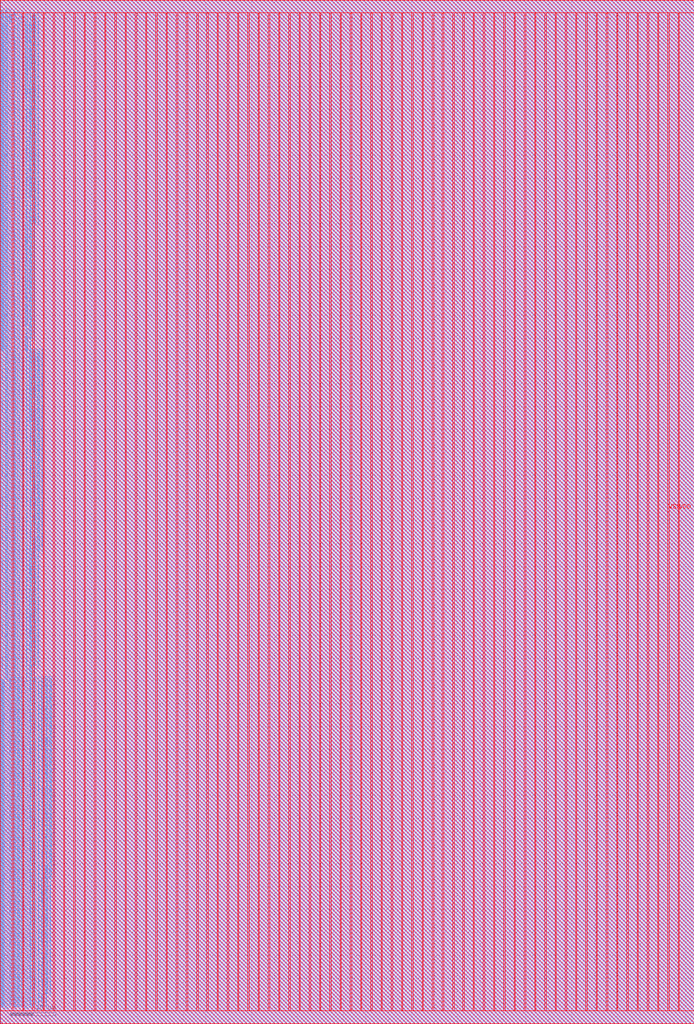
<source format=lef>
VERSION 5.7 ;
BUSBITCHARS "[]" ;
MACRO fakeram45_128x256
  FOREIGN fakeram45_128x256 0 0 ;
  SYMMETRY X Y R90 ;
  SIZE 151.810 BY 223.900 ;
  CLASS BLOCK ;
  PIN w_mask_in[0]
    DIRECTION INPUT ;
    USE SIGNAL ;
    SHAPE ABUTMENT ;
    PORT
      LAYER metal3 ;
      RECT 0.000 2.800 0.070 2.870 ;
    END
  END w_mask_in[0]
  PIN w_mask_in[1]
    DIRECTION INPUT ;
    USE SIGNAL ;
    SHAPE ABUTMENT ;
    PORT
      LAYER metal3 ;
      RECT 0.000 3.080 0.070 3.150 ;
    END
  END w_mask_in[1]
  PIN w_mask_in[2]
    DIRECTION INPUT ;
    USE SIGNAL ;
    SHAPE ABUTMENT ;
    PORT
      LAYER metal3 ;
      RECT 0.000 3.360 0.070 3.430 ;
    END
  END w_mask_in[2]
  PIN w_mask_in[3]
    DIRECTION INPUT ;
    USE SIGNAL ;
    SHAPE ABUTMENT ;
    PORT
      LAYER metal3 ;
      RECT 0.000 3.640 0.070 3.710 ;
    END
  END w_mask_in[3]
  PIN w_mask_in[4]
    DIRECTION INPUT ;
    USE SIGNAL ;
    SHAPE ABUTMENT ;
    PORT
      LAYER metal3 ;
      RECT 0.000 3.920 0.070 3.990 ;
    END
  END w_mask_in[4]
  PIN w_mask_in[5]
    DIRECTION INPUT ;
    USE SIGNAL ;
    SHAPE ABUTMENT ;
    PORT
      LAYER metal3 ;
      RECT 0.000 4.200 0.070 4.270 ;
    END
  END w_mask_in[5]
  PIN w_mask_in[6]
    DIRECTION INPUT ;
    USE SIGNAL ;
    SHAPE ABUTMENT ;
    PORT
      LAYER metal3 ;
      RECT 0.000 4.480 0.070 4.550 ;
    END
  END w_mask_in[6]
  PIN w_mask_in[7]
    DIRECTION INPUT ;
    USE SIGNAL ;
    SHAPE ABUTMENT ;
    PORT
      LAYER metal3 ;
      RECT 0.000 4.760 0.070 4.830 ;
    END
  END w_mask_in[7]
  PIN w_mask_in[8]
    DIRECTION INPUT ;
    USE SIGNAL ;
    SHAPE ABUTMENT ;
    PORT
      LAYER metal3 ;
      RECT 0.000 5.040 0.070 5.110 ;
    END
  END w_mask_in[8]
  PIN w_mask_in[9]
    DIRECTION INPUT ;
    USE SIGNAL ;
    SHAPE ABUTMENT ;
    PORT
      LAYER metal3 ;
      RECT 0.000 5.320 0.070 5.390 ;
    END
  END w_mask_in[9]
  PIN w_mask_in[10]
    DIRECTION INPUT ;
    USE SIGNAL ;
    SHAPE ABUTMENT ;
    PORT
      LAYER metal3 ;
      RECT 0.000 5.600 0.070 5.670 ;
    END
  END w_mask_in[10]
  PIN w_mask_in[11]
    DIRECTION INPUT ;
    USE SIGNAL ;
    SHAPE ABUTMENT ;
    PORT
      LAYER metal3 ;
      RECT 0.000 5.880 0.070 5.950 ;
    END
  END w_mask_in[11]
  PIN w_mask_in[12]
    DIRECTION INPUT ;
    USE SIGNAL ;
    SHAPE ABUTMENT ;
    PORT
      LAYER metal3 ;
      RECT 0.000 6.160 0.070 6.230 ;
    END
  END w_mask_in[12]
  PIN w_mask_in[13]
    DIRECTION INPUT ;
    USE SIGNAL ;
    SHAPE ABUTMENT ;
    PORT
      LAYER metal3 ;
      RECT 0.000 6.440 0.070 6.510 ;
    END
  END w_mask_in[13]
  PIN w_mask_in[14]
    DIRECTION INPUT ;
    USE SIGNAL ;
    SHAPE ABUTMENT ;
    PORT
      LAYER metal3 ;
      RECT 0.000 6.720 0.070 6.790 ;
    END
  END w_mask_in[14]
  PIN w_mask_in[15]
    DIRECTION INPUT ;
    USE SIGNAL ;
    SHAPE ABUTMENT ;
    PORT
      LAYER metal3 ;
      RECT 0.000 7.000 0.070 7.070 ;
    END
  END w_mask_in[15]
  PIN w_mask_in[16]
    DIRECTION INPUT ;
    USE SIGNAL ;
    SHAPE ABUTMENT ;
    PORT
      LAYER metal3 ;
      RECT 0.000 7.280 0.070 7.350 ;
    END
  END w_mask_in[16]
  PIN w_mask_in[17]
    DIRECTION INPUT ;
    USE SIGNAL ;
    SHAPE ABUTMENT ;
    PORT
      LAYER metal3 ;
      RECT 0.000 7.560 0.070 7.630 ;
    END
  END w_mask_in[17]
  PIN w_mask_in[18]
    DIRECTION INPUT ;
    USE SIGNAL ;
    SHAPE ABUTMENT ;
    PORT
      LAYER metal3 ;
      RECT 0.000 7.840 0.070 7.910 ;
    END
  END w_mask_in[18]
  PIN w_mask_in[19]
    DIRECTION INPUT ;
    USE SIGNAL ;
    SHAPE ABUTMENT ;
    PORT
      LAYER metal3 ;
      RECT 0.000 8.120 0.070 8.190 ;
    END
  END w_mask_in[19]
  PIN w_mask_in[20]
    DIRECTION INPUT ;
    USE SIGNAL ;
    SHAPE ABUTMENT ;
    PORT
      LAYER metal3 ;
      RECT 0.000 8.400 0.070 8.470 ;
    END
  END w_mask_in[20]
  PIN w_mask_in[21]
    DIRECTION INPUT ;
    USE SIGNAL ;
    SHAPE ABUTMENT ;
    PORT
      LAYER metal3 ;
      RECT 0.000 8.680 0.070 8.750 ;
    END
  END w_mask_in[21]
  PIN w_mask_in[22]
    DIRECTION INPUT ;
    USE SIGNAL ;
    SHAPE ABUTMENT ;
    PORT
      LAYER metal3 ;
      RECT 0.000 8.960 0.070 9.030 ;
    END
  END w_mask_in[22]
  PIN w_mask_in[23]
    DIRECTION INPUT ;
    USE SIGNAL ;
    SHAPE ABUTMENT ;
    PORT
      LAYER metal3 ;
      RECT 0.000 9.240 0.070 9.310 ;
    END
  END w_mask_in[23]
  PIN w_mask_in[24]
    DIRECTION INPUT ;
    USE SIGNAL ;
    SHAPE ABUTMENT ;
    PORT
      LAYER metal3 ;
      RECT 0.000 9.520 0.070 9.590 ;
    END
  END w_mask_in[24]
  PIN w_mask_in[25]
    DIRECTION INPUT ;
    USE SIGNAL ;
    SHAPE ABUTMENT ;
    PORT
      LAYER metal3 ;
      RECT 0.000 9.800 0.070 9.870 ;
    END
  END w_mask_in[25]
  PIN w_mask_in[26]
    DIRECTION INPUT ;
    USE SIGNAL ;
    SHAPE ABUTMENT ;
    PORT
      LAYER metal3 ;
      RECT 0.000 10.080 0.070 10.150 ;
    END
  END w_mask_in[26]
  PIN w_mask_in[27]
    DIRECTION INPUT ;
    USE SIGNAL ;
    SHAPE ABUTMENT ;
    PORT
      LAYER metal3 ;
      RECT 0.000 10.360 0.070 10.430 ;
    END
  END w_mask_in[27]
  PIN w_mask_in[28]
    DIRECTION INPUT ;
    USE SIGNAL ;
    SHAPE ABUTMENT ;
    PORT
      LAYER metal3 ;
      RECT 0.000 10.640 0.070 10.710 ;
    END
  END w_mask_in[28]
  PIN w_mask_in[29]
    DIRECTION INPUT ;
    USE SIGNAL ;
    SHAPE ABUTMENT ;
    PORT
      LAYER metal3 ;
      RECT 0.000 10.920 0.070 10.990 ;
    END
  END w_mask_in[29]
  PIN w_mask_in[30]
    DIRECTION INPUT ;
    USE SIGNAL ;
    SHAPE ABUTMENT ;
    PORT
      LAYER metal3 ;
      RECT 0.000 11.200 0.070 11.270 ;
    END
  END w_mask_in[30]
  PIN w_mask_in[31]
    DIRECTION INPUT ;
    USE SIGNAL ;
    SHAPE ABUTMENT ;
    PORT
      LAYER metal3 ;
      RECT 0.000 11.480 0.070 11.550 ;
    END
  END w_mask_in[31]
  PIN w_mask_in[32]
    DIRECTION INPUT ;
    USE SIGNAL ;
    SHAPE ABUTMENT ;
    PORT
      LAYER metal3 ;
      RECT 0.000 11.760 0.070 11.830 ;
    END
  END w_mask_in[32]
  PIN w_mask_in[33]
    DIRECTION INPUT ;
    USE SIGNAL ;
    SHAPE ABUTMENT ;
    PORT
      LAYER metal3 ;
      RECT 0.000 12.040 0.070 12.110 ;
    END
  END w_mask_in[33]
  PIN w_mask_in[34]
    DIRECTION INPUT ;
    USE SIGNAL ;
    SHAPE ABUTMENT ;
    PORT
      LAYER metal3 ;
      RECT 0.000 12.320 0.070 12.390 ;
    END
  END w_mask_in[34]
  PIN w_mask_in[35]
    DIRECTION INPUT ;
    USE SIGNAL ;
    SHAPE ABUTMENT ;
    PORT
      LAYER metal3 ;
      RECT 0.000 12.600 0.070 12.670 ;
    END
  END w_mask_in[35]
  PIN w_mask_in[36]
    DIRECTION INPUT ;
    USE SIGNAL ;
    SHAPE ABUTMENT ;
    PORT
      LAYER metal3 ;
      RECT 0.000 12.880 0.070 12.950 ;
    END
  END w_mask_in[36]
  PIN w_mask_in[37]
    DIRECTION INPUT ;
    USE SIGNAL ;
    SHAPE ABUTMENT ;
    PORT
      LAYER metal3 ;
      RECT 0.000 13.160 0.070 13.230 ;
    END
  END w_mask_in[37]
  PIN w_mask_in[38]
    DIRECTION INPUT ;
    USE SIGNAL ;
    SHAPE ABUTMENT ;
    PORT
      LAYER metal3 ;
      RECT 0.000 13.440 0.070 13.510 ;
    END
  END w_mask_in[38]
  PIN w_mask_in[39]
    DIRECTION INPUT ;
    USE SIGNAL ;
    SHAPE ABUTMENT ;
    PORT
      LAYER metal3 ;
      RECT 0.000 13.720 0.070 13.790 ;
    END
  END w_mask_in[39]
  PIN w_mask_in[40]
    DIRECTION INPUT ;
    USE SIGNAL ;
    SHAPE ABUTMENT ;
    PORT
      LAYER metal3 ;
      RECT 0.000 14.000 0.070 14.070 ;
    END
  END w_mask_in[40]
  PIN w_mask_in[41]
    DIRECTION INPUT ;
    USE SIGNAL ;
    SHAPE ABUTMENT ;
    PORT
      LAYER metal3 ;
      RECT 0.000 14.280 0.070 14.350 ;
    END
  END w_mask_in[41]
  PIN w_mask_in[42]
    DIRECTION INPUT ;
    USE SIGNAL ;
    SHAPE ABUTMENT ;
    PORT
      LAYER metal3 ;
      RECT 0.000 14.560 0.070 14.630 ;
    END
  END w_mask_in[42]
  PIN w_mask_in[43]
    DIRECTION INPUT ;
    USE SIGNAL ;
    SHAPE ABUTMENT ;
    PORT
      LAYER metal3 ;
      RECT 0.000 14.840 0.070 14.910 ;
    END
  END w_mask_in[43]
  PIN w_mask_in[44]
    DIRECTION INPUT ;
    USE SIGNAL ;
    SHAPE ABUTMENT ;
    PORT
      LAYER metal3 ;
      RECT 0.000 15.120 0.070 15.190 ;
    END
  END w_mask_in[44]
  PIN w_mask_in[45]
    DIRECTION INPUT ;
    USE SIGNAL ;
    SHAPE ABUTMENT ;
    PORT
      LAYER metal3 ;
      RECT 0.000 15.400 0.070 15.470 ;
    END
  END w_mask_in[45]
  PIN w_mask_in[46]
    DIRECTION INPUT ;
    USE SIGNAL ;
    SHAPE ABUTMENT ;
    PORT
      LAYER metal3 ;
      RECT 0.000 15.680 0.070 15.750 ;
    END
  END w_mask_in[46]
  PIN w_mask_in[47]
    DIRECTION INPUT ;
    USE SIGNAL ;
    SHAPE ABUTMENT ;
    PORT
      LAYER metal3 ;
      RECT 0.000 15.960 0.070 16.030 ;
    END
  END w_mask_in[47]
  PIN w_mask_in[48]
    DIRECTION INPUT ;
    USE SIGNAL ;
    SHAPE ABUTMENT ;
    PORT
      LAYER metal3 ;
      RECT 0.000 16.240 0.070 16.310 ;
    END
  END w_mask_in[48]
  PIN w_mask_in[49]
    DIRECTION INPUT ;
    USE SIGNAL ;
    SHAPE ABUTMENT ;
    PORT
      LAYER metal3 ;
      RECT 0.000 16.520 0.070 16.590 ;
    END
  END w_mask_in[49]
  PIN w_mask_in[50]
    DIRECTION INPUT ;
    USE SIGNAL ;
    SHAPE ABUTMENT ;
    PORT
      LAYER metal3 ;
      RECT 0.000 16.800 0.070 16.870 ;
    END
  END w_mask_in[50]
  PIN w_mask_in[51]
    DIRECTION INPUT ;
    USE SIGNAL ;
    SHAPE ABUTMENT ;
    PORT
      LAYER metal3 ;
      RECT 0.000 17.080 0.070 17.150 ;
    END
  END w_mask_in[51]
  PIN w_mask_in[52]
    DIRECTION INPUT ;
    USE SIGNAL ;
    SHAPE ABUTMENT ;
    PORT
      LAYER metal3 ;
      RECT 0.000 17.360 0.070 17.430 ;
    END
  END w_mask_in[52]
  PIN w_mask_in[53]
    DIRECTION INPUT ;
    USE SIGNAL ;
    SHAPE ABUTMENT ;
    PORT
      LAYER metal3 ;
      RECT 0.000 17.640 0.070 17.710 ;
    END
  END w_mask_in[53]
  PIN w_mask_in[54]
    DIRECTION INPUT ;
    USE SIGNAL ;
    SHAPE ABUTMENT ;
    PORT
      LAYER metal3 ;
      RECT 0.000 17.920 0.070 17.990 ;
    END
  END w_mask_in[54]
  PIN w_mask_in[55]
    DIRECTION INPUT ;
    USE SIGNAL ;
    SHAPE ABUTMENT ;
    PORT
      LAYER metal3 ;
      RECT 0.000 18.200 0.070 18.270 ;
    END
  END w_mask_in[55]
  PIN w_mask_in[56]
    DIRECTION INPUT ;
    USE SIGNAL ;
    SHAPE ABUTMENT ;
    PORT
      LAYER metal3 ;
      RECT 0.000 18.480 0.070 18.550 ;
    END
  END w_mask_in[56]
  PIN w_mask_in[57]
    DIRECTION INPUT ;
    USE SIGNAL ;
    SHAPE ABUTMENT ;
    PORT
      LAYER metal3 ;
      RECT 0.000 18.760 0.070 18.830 ;
    END
  END w_mask_in[57]
  PIN w_mask_in[58]
    DIRECTION INPUT ;
    USE SIGNAL ;
    SHAPE ABUTMENT ;
    PORT
      LAYER metal3 ;
      RECT 0.000 19.040 0.070 19.110 ;
    END
  END w_mask_in[58]
  PIN w_mask_in[59]
    DIRECTION INPUT ;
    USE SIGNAL ;
    SHAPE ABUTMENT ;
    PORT
      LAYER metal3 ;
      RECT 0.000 19.320 0.070 19.390 ;
    END
  END w_mask_in[59]
  PIN w_mask_in[60]
    DIRECTION INPUT ;
    USE SIGNAL ;
    SHAPE ABUTMENT ;
    PORT
      LAYER metal3 ;
      RECT 0.000 19.600 0.070 19.670 ;
    END
  END w_mask_in[60]
  PIN w_mask_in[61]
    DIRECTION INPUT ;
    USE SIGNAL ;
    SHAPE ABUTMENT ;
    PORT
      LAYER metal3 ;
      RECT 0.000 19.880 0.070 19.950 ;
    END
  END w_mask_in[61]
  PIN w_mask_in[62]
    DIRECTION INPUT ;
    USE SIGNAL ;
    SHAPE ABUTMENT ;
    PORT
      LAYER metal3 ;
      RECT 0.000 20.160 0.070 20.230 ;
    END
  END w_mask_in[62]
  PIN w_mask_in[63]
    DIRECTION INPUT ;
    USE SIGNAL ;
    SHAPE ABUTMENT ;
    PORT
      LAYER metal3 ;
      RECT 0.000 20.440 0.070 20.510 ;
    END
  END w_mask_in[63]
  PIN w_mask_in[64]
    DIRECTION INPUT ;
    USE SIGNAL ;
    SHAPE ABUTMENT ;
    PORT
      LAYER metal3 ;
      RECT 0.000 20.720 0.070 20.790 ;
    END
  END w_mask_in[64]
  PIN w_mask_in[65]
    DIRECTION INPUT ;
    USE SIGNAL ;
    SHAPE ABUTMENT ;
    PORT
      LAYER metal3 ;
      RECT 0.000 21.000 0.070 21.070 ;
    END
  END w_mask_in[65]
  PIN w_mask_in[66]
    DIRECTION INPUT ;
    USE SIGNAL ;
    SHAPE ABUTMENT ;
    PORT
      LAYER metal3 ;
      RECT 0.000 21.280 0.070 21.350 ;
    END
  END w_mask_in[66]
  PIN w_mask_in[67]
    DIRECTION INPUT ;
    USE SIGNAL ;
    SHAPE ABUTMENT ;
    PORT
      LAYER metal3 ;
      RECT 0.000 21.560 0.070 21.630 ;
    END
  END w_mask_in[67]
  PIN w_mask_in[68]
    DIRECTION INPUT ;
    USE SIGNAL ;
    SHAPE ABUTMENT ;
    PORT
      LAYER metal3 ;
      RECT 0.000 21.840 0.070 21.910 ;
    END
  END w_mask_in[68]
  PIN w_mask_in[69]
    DIRECTION INPUT ;
    USE SIGNAL ;
    SHAPE ABUTMENT ;
    PORT
      LAYER metal3 ;
      RECT 0.000 22.120 0.070 22.190 ;
    END
  END w_mask_in[69]
  PIN w_mask_in[70]
    DIRECTION INPUT ;
    USE SIGNAL ;
    SHAPE ABUTMENT ;
    PORT
      LAYER metal3 ;
      RECT 0.000 22.400 0.070 22.470 ;
    END
  END w_mask_in[70]
  PIN w_mask_in[71]
    DIRECTION INPUT ;
    USE SIGNAL ;
    SHAPE ABUTMENT ;
    PORT
      LAYER metal3 ;
      RECT 0.000 22.680 0.070 22.750 ;
    END
  END w_mask_in[71]
  PIN w_mask_in[72]
    DIRECTION INPUT ;
    USE SIGNAL ;
    SHAPE ABUTMENT ;
    PORT
      LAYER metal3 ;
      RECT 0.000 22.960 0.070 23.030 ;
    END
  END w_mask_in[72]
  PIN w_mask_in[73]
    DIRECTION INPUT ;
    USE SIGNAL ;
    SHAPE ABUTMENT ;
    PORT
      LAYER metal3 ;
      RECT 0.000 23.240 0.070 23.310 ;
    END
  END w_mask_in[73]
  PIN w_mask_in[74]
    DIRECTION INPUT ;
    USE SIGNAL ;
    SHAPE ABUTMENT ;
    PORT
      LAYER metal3 ;
      RECT 0.000 23.520 0.070 23.590 ;
    END
  END w_mask_in[74]
  PIN w_mask_in[75]
    DIRECTION INPUT ;
    USE SIGNAL ;
    SHAPE ABUTMENT ;
    PORT
      LAYER metal3 ;
      RECT 0.000 23.800 0.070 23.870 ;
    END
  END w_mask_in[75]
  PIN w_mask_in[76]
    DIRECTION INPUT ;
    USE SIGNAL ;
    SHAPE ABUTMENT ;
    PORT
      LAYER metal3 ;
      RECT 0.000 24.080 0.070 24.150 ;
    END
  END w_mask_in[76]
  PIN w_mask_in[77]
    DIRECTION INPUT ;
    USE SIGNAL ;
    SHAPE ABUTMENT ;
    PORT
      LAYER metal3 ;
      RECT 0.000 24.360 0.070 24.430 ;
    END
  END w_mask_in[77]
  PIN w_mask_in[78]
    DIRECTION INPUT ;
    USE SIGNAL ;
    SHAPE ABUTMENT ;
    PORT
      LAYER metal3 ;
      RECT 0.000 24.640 0.070 24.710 ;
    END
  END w_mask_in[78]
  PIN w_mask_in[79]
    DIRECTION INPUT ;
    USE SIGNAL ;
    SHAPE ABUTMENT ;
    PORT
      LAYER metal3 ;
      RECT 0.000 24.920 0.070 24.990 ;
    END
  END w_mask_in[79]
  PIN w_mask_in[80]
    DIRECTION INPUT ;
    USE SIGNAL ;
    SHAPE ABUTMENT ;
    PORT
      LAYER metal3 ;
      RECT 0.000 25.200 0.070 25.270 ;
    END
  END w_mask_in[80]
  PIN w_mask_in[81]
    DIRECTION INPUT ;
    USE SIGNAL ;
    SHAPE ABUTMENT ;
    PORT
      LAYER metal3 ;
      RECT 0.000 25.480 0.070 25.550 ;
    END
  END w_mask_in[81]
  PIN w_mask_in[82]
    DIRECTION INPUT ;
    USE SIGNAL ;
    SHAPE ABUTMENT ;
    PORT
      LAYER metal3 ;
      RECT 0.000 25.760 0.070 25.830 ;
    END
  END w_mask_in[82]
  PIN w_mask_in[83]
    DIRECTION INPUT ;
    USE SIGNAL ;
    SHAPE ABUTMENT ;
    PORT
      LAYER metal3 ;
      RECT 0.000 26.040 0.070 26.110 ;
    END
  END w_mask_in[83]
  PIN w_mask_in[84]
    DIRECTION INPUT ;
    USE SIGNAL ;
    SHAPE ABUTMENT ;
    PORT
      LAYER metal3 ;
      RECT 0.000 26.320 0.070 26.390 ;
    END
  END w_mask_in[84]
  PIN w_mask_in[85]
    DIRECTION INPUT ;
    USE SIGNAL ;
    SHAPE ABUTMENT ;
    PORT
      LAYER metal3 ;
      RECT 0.000 26.600 0.070 26.670 ;
    END
  END w_mask_in[85]
  PIN w_mask_in[86]
    DIRECTION INPUT ;
    USE SIGNAL ;
    SHAPE ABUTMENT ;
    PORT
      LAYER metal3 ;
      RECT 0.000 26.880 0.070 26.950 ;
    END
  END w_mask_in[86]
  PIN w_mask_in[87]
    DIRECTION INPUT ;
    USE SIGNAL ;
    SHAPE ABUTMENT ;
    PORT
      LAYER metal3 ;
      RECT 0.000 27.160 0.070 27.230 ;
    END
  END w_mask_in[87]
  PIN w_mask_in[88]
    DIRECTION INPUT ;
    USE SIGNAL ;
    SHAPE ABUTMENT ;
    PORT
      LAYER metal3 ;
      RECT 0.000 27.440 0.070 27.510 ;
    END
  END w_mask_in[88]
  PIN w_mask_in[89]
    DIRECTION INPUT ;
    USE SIGNAL ;
    SHAPE ABUTMENT ;
    PORT
      LAYER metal3 ;
      RECT 0.000 27.720 0.070 27.790 ;
    END
  END w_mask_in[89]
  PIN w_mask_in[90]
    DIRECTION INPUT ;
    USE SIGNAL ;
    SHAPE ABUTMENT ;
    PORT
      LAYER metal3 ;
      RECT 0.000 28.000 0.070 28.070 ;
    END
  END w_mask_in[90]
  PIN w_mask_in[91]
    DIRECTION INPUT ;
    USE SIGNAL ;
    SHAPE ABUTMENT ;
    PORT
      LAYER metal3 ;
      RECT 0.000 28.280 0.070 28.350 ;
    END
  END w_mask_in[91]
  PIN w_mask_in[92]
    DIRECTION INPUT ;
    USE SIGNAL ;
    SHAPE ABUTMENT ;
    PORT
      LAYER metal3 ;
      RECT 0.000 28.560 0.070 28.630 ;
    END
  END w_mask_in[92]
  PIN w_mask_in[93]
    DIRECTION INPUT ;
    USE SIGNAL ;
    SHAPE ABUTMENT ;
    PORT
      LAYER metal3 ;
      RECT 0.000 28.840 0.070 28.910 ;
    END
  END w_mask_in[93]
  PIN w_mask_in[94]
    DIRECTION INPUT ;
    USE SIGNAL ;
    SHAPE ABUTMENT ;
    PORT
      LAYER metal3 ;
      RECT 0.000 29.120 0.070 29.190 ;
    END
  END w_mask_in[94]
  PIN w_mask_in[95]
    DIRECTION INPUT ;
    USE SIGNAL ;
    SHAPE ABUTMENT ;
    PORT
      LAYER metal3 ;
      RECT 0.000 29.400 0.070 29.470 ;
    END
  END w_mask_in[95]
  PIN w_mask_in[96]
    DIRECTION INPUT ;
    USE SIGNAL ;
    SHAPE ABUTMENT ;
    PORT
      LAYER metal3 ;
      RECT 0.000 29.680 0.070 29.750 ;
    END
  END w_mask_in[96]
  PIN w_mask_in[97]
    DIRECTION INPUT ;
    USE SIGNAL ;
    SHAPE ABUTMENT ;
    PORT
      LAYER metal3 ;
      RECT 0.000 29.960 0.070 30.030 ;
    END
  END w_mask_in[97]
  PIN w_mask_in[98]
    DIRECTION INPUT ;
    USE SIGNAL ;
    SHAPE ABUTMENT ;
    PORT
      LAYER metal3 ;
      RECT 0.000 30.240 0.070 30.310 ;
    END
  END w_mask_in[98]
  PIN w_mask_in[99]
    DIRECTION INPUT ;
    USE SIGNAL ;
    SHAPE ABUTMENT ;
    PORT
      LAYER metal3 ;
      RECT 0.000 30.520 0.070 30.590 ;
    END
  END w_mask_in[99]
  PIN w_mask_in[100]
    DIRECTION INPUT ;
    USE SIGNAL ;
    SHAPE ABUTMENT ;
    PORT
      LAYER metal3 ;
      RECT 0.000 30.800 0.070 30.870 ;
    END
  END w_mask_in[100]
  PIN w_mask_in[101]
    DIRECTION INPUT ;
    USE SIGNAL ;
    SHAPE ABUTMENT ;
    PORT
      LAYER metal3 ;
      RECT 0.000 31.080 0.070 31.150 ;
    END
  END w_mask_in[101]
  PIN w_mask_in[102]
    DIRECTION INPUT ;
    USE SIGNAL ;
    SHAPE ABUTMENT ;
    PORT
      LAYER metal3 ;
      RECT 0.000 31.360 0.070 31.430 ;
    END
  END w_mask_in[102]
  PIN w_mask_in[103]
    DIRECTION INPUT ;
    USE SIGNAL ;
    SHAPE ABUTMENT ;
    PORT
      LAYER metal3 ;
      RECT 0.000 31.640 0.070 31.710 ;
    END
  END w_mask_in[103]
  PIN w_mask_in[104]
    DIRECTION INPUT ;
    USE SIGNAL ;
    SHAPE ABUTMENT ;
    PORT
      LAYER metal3 ;
      RECT 0.000 31.920 0.070 31.990 ;
    END
  END w_mask_in[104]
  PIN w_mask_in[105]
    DIRECTION INPUT ;
    USE SIGNAL ;
    SHAPE ABUTMENT ;
    PORT
      LAYER metal3 ;
      RECT 0.000 32.200 0.070 32.270 ;
    END
  END w_mask_in[105]
  PIN w_mask_in[106]
    DIRECTION INPUT ;
    USE SIGNAL ;
    SHAPE ABUTMENT ;
    PORT
      LAYER metal3 ;
      RECT 0.000 32.480 0.070 32.550 ;
    END
  END w_mask_in[106]
  PIN w_mask_in[107]
    DIRECTION INPUT ;
    USE SIGNAL ;
    SHAPE ABUTMENT ;
    PORT
      LAYER metal3 ;
      RECT 0.000 32.760 0.070 32.830 ;
    END
  END w_mask_in[107]
  PIN w_mask_in[108]
    DIRECTION INPUT ;
    USE SIGNAL ;
    SHAPE ABUTMENT ;
    PORT
      LAYER metal3 ;
      RECT 0.000 33.040 0.070 33.110 ;
    END
  END w_mask_in[108]
  PIN w_mask_in[109]
    DIRECTION INPUT ;
    USE SIGNAL ;
    SHAPE ABUTMENT ;
    PORT
      LAYER metal3 ;
      RECT 0.000 33.320 0.070 33.390 ;
    END
  END w_mask_in[109]
  PIN w_mask_in[110]
    DIRECTION INPUT ;
    USE SIGNAL ;
    SHAPE ABUTMENT ;
    PORT
      LAYER metal3 ;
      RECT 0.000 33.600 0.070 33.670 ;
    END
  END w_mask_in[110]
  PIN w_mask_in[111]
    DIRECTION INPUT ;
    USE SIGNAL ;
    SHAPE ABUTMENT ;
    PORT
      LAYER metal3 ;
      RECT 0.000 33.880 0.070 33.950 ;
    END
  END w_mask_in[111]
  PIN w_mask_in[112]
    DIRECTION INPUT ;
    USE SIGNAL ;
    SHAPE ABUTMENT ;
    PORT
      LAYER metal3 ;
      RECT 0.000 34.160 0.070 34.230 ;
    END
  END w_mask_in[112]
  PIN w_mask_in[113]
    DIRECTION INPUT ;
    USE SIGNAL ;
    SHAPE ABUTMENT ;
    PORT
      LAYER metal3 ;
      RECT 0.000 34.440 0.070 34.510 ;
    END
  END w_mask_in[113]
  PIN w_mask_in[114]
    DIRECTION INPUT ;
    USE SIGNAL ;
    SHAPE ABUTMENT ;
    PORT
      LAYER metal3 ;
      RECT 0.000 34.720 0.070 34.790 ;
    END
  END w_mask_in[114]
  PIN w_mask_in[115]
    DIRECTION INPUT ;
    USE SIGNAL ;
    SHAPE ABUTMENT ;
    PORT
      LAYER metal3 ;
      RECT 0.000 35.000 0.070 35.070 ;
    END
  END w_mask_in[115]
  PIN w_mask_in[116]
    DIRECTION INPUT ;
    USE SIGNAL ;
    SHAPE ABUTMENT ;
    PORT
      LAYER metal3 ;
      RECT 0.000 35.280 0.070 35.350 ;
    END
  END w_mask_in[116]
  PIN w_mask_in[117]
    DIRECTION INPUT ;
    USE SIGNAL ;
    SHAPE ABUTMENT ;
    PORT
      LAYER metal3 ;
      RECT 0.000 35.560 0.070 35.630 ;
    END
  END w_mask_in[117]
  PIN w_mask_in[118]
    DIRECTION INPUT ;
    USE SIGNAL ;
    SHAPE ABUTMENT ;
    PORT
      LAYER metal3 ;
      RECT 0.000 35.840 0.070 35.910 ;
    END
  END w_mask_in[118]
  PIN w_mask_in[119]
    DIRECTION INPUT ;
    USE SIGNAL ;
    SHAPE ABUTMENT ;
    PORT
      LAYER metal3 ;
      RECT 0.000 36.120 0.070 36.190 ;
    END
  END w_mask_in[119]
  PIN w_mask_in[120]
    DIRECTION INPUT ;
    USE SIGNAL ;
    SHAPE ABUTMENT ;
    PORT
      LAYER metal3 ;
      RECT 0.000 36.400 0.070 36.470 ;
    END
  END w_mask_in[120]
  PIN w_mask_in[121]
    DIRECTION INPUT ;
    USE SIGNAL ;
    SHAPE ABUTMENT ;
    PORT
      LAYER metal3 ;
      RECT 0.000 36.680 0.070 36.750 ;
    END
  END w_mask_in[121]
  PIN w_mask_in[122]
    DIRECTION INPUT ;
    USE SIGNAL ;
    SHAPE ABUTMENT ;
    PORT
      LAYER metal3 ;
      RECT 0.000 36.960 0.070 37.030 ;
    END
  END w_mask_in[122]
  PIN w_mask_in[123]
    DIRECTION INPUT ;
    USE SIGNAL ;
    SHAPE ABUTMENT ;
    PORT
      LAYER metal3 ;
      RECT 0.000 37.240 0.070 37.310 ;
    END
  END w_mask_in[123]
  PIN w_mask_in[124]
    DIRECTION INPUT ;
    USE SIGNAL ;
    SHAPE ABUTMENT ;
    PORT
      LAYER metal3 ;
      RECT 0.000 37.520 0.070 37.590 ;
    END
  END w_mask_in[124]
  PIN w_mask_in[125]
    DIRECTION INPUT ;
    USE SIGNAL ;
    SHAPE ABUTMENT ;
    PORT
      LAYER metal3 ;
      RECT 0.000 37.800 0.070 37.870 ;
    END
  END w_mask_in[125]
  PIN w_mask_in[126]
    DIRECTION INPUT ;
    USE SIGNAL ;
    SHAPE ABUTMENT ;
    PORT
      LAYER metal3 ;
      RECT 0.000 38.080 0.070 38.150 ;
    END
  END w_mask_in[126]
  PIN w_mask_in[127]
    DIRECTION INPUT ;
    USE SIGNAL ;
    SHAPE ABUTMENT ;
    PORT
      LAYER metal3 ;
      RECT 0.000 38.360 0.070 38.430 ;
    END
  END w_mask_in[127]
  PIN w_mask_in[128]
    DIRECTION INPUT ;
    USE SIGNAL ;
    SHAPE ABUTMENT ;
    PORT
      LAYER metal3 ;
      RECT 0.000 38.640 0.070 38.710 ;
    END
  END w_mask_in[128]
  PIN w_mask_in[129]
    DIRECTION INPUT ;
    USE SIGNAL ;
    SHAPE ABUTMENT ;
    PORT
      LAYER metal3 ;
      RECT 0.000 38.920 0.070 38.990 ;
    END
  END w_mask_in[129]
  PIN w_mask_in[130]
    DIRECTION INPUT ;
    USE SIGNAL ;
    SHAPE ABUTMENT ;
    PORT
      LAYER metal3 ;
      RECT 0.000 39.200 0.070 39.270 ;
    END
  END w_mask_in[130]
  PIN w_mask_in[131]
    DIRECTION INPUT ;
    USE SIGNAL ;
    SHAPE ABUTMENT ;
    PORT
      LAYER metal3 ;
      RECT 0.000 39.480 0.070 39.550 ;
    END
  END w_mask_in[131]
  PIN w_mask_in[132]
    DIRECTION INPUT ;
    USE SIGNAL ;
    SHAPE ABUTMENT ;
    PORT
      LAYER metal3 ;
      RECT 0.000 39.760 0.070 39.830 ;
    END
  END w_mask_in[132]
  PIN w_mask_in[133]
    DIRECTION INPUT ;
    USE SIGNAL ;
    SHAPE ABUTMENT ;
    PORT
      LAYER metal3 ;
      RECT 0.000 40.040 0.070 40.110 ;
    END
  END w_mask_in[133]
  PIN w_mask_in[134]
    DIRECTION INPUT ;
    USE SIGNAL ;
    SHAPE ABUTMENT ;
    PORT
      LAYER metal3 ;
      RECT 0.000 40.320 0.070 40.390 ;
    END
  END w_mask_in[134]
  PIN w_mask_in[135]
    DIRECTION INPUT ;
    USE SIGNAL ;
    SHAPE ABUTMENT ;
    PORT
      LAYER metal3 ;
      RECT 0.000 40.600 0.070 40.670 ;
    END
  END w_mask_in[135]
  PIN w_mask_in[136]
    DIRECTION INPUT ;
    USE SIGNAL ;
    SHAPE ABUTMENT ;
    PORT
      LAYER metal3 ;
      RECT 0.000 40.880 0.070 40.950 ;
    END
  END w_mask_in[136]
  PIN w_mask_in[137]
    DIRECTION INPUT ;
    USE SIGNAL ;
    SHAPE ABUTMENT ;
    PORT
      LAYER metal3 ;
      RECT 0.000 41.160 0.070 41.230 ;
    END
  END w_mask_in[137]
  PIN w_mask_in[138]
    DIRECTION INPUT ;
    USE SIGNAL ;
    SHAPE ABUTMENT ;
    PORT
      LAYER metal3 ;
      RECT 0.000 41.440 0.070 41.510 ;
    END
  END w_mask_in[138]
  PIN w_mask_in[139]
    DIRECTION INPUT ;
    USE SIGNAL ;
    SHAPE ABUTMENT ;
    PORT
      LAYER metal3 ;
      RECT 0.000 41.720 0.070 41.790 ;
    END
  END w_mask_in[139]
  PIN w_mask_in[140]
    DIRECTION INPUT ;
    USE SIGNAL ;
    SHAPE ABUTMENT ;
    PORT
      LAYER metal3 ;
      RECT 0.000 42.000 0.070 42.070 ;
    END
  END w_mask_in[140]
  PIN w_mask_in[141]
    DIRECTION INPUT ;
    USE SIGNAL ;
    SHAPE ABUTMENT ;
    PORT
      LAYER metal3 ;
      RECT 0.000 42.280 0.070 42.350 ;
    END
  END w_mask_in[141]
  PIN w_mask_in[142]
    DIRECTION INPUT ;
    USE SIGNAL ;
    SHAPE ABUTMENT ;
    PORT
      LAYER metal3 ;
      RECT 0.000 42.560 0.070 42.630 ;
    END
  END w_mask_in[142]
  PIN w_mask_in[143]
    DIRECTION INPUT ;
    USE SIGNAL ;
    SHAPE ABUTMENT ;
    PORT
      LAYER metal3 ;
      RECT 0.000 42.840 0.070 42.910 ;
    END
  END w_mask_in[143]
  PIN w_mask_in[144]
    DIRECTION INPUT ;
    USE SIGNAL ;
    SHAPE ABUTMENT ;
    PORT
      LAYER metal3 ;
      RECT 0.000 43.120 0.070 43.190 ;
    END
  END w_mask_in[144]
  PIN w_mask_in[145]
    DIRECTION INPUT ;
    USE SIGNAL ;
    SHAPE ABUTMENT ;
    PORT
      LAYER metal3 ;
      RECT 0.000 43.400 0.070 43.470 ;
    END
  END w_mask_in[145]
  PIN w_mask_in[146]
    DIRECTION INPUT ;
    USE SIGNAL ;
    SHAPE ABUTMENT ;
    PORT
      LAYER metal3 ;
      RECT 0.000 43.680 0.070 43.750 ;
    END
  END w_mask_in[146]
  PIN w_mask_in[147]
    DIRECTION INPUT ;
    USE SIGNAL ;
    SHAPE ABUTMENT ;
    PORT
      LAYER metal3 ;
      RECT 0.000 43.960 0.070 44.030 ;
    END
  END w_mask_in[147]
  PIN w_mask_in[148]
    DIRECTION INPUT ;
    USE SIGNAL ;
    SHAPE ABUTMENT ;
    PORT
      LAYER metal3 ;
      RECT 0.000 44.240 0.070 44.310 ;
    END
  END w_mask_in[148]
  PIN w_mask_in[149]
    DIRECTION INPUT ;
    USE SIGNAL ;
    SHAPE ABUTMENT ;
    PORT
      LAYER metal3 ;
      RECT 0.000 44.520 0.070 44.590 ;
    END
  END w_mask_in[149]
  PIN w_mask_in[150]
    DIRECTION INPUT ;
    USE SIGNAL ;
    SHAPE ABUTMENT ;
    PORT
      LAYER metal3 ;
      RECT 0.000 44.800 0.070 44.870 ;
    END
  END w_mask_in[150]
  PIN w_mask_in[151]
    DIRECTION INPUT ;
    USE SIGNAL ;
    SHAPE ABUTMENT ;
    PORT
      LAYER metal3 ;
      RECT 0.000 45.080 0.070 45.150 ;
    END
  END w_mask_in[151]
  PIN w_mask_in[152]
    DIRECTION INPUT ;
    USE SIGNAL ;
    SHAPE ABUTMENT ;
    PORT
      LAYER metal3 ;
      RECT 0.000 45.360 0.070 45.430 ;
    END
  END w_mask_in[152]
  PIN w_mask_in[153]
    DIRECTION INPUT ;
    USE SIGNAL ;
    SHAPE ABUTMENT ;
    PORT
      LAYER metal3 ;
      RECT 0.000 45.640 0.070 45.710 ;
    END
  END w_mask_in[153]
  PIN w_mask_in[154]
    DIRECTION INPUT ;
    USE SIGNAL ;
    SHAPE ABUTMENT ;
    PORT
      LAYER metal3 ;
      RECT 0.000 45.920 0.070 45.990 ;
    END
  END w_mask_in[154]
  PIN w_mask_in[155]
    DIRECTION INPUT ;
    USE SIGNAL ;
    SHAPE ABUTMENT ;
    PORT
      LAYER metal3 ;
      RECT 0.000 46.200 0.070 46.270 ;
    END
  END w_mask_in[155]
  PIN w_mask_in[156]
    DIRECTION INPUT ;
    USE SIGNAL ;
    SHAPE ABUTMENT ;
    PORT
      LAYER metal3 ;
      RECT 0.000 46.480 0.070 46.550 ;
    END
  END w_mask_in[156]
  PIN w_mask_in[157]
    DIRECTION INPUT ;
    USE SIGNAL ;
    SHAPE ABUTMENT ;
    PORT
      LAYER metal3 ;
      RECT 0.000 46.760 0.070 46.830 ;
    END
  END w_mask_in[157]
  PIN w_mask_in[158]
    DIRECTION INPUT ;
    USE SIGNAL ;
    SHAPE ABUTMENT ;
    PORT
      LAYER metal3 ;
      RECT 0.000 47.040 0.070 47.110 ;
    END
  END w_mask_in[158]
  PIN w_mask_in[159]
    DIRECTION INPUT ;
    USE SIGNAL ;
    SHAPE ABUTMENT ;
    PORT
      LAYER metal3 ;
      RECT 0.000 47.320 0.070 47.390 ;
    END
  END w_mask_in[159]
  PIN w_mask_in[160]
    DIRECTION INPUT ;
    USE SIGNAL ;
    SHAPE ABUTMENT ;
    PORT
      LAYER metal3 ;
      RECT 0.000 47.600 0.070 47.670 ;
    END
  END w_mask_in[160]
  PIN w_mask_in[161]
    DIRECTION INPUT ;
    USE SIGNAL ;
    SHAPE ABUTMENT ;
    PORT
      LAYER metal3 ;
      RECT 0.000 47.880 0.070 47.950 ;
    END
  END w_mask_in[161]
  PIN w_mask_in[162]
    DIRECTION INPUT ;
    USE SIGNAL ;
    SHAPE ABUTMENT ;
    PORT
      LAYER metal3 ;
      RECT 0.000 48.160 0.070 48.230 ;
    END
  END w_mask_in[162]
  PIN w_mask_in[163]
    DIRECTION INPUT ;
    USE SIGNAL ;
    SHAPE ABUTMENT ;
    PORT
      LAYER metal3 ;
      RECT 0.000 48.440 0.070 48.510 ;
    END
  END w_mask_in[163]
  PIN w_mask_in[164]
    DIRECTION INPUT ;
    USE SIGNAL ;
    SHAPE ABUTMENT ;
    PORT
      LAYER metal3 ;
      RECT 0.000 48.720 0.070 48.790 ;
    END
  END w_mask_in[164]
  PIN w_mask_in[165]
    DIRECTION INPUT ;
    USE SIGNAL ;
    SHAPE ABUTMENT ;
    PORT
      LAYER metal3 ;
      RECT 0.000 49.000 0.070 49.070 ;
    END
  END w_mask_in[165]
  PIN w_mask_in[166]
    DIRECTION INPUT ;
    USE SIGNAL ;
    SHAPE ABUTMENT ;
    PORT
      LAYER metal3 ;
      RECT 0.000 49.280 0.070 49.350 ;
    END
  END w_mask_in[166]
  PIN w_mask_in[167]
    DIRECTION INPUT ;
    USE SIGNAL ;
    SHAPE ABUTMENT ;
    PORT
      LAYER metal3 ;
      RECT 0.000 49.560 0.070 49.630 ;
    END
  END w_mask_in[167]
  PIN w_mask_in[168]
    DIRECTION INPUT ;
    USE SIGNAL ;
    SHAPE ABUTMENT ;
    PORT
      LAYER metal3 ;
      RECT 0.000 49.840 0.070 49.910 ;
    END
  END w_mask_in[168]
  PIN w_mask_in[169]
    DIRECTION INPUT ;
    USE SIGNAL ;
    SHAPE ABUTMENT ;
    PORT
      LAYER metal3 ;
      RECT 0.000 50.120 0.070 50.190 ;
    END
  END w_mask_in[169]
  PIN w_mask_in[170]
    DIRECTION INPUT ;
    USE SIGNAL ;
    SHAPE ABUTMENT ;
    PORT
      LAYER metal3 ;
      RECT 0.000 50.400 0.070 50.470 ;
    END
  END w_mask_in[170]
  PIN w_mask_in[171]
    DIRECTION INPUT ;
    USE SIGNAL ;
    SHAPE ABUTMENT ;
    PORT
      LAYER metal3 ;
      RECT 0.000 50.680 0.070 50.750 ;
    END
  END w_mask_in[171]
  PIN w_mask_in[172]
    DIRECTION INPUT ;
    USE SIGNAL ;
    SHAPE ABUTMENT ;
    PORT
      LAYER metal3 ;
      RECT 0.000 50.960 0.070 51.030 ;
    END
  END w_mask_in[172]
  PIN w_mask_in[173]
    DIRECTION INPUT ;
    USE SIGNAL ;
    SHAPE ABUTMENT ;
    PORT
      LAYER metal3 ;
      RECT 0.000 51.240 0.070 51.310 ;
    END
  END w_mask_in[173]
  PIN w_mask_in[174]
    DIRECTION INPUT ;
    USE SIGNAL ;
    SHAPE ABUTMENT ;
    PORT
      LAYER metal3 ;
      RECT 0.000 51.520 0.070 51.590 ;
    END
  END w_mask_in[174]
  PIN w_mask_in[175]
    DIRECTION INPUT ;
    USE SIGNAL ;
    SHAPE ABUTMENT ;
    PORT
      LAYER metal3 ;
      RECT 0.000 51.800 0.070 51.870 ;
    END
  END w_mask_in[175]
  PIN w_mask_in[176]
    DIRECTION INPUT ;
    USE SIGNAL ;
    SHAPE ABUTMENT ;
    PORT
      LAYER metal3 ;
      RECT 0.000 52.080 0.070 52.150 ;
    END
  END w_mask_in[176]
  PIN w_mask_in[177]
    DIRECTION INPUT ;
    USE SIGNAL ;
    SHAPE ABUTMENT ;
    PORT
      LAYER metal3 ;
      RECT 0.000 52.360 0.070 52.430 ;
    END
  END w_mask_in[177]
  PIN w_mask_in[178]
    DIRECTION INPUT ;
    USE SIGNAL ;
    SHAPE ABUTMENT ;
    PORT
      LAYER metal3 ;
      RECT 0.000 52.640 0.070 52.710 ;
    END
  END w_mask_in[178]
  PIN w_mask_in[179]
    DIRECTION INPUT ;
    USE SIGNAL ;
    SHAPE ABUTMENT ;
    PORT
      LAYER metal3 ;
      RECT 0.000 52.920 0.070 52.990 ;
    END
  END w_mask_in[179]
  PIN w_mask_in[180]
    DIRECTION INPUT ;
    USE SIGNAL ;
    SHAPE ABUTMENT ;
    PORT
      LAYER metal3 ;
      RECT 0.000 53.200 0.070 53.270 ;
    END
  END w_mask_in[180]
  PIN w_mask_in[181]
    DIRECTION INPUT ;
    USE SIGNAL ;
    SHAPE ABUTMENT ;
    PORT
      LAYER metal3 ;
      RECT 0.000 53.480 0.070 53.550 ;
    END
  END w_mask_in[181]
  PIN w_mask_in[182]
    DIRECTION INPUT ;
    USE SIGNAL ;
    SHAPE ABUTMENT ;
    PORT
      LAYER metal3 ;
      RECT 0.000 53.760 0.070 53.830 ;
    END
  END w_mask_in[182]
  PIN w_mask_in[183]
    DIRECTION INPUT ;
    USE SIGNAL ;
    SHAPE ABUTMENT ;
    PORT
      LAYER metal3 ;
      RECT 0.000 54.040 0.070 54.110 ;
    END
  END w_mask_in[183]
  PIN w_mask_in[184]
    DIRECTION INPUT ;
    USE SIGNAL ;
    SHAPE ABUTMENT ;
    PORT
      LAYER metal3 ;
      RECT 0.000 54.320 0.070 54.390 ;
    END
  END w_mask_in[184]
  PIN w_mask_in[185]
    DIRECTION INPUT ;
    USE SIGNAL ;
    SHAPE ABUTMENT ;
    PORT
      LAYER metal3 ;
      RECT 0.000 54.600 0.070 54.670 ;
    END
  END w_mask_in[185]
  PIN w_mask_in[186]
    DIRECTION INPUT ;
    USE SIGNAL ;
    SHAPE ABUTMENT ;
    PORT
      LAYER metal3 ;
      RECT 0.000 54.880 0.070 54.950 ;
    END
  END w_mask_in[186]
  PIN w_mask_in[187]
    DIRECTION INPUT ;
    USE SIGNAL ;
    SHAPE ABUTMENT ;
    PORT
      LAYER metal3 ;
      RECT 0.000 55.160 0.070 55.230 ;
    END
  END w_mask_in[187]
  PIN w_mask_in[188]
    DIRECTION INPUT ;
    USE SIGNAL ;
    SHAPE ABUTMENT ;
    PORT
      LAYER metal3 ;
      RECT 0.000 55.440 0.070 55.510 ;
    END
  END w_mask_in[188]
  PIN w_mask_in[189]
    DIRECTION INPUT ;
    USE SIGNAL ;
    SHAPE ABUTMENT ;
    PORT
      LAYER metal3 ;
      RECT 0.000 55.720 0.070 55.790 ;
    END
  END w_mask_in[189]
  PIN w_mask_in[190]
    DIRECTION INPUT ;
    USE SIGNAL ;
    SHAPE ABUTMENT ;
    PORT
      LAYER metal3 ;
      RECT 0.000 56.000 0.070 56.070 ;
    END
  END w_mask_in[190]
  PIN w_mask_in[191]
    DIRECTION INPUT ;
    USE SIGNAL ;
    SHAPE ABUTMENT ;
    PORT
      LAYER metal3 ;
      RECT 0.000 56.280 0.070 56.350 ;
    END
  END w_mask_in[191]
  PIN w_mask_in[192]
    DIRECTION INPUT ;
    USE SIGNAL ;
    SHAPE ABUTMENT ;
    PORT
      LAYER metal3 ;
      RECT 0.000 56.560 0.070 56.630 ;
    END
  END w_mask_in[192]
  PIN w_mask_in[193]
    DIRECTION INPUT ;
    USE SIGNAL ;
    SHAPE ABUTMENT ;
    PORT
      LAYER metal3 ;
      RECT 0.000 56.840 0.070 56.910 ;
    END
  END w_mask_in[193]
  PIN w_mask_in[194]
    DIRECTION INPUT ;
    USE SIGNAL ;
    SHAPE ABUTMENT ;
    PORT
      LAYER metal3 ;
      RECT 0.000 57.120 0.070 57.190 ;
    END
  END w_mask_in[194]
  PIN w_mask_in[195]
    DIRECTION INPUT ;
    USE SIGNAL ;
    SHAPE ABUTMENT ;
    PORT
      LAYER metal3 ;
      RECT 0.000 57.400 0.070 57.470 ;
    END
  END w_mask_in[195]
  PIN w_mask_in[196]
    DIRECTION INPUT ;
    USE SIGNAL ;
    SHAPE ABUTMENT ;
    PORT
      LAYER metal3 ;
      RECT 0.000 57.680 0.070 57.750 ;
    END
  END w_mask_in[196]
  PIN w_mask_in[197]
    DIRECTION INPUT ;
    USE SIGNAL ;
    SHAPE ABUTMENT ;
    PORT
      LAYER metal3 ;
      RECT 0.000 57.960 0.070 58.030 ;
    END
  END w_mask_in[197]
  PIN w_mask_in[198]
    DIRECTION INPUT ;
    USE SIGNAL ;
    SHAPE ABUTMENT ;
    PORT
      LAYER metal3 ;
      RECT 0.000 58.240 0.070 58.310 ;
    END
  END w_mask_in[198]
  PIN w_mask_in[199]
    DIRECTION INPUT ;
    USE SIGNAL ;
    SHAPE ABUTMENT ;
    PORT
      LAYER metal3 ;
      RECT 0.000 58.520 0.070 58.590 ;
    END
  END w_mask_in[199]
  PIN w_mask_in[200]
    DIRECTION INPUT ;
    USE SIGNAL ;
    SHAPE ABUTMENT ;
    PORT
      LAYER metal3 ;
      RECT 0.000 58.800 0.070 58.870 ;
    END
  END w_mask_in[200]
  PIN w_mask_in[201]
    DIRECTION INPUT ;
    USE SIGNAL ;
    SHAPE ABUTMENT ;
    PORT
      LAYER metal3 ;
      RECT 0.000 59.080 0.070 59.150 ;
    END
  END w_mask_in[201]
  PIN w_mask_in[202]
    DIRECTION INPUT ;
    USE SIGNAL ;
    SHAPE ABUTMENT ;
    PORT
      LAYER metal3 ;
      RECT 0.000 59.360 0.070 59.430 ;
    END
  END w_mask_in[202]
  PIN w_mask_in[203]
    DIRECTION INPUT ;
    USE SIGNAL ;
    SHAPE ABUTMENT ;
    PORT
      LAYER metal3 ;
      RECT 0.000 59.640 0.070 59.710 ;
    END
  END w_mask_in[203]
  PIN w_mask_in[204]
    DIRECTION INPUT ;
    USE SIGNAL ;
    SHAPE ABUTMENT ;
    PORT
      LAYER metal3 ;
      RECT 0.000 59.920 0.070 59.990 ;
    END
  END w_mask_in[204]
  PIN w_mask_in[205]
    DIRECTION INPUT ;
    USE SIGNAL ;
    SHAPE ABUTMENT ;
    PORT
      LAYER metal3 ;
      RECT 0.000 60.200 0.070 60.270 ;
    END
  END w_mask_in[205]
  PIN w_mask_in[206]
    DIRECTION INPUT ;
    USE SIGNAL ;
    SHAPE ABUTMENT ;
    PORT
      LAYER metal3 ;
      RECT 0.000 60.480 0.070 60.550 ;
    END
  END w_mask_in[206]
  PIN w_mask_in[207]
    DIRECTION INPUT ;
    USE SIGNAL ;
    SHAPE ABUTMENT ;
    PORT
      LAYER metal3 ;
      RECT 0.000 60.760 0.070 60.830 ;
    END
  END w_mask_in[207]
  PIN w_mask_in[208]
    DIRECTION INPUT ;
    USE SIGNAL ;
    SHAPE ABUTMENT ;
    PORT
      LAYER metal3 ;
      RECT 0.000 61.040 0.070 61.110 ;
    END
  END w_mask_in[208]
  PIN w_mask_in[209]
    DIRECTION INPUT ;
    USE SIGNAL ;
    SHAPE ABUTMENT ;
    PORT
      LAYER metal3 ;
      RECT 0.000 61.320 0.070 61.390 ;
    END
  END w_mask_in[209]
  PIN w_mask_in[210]
    DIRECTION INPUT ;
    USE SIGNAL ;
    SHAPE ABUTMENT ;
    PORT
      LAYER metal3 ;
      RECT 0.000 61.600 0.070 61.670 ;
    END
  END w_mask_in[210]
  PIN w_mask_in[211]
    DIRECTION INPUT ;
    USE SIGNAL ;
    SHAPE ABUTMENT ;
    PORT
      LAYER metal3 ;
      RECT 0.000 61.880 0.070 61.950 ;
    END
  END w_mask_in[211]
  PIN w_mask_in[212]
    DIRECTION INPUT ;
    USE SIGNAL ;
    SHAPE ABUTMENT ;
    PORT
      LAYER metal3 ;
      RECT 0.000 62.160 0.070 62.230 ;
    END
  END w_mask_in[212]
  PIN w_mask_in[213]
    DIRECTION INPUT ;
    USE SIGNAL ;
    SHAPE ABUTMENT ;
    PORT
      LAYER metal3 ;
      RECT 0.000 62.440 0.070 62.510 ;
    END
  END w_mask_in[213]
  PIN w_mask_in[214]
    DIRECTION INPUT ;
    USE SIGNAL ;
    SHAPE ABUTMENT ;
    PORT
      LAYER metal3 ;
      RECT 0.000 62.720 0.070 62.790 ;
    END
  END w_mask_in[214]
  PIN w_mask_in[215]
    DIRECTION INPUT ;
    USE SIGNAL ;
    SHAPE ABUTMENT ;
    PORT
      LAYER metal3 ;
      RECT 0.000 63.000 0.070 63.070 ;
    END
  END w_mask_in[215]
  PIN w_mask_in[216]
    DIRECTION INPUT ;
    USE SIGNAL ;
    SHAPE ABUTMENT ;
    PORT
      LAYER metal3 ;
      RECT 0.000 63.280 0.070 63.350 ;
    END
  END w_mask_in[216]
  PIN w_mask_in[217]
    DIRECTION INPUT ;
    USE SIGNAL ;
    SHAPE ABUTMENT ;
    PORT
      LAYER metal3 ;
      RECT 0.000 63.560 0.070 63.630 ;
    END
  END w_mask_in[217]
  PIN w_mask_in[218]
    DIRECTION INPUT ;
    USE SIGNAL ;
    SHAPE ABUTMENT ;
    PORT
      LAYER metal3 ;
      RECT 0.000 63.840 0.070 63.910 ;
    END
  END w_mask_in[218]
  PIN w_mask_in[219]
    DIRECTION INPUT ;
    USE SIGNAL ;
    SHAPE ABUTMENT ;
    PORT
      LAYER metal3 ;
      RECT 0.000 64.120 0.070 64.190 ;
    END
  END w_mask_in[219]
  PIN w_mask_in[220]
    DIRECTION INPUT ;
    USE SIGNAL ;
    SHAPE ABUTMENT ;
    PORT
      LAYER metal3 ;
      RECT 0.000 64.400 0.070 64.470 ;
    END
  END w_mask_in[220]
  PIN w_mask_in[221]
    DIRECTION INPUT ;
    USE SIGNAL ;
    SHAPE ABUTMENT ;
    PORT
      LAYER metal3 ;
      RECT 0.000 64.680 0.070 64.750 ;
    END
  END w_mask_in[221]
  PIN w_mask_in[222]
    DIRECTION INPUT ;
    USE SIGNAL ;
    SHAPE ABUTMENT ;
    PORT
      LAYER metal3 ;
      RECT 0.000 64.960 0.070 65.030 ;
    END
  END w_mask_in[222]
  PIN w_mask_in[223]
    DIRECTION INPUT ;
    USE SIGNAL ;
    SHAPE ABUTMENT ;
    PORT
      LAYER metal3 ;
      RECT 0.000 65.240 0.070 65.310 ;
    END
  END w_mask_in[223]
  PIN w_mask_in[224]
    DIRECTION INPUT ;
    USE SIGNAL ;
    SHAPE ABUTMENT ;
    PORT
      LAYER metal3 ;
      RECT 0.000 65.520 0.070 65.590 ;
    END
  END w_mask_in[224]
  PIN w_mask_in[225]
    DIRECTION INPUT ;
    USE SIGNAL ;
    SHAPE ABUTMENT ;
    PORT
      LAYER metal3 ;
      RECT 0.000 65.800 0.070 65.870 ;
    END
  END w_mask_in[225]
  PIN w_mask_in[226]
    DIRECTION INPUT ;
    USE SIGNAL ;
    SHAPE ABUTMENT ;
    PORT
      LAYER metal3 ;
      RECT 0.000 66.080 0.070 66.150 ;
    END
  END w_mask_in[226]
  PIN w_mask_in[227]
    DIRECTION INPUT ;
    USE SIGNAL ;
    SHAPE ABUTMENT ;
    PORT
      LAYER metal3 ;
      RECT 0.000 66.360 0.070 66.430 ;
    END
  END w_mask_in[227]
  PIN w_mask_in[228]
    DIRECTION INPUT ;
    USE SIGNAL ;
    SHAPE ABUTMENT ;
    PORT
      LAYER metal3 ;
      RECT 0.000 66.640 0.070 66.710 ;
    END
  END w_mask_in[228]
  PIN w_mask_in[229]
    DIRECTION INPUT ;
    USE SIGNAL ;
    SHAPE ABUTMENT ;
    PORT
      LAYER metal3 ;
      RECT 0.000 66.920 0.070 66.990 ;
    END
  END w_mask_in[229]
  PIN w_mask_in[230]
    DIRECTION INPUT ;
    USE SIGNAL ;
    SHAPE ABUTMENT ;
    PORT
      LAYER metal3 ;
      RECT 0.000 67.200 0.070 67.270 ;
    END
  END w_mask_in[230]
  PIN w_mask_in[231]
    DIRECTION INPUT ;
    USE SIGNAL ;
    SHAPE ABUTMENT ;
    PORT
      LAYER metal3 ;
      RECT 0.000 67.480 0.070 67.550 ;
    END
  END w_mask_in[231]
  PIN w_mask_in[232]
    DIRECTION INPUT ;
    USE SIGNAL ;
    SHAPE ABUTMENT ;
    PORT
      LAYER metal3 ;
      RECT 0.000 67.760 0.070 67.830 ;
    END
  END w_mask_in[232]
  PIN w_mask_in[233]
    DIRECTION INPUT ;
    USE SIGNAL ;
    SHAPE ABUTMENT ;
    PORT
      LAYER metal3 ;
      RECT 0.000 68.040 0.070 68.110 ;
    END
  END w_mask_in[233]
  PIN w_mask_in[234]
    DIRECTION INPUT ;
    USE SIGNAL ;
    SHAPE ABUTMENT ;
    PORT
      LAYER metal3 ;
      RECT 0.000 68.320 0.070 68.390 ;
    END
  END w_mask_in[234]
  PIN w_mask_in[235]
    DIRECTION INPUT ;
    USE SIGNAL ;
    SHAPE ABUTMENT ;
    PORT
      LAYER metal3 ;
      RECT 0.000 68.600 0.070 68.670 ;
    END
  END w_mask_in[235]
  PIN w_mask_in[236]
    DIRECTION INPUT ;
    USE SIGNAL ;
    SHAPE ABUTMENT ;
    PORT
      LAYER metal3 ;
      RECT 0.000 68.880 0.070 68.950 ;
    END
  END w_mask_in[236]
  PIN w_mask_in[237]
    DIRECTION INPUT ;
    USE SIGNAL ;
    SHAPE ABUTMENT ;
    PORT
      LAYER metal3 ;
      RECT 0.000 69.160 0.070 69.230 ;
    END
  END w_mask_in[237]
  PIN w_mask_in[238]
    DIRECTION INPUT ;
    USE SIGNAL ;
    SHAPE ABUTMENT ;
    PORT
      LAYER metal3 ;
      RECT 0.000 69.440 0.070 69.510 ;
    END
  END w_mask_in[238]
  PIN w_mask_in[239]
    DIRECTION INPUT ;
    USE SIGNAL ;
    SHAPE ABUTMENT ;
    PORT
      LAYER metal3 ;
      RECT 0.000 69.720 0.070 69.790 ;
    END
  END w_mask_in[239]
  PIN w_mask_in[240]
    DIRECTION INPUT ;
    USE SIGNAL ;
    SHAPE ABUTMENT ;
    PORT
      LAYER metal3 ;
      RECT 0.000 70.000 0.070 70.070 ;
    END
  END w_mask_in[240]
  PIN w_mask_in[241]
    DIRECTION INPUT ;
    USE SIGNAL ;
    SHAPE ABUTMENT ;
    PORT
      LAYER metal3 ;
      RECT 0.000 70.280 0.070 70.350 ;
    END
  END w_mask_in[241]
  PIN w_mask_in[242]
    DIRECTION INPUT ;
    USE SIGNAL ;
    SHAPE ABUTMENT ;
    PORT
      LAYER metal3 ;
      RECT 0.000 70.560 0.070 70.630 ;
    END
  END w_mask_in[242]
  PIN w_mask_in[243]
    DIRECTION INPUT ;
    USE SIGNAL ;
    SHAPE ABUTMENT ;
    PORT
      LAYER metal3 ;
      RECT 0.000 70.840 0.070 70.910 ;
    END
  END w_mask_in[243]
  PIN w_mask_in[244]
    DIRECTION INPUT ;
    USE SIGNAL ;
    SHAPE ABUTMENT ;
    PORT
      LAYER metal3 ;
      RECT 0.000 71.120 0.070 71.190 ;
    END
  END w_mask_in[244]
  PIN w_mask_in[245]
    DIRECTION INPUT ;
    USE SIGNAL ;
    SHAPE ABUTMENT ;
    PORT
      LAYER metal3 ;
      RECT 0.000 71.400 0.070 71.470 ;
    END
  END w_mask_in[245]
  PIN w_mask_in[246]
    DIRECTION INPUT ;
    USE SIGNAL ;
    SHAPE ABUTMENT ;
    PORT
      LAYER metal3 ;
      RECT 0.000 71.680 0.070 71.750 ;
    END
  END w_mask_in[246]
  PIN w_mask_in[247]
    DIRECTION INPUT ;
    USE SIGNAL ;
    SHAPE ABUTMENT ;
    PORT
      LAYER metal3 ;
      RECT 0.000 71.960 0.070 72.030 ;
    END
  END w_mask_in[247]
  PIN w_mask_in[248]
    DIRECTION INPUT ;
    USE SIGNAL ;
    SHAPE ABUTMENT ;
    PORT
      LAYER metal3 ;
      RECT 0.000 72.240 0.070 72.310 ;
    END
  END w_mask_in[248]
  PIN w_mask_in[249]
    DIRECTION INPUT ;
    USE SIGNAL ;
    SHAPE ABUTMENT ;
    PORT
      LAYER metal3 ;
      RECT 0.000 72.520 0.070 72.590 ;
    END
  END w_mask_in[249]
  PIN w_mask_in[250]
    DIRECTION INPUT ;
    USE SIGNAL ;
    SHAPE ABUTMENT ;
    PORT
      LAYER metal3 ;
      RECT 0.000 72.800 0.070 72.870 ;
    END
  END w_mask_in[250]
  PIN w_mask_in[251]
    DIRECTION INPUT ;
    USE SIGNAL ;
    SHAPE ABUTMENT ;
    PORT
      LAYER metal3 ;
      RECT 0.000 73.080 0.070 73.150 ;
    END
  END w_mask_in[251]
  PIN w_mask_in[252]
    DIRECTION INPUT ;
    USE SIGNAL ;
    SHAPE ABUTMENT ;
    PORT
      LAYER metal3 ;
      RECT 0.000 73.360 0.070 73.430 ;
    END
  END w_mask_in[252]
  PIN w_mask_in[253]
    DIRECTION INPUT ;
    USE SIGNAL ;
    SHAPE ABUTMENT ;
    PORT
      LAYER metal3 ;
      RECT 0.000 73.640 0.070 73.710 ;
    END
  END w_mask_in[253]
  PIN w_mask_in[254]
    DIRECTION INPUT ;
    USE SIGNAL ;
    SHAPE ABUTMENT ;
    PORT
      LAYER metal3 ;
      RECT 0.000 73.920 0.070 73.990 ;
    END
  END w_mask_in[254]
  PIN w_mask_in[255]
    DIRECTION INPUT ;
    USE SIGNAL ;
    SHAPE ABUTMENT ;
    PORT
      LAYER metal3 ;
      RECT 0.000 74.200 0.070 74.270 ;
    END
  END w_mask_in[255]
  PIN rd_out[0]
    DIRECTION OUTPUT ;
    USE SIGNAL ;
    SHAPE ABUTMENT ;
    PORT
      LAYER metal3 ;
      RECT 0.000 74.480 0.070 74.550 ;
    END
  END rd_out[0]
  PIN rd_out[1]
    DIRECTION OUTPUT ;
    USE SIGNAL ;
    SHAPE ABUTMENT ;
    PORT
      LAYER metal3 ;
      RECT 0.000 74.760 0.070 74.830 ;
    END
  END rd_out[1]
  PIN rd_out[2]
    DIRECTION OUTPUT ;
    USE SIGNAL ;
    SHAPE ABUTMENT ;
    PORT
      LAYER metal3 ;
      RECT 0.000 75.040 0.070 75.110 ;
    END
  END rd_out[2]
  PIN rd_out[3]
    DIRECTION OUTPUT ;
    USE SIGNAL ;
    SHAPE ABUTMENT ;
    PORT
      LAYER metal3 ;
      RECT 0.000 75.320 0.070 75.390 ;
    END
  END rd_out[3]
  PIN rd_out[4]
    DIRECTION OUTPUT ;
    USE SIGNAL ;
    SHAPE ABUTMENT ;
    PORT
      LAYER metal3 ;
      RECT 0.000 75.600 0.070 75.670 ;
    END
  END rd_out[4]
  PIN rd_out[5]
    DIRECTION OUTPUT ;
    USE SIGNAL ;
    SHAPE ABUTMENT ;
    PORT
      LAYER metal3 ;
      RECT 0.000 75.880 0.070 75.950 ;
    END
  END rd_out[5]
  PIN rd_out[6]
    DIRECTION OUTPUT ;
    USE SIGNAL ;
    SHAPE ABUTMENT ;
    PORT
      LAYER metal3 ;
      RECT 0.000 76.160 0.070 76.230 ;
    END
  END rd_out[6]
  PIN rd_out[7]
    DIRECTION OUTPUT ;
    USE SIGNAL ;
    SHAPE ABUTMENT ;
    PORT
      LAYER metal3 ;
      RECT 0.000 76.440 0.070 76.510 ;
    END
  END rd_out[7]
  PIN rd_out[8]
    DIRECTION OUTPUT ;
    USE SIGNAL ;
    SHAPE ABUTMENT ;
    PORT
      LAYER metal3 ;
      RECT 0.000 76.720 0.070 76.790 ;
    END
  END rd_out[8]
  PIN rd_out[9]
    DIRECTION OUTPUT ;
    USE SIGNAL ;
    SHAPE ABUTMENT ;
    PORT
      LAYER metal3 ;
      RECT 0.000 77.000 0.070 77.070 ;
    END
  END rd_out[9]
  PIN rd_out[10]
    DIRECTION OUTPUT ;
    USE SIGNAL ;
    SHAPE ABUTMENT ;
    PORT
      LAYER metal3 ;
      RECT 0.000 77.280 0.070 77.350 ;
    END
  END rd_out[10]
  PIN rd_out[11]
    DIRECTION OUTPUT ;
    USE SIGNAL ;
    SHAPE ABUTMENT ;
    PORT
      LAYER metal3 ;
      RECT 0.000 77.560 0.070 77.630 ;
    END
  END rd_out[11]
  PIN rd_out[12]
    DIRECTION OUTPUT ;
    USE SIGNAL ;
    SHAPE ABUTMENT ;
    PORT
      LAYER metal3 ;
      RECT 0.000 77.840 0.070 77.910 ;
    END
  END rd_out[12]
  PIN rd_out[13]
    DIRECTION OUTPUT ;
    USE SIGNAL ;
    SHAPE ABUTMENT ;
    PORT
      LAYER metal3 ;
      RECT 0.000 78.120 0.070 78.190 ;
    END
  END rd_out[13]
  PIN rd_out[14]
    DIRECTION OUTPUT ;
    USE SIGNAL ;
    SHAPE ABUTMENT ;
    PORT
      LAYER metal3 ;
      RECT 0.000 78.400 0.070 78.470 ;
    END
  END rd_out[14]
  PIN rd_out[15]
    DIRECTION OUTPUT ;
    USE SIGNAL ;
    SHAPE ABUTMENT ;
    PORT
      LAYER metal3 ;
      RECT 0.000 78.680 0.070 78.750 ;
    END
  END rd_out[15]
  PIN rd_out[16]
    DIRECTION OUTPUT ;
    USE SIGNAL ;
    SHAPE ABUTMENT ;
    PORT
      LAYER metal3 ;
      RECT 0.000 78.960 0.070 79.030 ;
    END
  END rd_out[16]
  PIN rd_out[17]
    DIRECTION OUTPUT ;
    USE SIGNAL ;
    SHAPE ABUTMENT ;
    PORT
      LAYER metal3 ;
      RECT 0.000 79.240 0.070 79.310 ;
    END
  END rd_out[17]
  PIN rd_out[18]
    DIRECTION OUTPUT ;
    USE SIGNAL ;
    SHAPE ABUTMENT ;
    PORT
      LAYER metal3 ;
      RECT 0.000 79.520 0.070 79.590 ;
    END
  END rd_out[18]
  PIN rd_out[19]
    DIRECTION OUTPUT ;
    USE SIGNAL ;
    SHAPE ABUTMENT ;
    PORT
      LAYER metal3 ;
      RECT 0.000 79.800 0.070 79.870 ;
    END
  END rd_out[19]
  PIN rd_out[20]
    DIRECTION OUTPUT ;
    USE SIGNAL ;
    SHAPE ABUTMENT ;
    PORT
      LAYER metal3 ;
      RECT 0.000 80.080 0.070 80.150 ;
    END
  END rd_out[20]
  PIN rd_out[21]
    DIRECTION OUTPUT ;
    USE SIGNAL ;
    SHAPE ABUTMENT ;
    PORT
      LAYER metal3 ;
      RECT 0.000 80.360 0.070 80.430 ;
    END
  END rd_out[21]
  PIN rd_out[22]
    DIRECTION OUTPUT ;
    USE SIGNAL ;
    SHAPE ABUTMENT ;
    PORT
      LAYER metal3 ;
      RECT 0.000 80.640 0.070 80.710 ;
    END
  END rd_out[22]
  PIN rd_out[23]
    DIRECTION OUTPUT ;
    USE SIGNAL ;
    SHAPE ABUTMENT ;
    PORT
      LAYER metal3 ;
      RECT 0.000 80.920 0.070 80.990 ;
    END
  END rd_out[23]
  PIN rd_out[24]
    DIRECTION OUTPUT ;
    USE SIGNAL ;
    SHAPE ABUTMENT ;
    PORT
      LAYER metal3 ;
      RECT 0.000 81.200 0.070 81.270 ;
    END
  END rd_out[24]
  PIN rd_out[25]
    DIRECTION OUTPUT ;
    USE SIGNAL ;
    SHAPE ABUTMENT ;
    PORT
      LAYER metal3 ;
      RECT 0.000 81.480 0.070 81.550 ;
    END
  END rd_out[25]
  PIN rd_out[26]
    DIRECTION OUTPUT ;
    USE SIGNAL ;
    SHAPE ABUTMENT ;
    PORT
      LAYER metal3 ;
      RECT 0.000 81.760 0.070 81.830 ;
    END
  END rd_out[26]
  PIN rd_out[27]
    DIRECTION OUTPUT ;
    USE SIGNAL ;
    SHAPE ABUTMENT ;
    PORT
      LAYER metal3 ;
      RECT 0.000 82.040 0.070 82.110 ;
    END
  END rd_out[27]
  PIN rd_out[28]
    DIRECTION OUTPUT ;
    USE SIGNAL ;
    SHAPE ABUTMENT ;
    PORT
      LAYER metal3 ;
      RECT 0.000 82.320 0.070 82.390 ;
    END
  END rd_out[28]
  PIN rd_out[29]
    DIRECTION OUTPUT ;
    USE SIGNAL ;
    SHAPE ABUTMENT ;
    PORT
      LAYER metal3 ;
      RECT 0.000 82.600 0.070 82.670 ;
    END
  END rd_out[29]
  PIN rd_out[30]
    DIRECTION OUTPUT ;
    USE SIGNAL ;
    SHAPE ABUTMENT ;
    PORT
      LAYER metal3 ;
      RECT 0.000 82.880 0.070 82.950 ;
    END
  END rd_out[30]
  PIN rd_out[31]
    DIRECTION OUTPUT ;
    USE SIGNAL ;
    SHAPE ABUTMENT ;
    PORT
      LAYER metal3 ;
      RECT 0.000 83.160 0.070 83.230 ;
    END
  END rd_out[31]
  PIN rd_out[32]
    DIRECTION OUTPUT ;
    USE SIGNAL ;
    SHAPE ABUTMENT ;
    PORT
      LAYER metal3 ;
      RECT 0.000 83.440 0.070 83.510 ;
    END
  END rd_out[32]
  PIN rd_out[33]
    DIRECTION OUTPUT ;
    USE SIGNAL ;
    SHAPE ABUTMENT ;
    PORT
      LAYER metal3 ;
      RECT 0.000 83.720 0.070 83.790 ;
    END
  END rd_out[33]
  PIN rd_out[34]
    DIRECTION OUTPUT ;
    USE SIGNAL ;
    SHAPE ABUTMENT ;
    PORT
      LAYER metal3 ;
      RECT 0.000 84.000 0.070 84.070 ;
    END
  END rd_out[34]
  PIN rd_out[35]
    DIRECTION OUTPUT ;
    USE SIGNAL ;
    SHAPE ABUTMENT ;
    PORT
      LAYER metal3 ;
      RECT 0.000 84.280 0.070 84.350 ;
    END
  END rd_out[35]
  PIN rd_out[36]
    DIRECTION OUTPUT ;
    USE SIGNAL ;
    SHAPE ABUTMENT ;
    PORT
      LAYER metal3 ;
      RECT 0.000 84.560 0.070 84.630 ;
    END
  END rd_out[36]
  PIN rd_out[37]
    DIRECTION OUTPUT ;
    USE SIGNAL ;
    SHAPE ABUTMENT ;
    PORT
      LAYER metal3 ;
      RECT 0.000 84.840 0.070 84.910 ;
    END
  END rd_out[37]
  PIN rd_out[38]
    DIRECTION OUTPUT ;
    USE SIGNAL ;
    SHAPE ABUTMENT ;
    PORT
      LAYER metal3 ;
      RECT 0.000 85.120 0.070 85.190 ;
    END
  END rd_out[38]
  PIN rd_out[39]
    DIRECTION OUTPUT ;
    USE SIGNAL ;
    SHAPE ABUTMENT ;
    PORT
      LAYER metal3 ;
      RECT 0.000 85.400 0.070 85.470 ;
    END
  END rd_out[39]
  PIN rd_out[40]
    DIRECTION OUTPUT ;
    USE SIGNAL ;
    SHAPE ABUTMENT ;
    PORT
      LAYER metal3 ;
      RECT 0.000 85.680 0.070 85.750 ;
    END
  END rd_out[40]
  PIN rd_out[41]
    DIRECTION OUTPUT ;
    USE SIGNAL ;
    SHAPE ABUTMENT ;
    PORT
      LAYER metal3 ;
      RECT 0.000 85.960 0.070 86.030 ;
    END
  END rd_out[41]
  PIN rd_out[42]
    DIRECTION OUTPUT ;
    USE SIGNAL ;
    SHAPE ABUTMENT ;
    PORT
      LAYER metal3 ;
      RECT 0.000 86.240 0.070 86.310 ;
    END
  END rd_out[42]
  PIN rd_out[43]
    DIRECTION OUTPUT ;
    USE SIGNAL ;
    SHAPE ABUTMENT ;
    PORT
      LAYER metal3 ;
      RECT 0.000 86.520 0.070 86.590 ;
    END
  END rd_out[43]
  PIN rd_out[44]
    DIRECTION OUTPUT ;
    USE SIGNAL ;
    SHAPE ABUTMENT ;
    PORT
      LAYER metal3 ;
      RECT 0.000 86.800 0.070 86.870 ;
    END
  END rd_out[44]
  PIN rd_out[45]
    DIRECTION OUTPUT ;
    USE SIGNAL ;
    SHAPE ABUTMENT ;
    PORT
      LAYER metal3 ;
      RECT 0.000 87.080 0.070 87.150 ;
    END
  END rd_out[45]
  PIN rd_out[46]
    DIRECTION OUTPUT ;
    USE SIGNAL ;
    SHAPE ABUTMENT ;
    PORT
      LAYER metal3 ;
      RECT 0.000 87.360 0.070 87.430 ;
    END
  END rd_out[46]
  PIN rd_out[47]
    DIRECTION OUTPUT ;
    USE SIGNAL ;
    SHAPE ABUTMENT ;
    PORT
      LAYER metal3 ;
      RECT 0.000 87.640 0.070 87.710 ;
    END
  END rd_out[47]
  PIN rd_out[48]
    DIRECTION OUTPUT ;
    USE SIGNAL ;
    SHAPE ABUTMENT ;
    PORT
      LAYER metal3 ;
      RECT 0.000 87.920 0.070 87.990 ;
    END
  END rd_out[48]
  PIN rd_out[49]
    DIRECTION OUTPUT ;
    USE SIGNAL ;
    SHAPE ABUTMENT ;
    PORT
      LAYER metal3 ;
      RECT 0.000 88.200 0.070 88.270 ;
    END
  END rd_out[49]
  PIN rd_out[50]
    DIRECTION OUTPUT ;
    USE SIGNAL ;
    SHAPE ABUTMENT ;
    PORT
      LAYER metal3 ;
      RECT 0.000 88.480 0.070 88.550 ;
    END
  END rd_out[50]
  PIN rd_out[51]
    DIRECTION OUTPUT ;
    USE SIGNAL ;
    SHAPE ABUTMENT ;
    PORT
      LAYER metal3 ;
      RECT 0.000 88.760 0.070 88.830 ;
    END
  END rd_out[51]
  PIN rd_out[52]
    DIRECTION OUTPUT ;
    USE SIGNAL ;
    SHAPE ABUTMENT ;
    PORT
      LAYER metal3 ;
      RECT 0.000 89.040 0.070 89.110 ;
    END
  END rd_out[52]
  PIN rd_out[53]
    DIRECTION OUTPUT ;
    USE SIGNAL ;
    SHAPE ABUTMENT ;
    PORT
      LAYER metal3 ;
      RECT 0.000 89.320 0.070 89.390 ;
    END
  END rd_out[53]
  PIN rd_out[54]
    DIRECTION OUTPUT ;
    USE SIGNAL ;
    SHAPE ABUTMENT ;
    PORT
      LAYER metal3 ;
      RECT 0.000 89.600 0.070 89.670 ;
    END
  END rd_out[54]
  PIN rd_out[55]
    DIRECTION OUTPUT ;
    USE SIGNAL ;
    SHAPE ABUTMENT ;
    PORT
      LAYER metal3 ;
      RECT 0.000 89.880 0.070 89.950 ;
    END
  END rd_out[55]
  PIN rd_out[56]
    DIRECTION OUTPUT ;
    USE SIGNAL ;
    SHAPE ABUTMENT ;
    PORT
      LAYER metal3 ;
      RECT 0.000 90.160 0.070 90.230 ;
    END
  END rd_out[56]
  PIN rd_out[57]
    DIRECTION OUTPUT ;
    USE SIGNAL ;
    SHAPE ABUTMENT ;
    PORT
      LAYER metal3 ;
      RECT 0.000 90.440 0.070 90.510 ;
    END
  END rd_out[57]
  PIN rd_out[58]
    DIRECTION OUTPUT ;
    USE SIGNAL ;
    SHAPE ABUTMENT ;
    PORT
      LAYER metal3 ;
      RECT 0.000 90.720 0.070 90.790 ;
    END
  END rd_out[58]
  PIN rd_out[59]
    DIRECTION OUTPUT ;
    USE SIGNAL ;
    SHAPE ABUTMENT ;
    PORT
      LAYER metal3 ;
      RECT 0.000 91.000 0.070 91.070 ;
    END
  END rd_out[59]
  PIN rd_out[60]
    DIRECTION OUTPUT ;
    USE SIGNAL ;
    SHAPE ABUTMENT ;
    PORT
      LAYER metal3 ;
      RECT 0.000 91.280 0.070 91.350 ;
    END
  END rd_out[60]
  PIN rd_out[61]
    DIRECTION OUTPUT ;
    USE SIGNAL ;
    SHAPE ABUTMENT ;
    PORT
      LAYER metal3 ;
      RECT 0.000 91.560 0.070 91.630 ;
    END
  END rd_out[61]
  PIN rd_out[62]
    DIRECTION OUTPUT ;
    USE SIGNAL ;
    SHAPE ABUTMENT ;
    PORT
      LAYER metal3 ;
      RECT 0.000 91.840 0.070 91.910 ;
    END
  END rd_out[62]
  PIN rd_out[63]
    DIRECTION OUTPUT ;
    USE SIGNAL ;
    SHAPE ABUTMENT ;
    PORT
      LAYER metal3 ;
      RECT 0.000 92.120 0.070 92.190 ;
    END
  END rd_out[63]
  PIN rd_out[64]
    DIRECTION OUTPUT ;
    USE SIGNAL ;
    SHAPE ABUTMENT ;
    PORT
      LAYER metal3 ;
      RECT 0.000 92.400 0.070 92.470 ;
    END
  END rd_out[64]
  PIN rd_out[65]
    DIRECTION OUTPUT ;
    USE SIGNAL ;
    SHAPE ABUTMENT ;
    PORT
      LAYER metal3 ;
      RECT 0.000 92.680 0.070 92.750 ;
    END
  END rd_out[65]
  PIN rd_out[66]
    DIRECTION OUTPUT ;
    USE SIGNAL ;
    SHAPE ABUTMENT ;
    PORT
      LAYER metal3 ;
      RECT 0.000 92.960 0.070 93.030 ;
    END
  END rd_out[66]
  PIN rd_out[67]
    DIRECTION OUTPUT ;
    USE SIGNAL ;
    SHAPE ABUTMENT ;
    PORT
      LAYER metal3 ;
      RECT 0.000 93.240 0.070 93.310 ;
    END
  END rd_out[67]
  PIN rd_out[68]
    DIRECTION OUTPUT ;
    USE SIGNAL ;
    SHAPE ABUTMENT ;
    PORT
      LAYER metal3 ;
      RECT 0.000 93.520 0.070 93.590 ;
    END
  END rd_out[68]
  PIN rd_out[69]
    DIRECTION OUTPUT ;
    USE SIGNAL ;
    SHAPE ABUTMENT ;
    PORT
      LAYER metal3 ;
      RECT 0.000 93.800 0.070 93.870 ;
    END
  END rd_out[69]
  PIN rd_out[70]
    DIRECTION OUTPUT ;
    USE SIGNAL ;
    SHAPE ABUTMENT ;
    PORT
      LAYER metal3 ;
      RECT 0.000 94.080 0.070 94.150 ;
    END
  END rd_out[70]
  PIN rd_out[71]
    DIRECTION OUTPUT ;
    USE SIGNAL ;
    SHAPE ABUTMENT ;
    PORT
      LAYER metal3 ;
      RECT 0.000 94.360 0.070 94.430 ;
    END
  END rd_out[71]
  PIN rd_out[72]
    DIRECTION OUTPUT ;
    USE SIGNAL ;
    SHAPE ABUTMENT ;
    PORT
      LAYER metal3 ;
      RECT 0.000 94.640 0.070 94.710 ;
    END
  END rd_out[72]
  PIN rd_out[73]
    DIRECTION OUTPUT ;
    USE SIGNAL ;
    SHAPE ABUTMENT ;
    PORT
      LAYER metal3 ;
      RECT 0.000 94.920 0.070 94.990 ;
    END
  END rd_out[73]
  PIN rd_out[74]
    DIRECTION OUTPUT ;
    USE SIGNAL ;
    SHAPE ABUTMENT ;
    PORT
      LAYER metal3 ;
      RECT 0.000 95.200 0.070 95.270 ;
    END
  END rd_out[74]
  PIN rd_out[75]
    DIRECTION OUTPUT ;
    USE SIGNAL ;
    SHAPE ABUTMENT ;
    PORT
      LAYER metal3 ;
      RECT 0.000 95.480 0.070 95.550 ;
    END
  END rd_out[75]
  PIN rd_out[76]
    DIRECTION OUTPUT ;
    USE SIGNAL ;
    SHAPE ABUTMENT ;
    PORT
      LAYER metal3 ;
      RECT 0.000 95.760 0.070 95.830 ;
    END
  END rd_out[76]
  PIN rd_out[77]
    DIRECTION OUTPUT ;
    USE SIGNAL ;
    SHAPE ABUTMENT ;
    PORT
      LAYER metal3 ;
      RECT 0.000 96.040 0.070 96.110 ;
    END
  END rd_out[77]
  PIN rd_out[78]
    DIRECTION OUTPUT ;
    USE SIGNAL ;
    SHAPE ABUTMENT ;
    PORT
      LAYER metal3 ;
      RECT 0.000 96.320 0.070 96.390 ;
    END
  END rd_out[78]
  PIN rd_out[79]
    DIRECTION OUTPUT ;
    USE SIGNAL ;
    SHAPE ABUTMENT ;
    PORT
      LAYER metal3 ;
      RECT 0.000 96.600 0.070 96.670 ;
    END
  END rd_out[79]
  PIN rd_out[80]
    DIRECTION OUTPUT ;
    USE SIGNAL ;
    SHAPE ABUTMENT ;
    PORT
      LAYER metal3 ;
      RECT 0.000 96.880 0.070 96.950 ;
    END
  END rd_out[80]
  PIN rd_out[81]
    DIRECTION OUTPUT ;
    USE SIGNAL ;
    SHAPE ABUTMENT ;
    PORT
      LAYER metal3 ;
      RECT 0.000 97.160 0.070 97.230 ;
    END
  END rd_out[81]
  PIN rd_out[82]
    DIRECTION OUTPUT ;
    USE SIGNAL ;
    SHAPE ABUTMENT ;
    PORT
      LAYER metal3 ;
      RECT 0.000 97.440 0.070 97.510 ;
    END
  END rd_out[82]
  PIN rd_out[83]
    DIRECTION OUTPUT ;
    USE SIGNAL ;
    SHAPE ABUTMENT ;
    PORT
      LAYER metal3 ;
      RECT 0.000 97.720 0.070 97.790 ;
    END
  END rd_out[83]
  PIN rd_out[84]
    DIRECTION OUTPUT ;
    USE SIGNAL ;
    SHAPE ABUTMENT ;
    PORT
      LAYER metal3 ;
      RECT 0.000 98.000 0.070 98.070 ;
    END
  END rd_out[84]
  PIN rd_out[85]
    DIRECTION OUTPUT ;
    USE SIGNAL ;
    SHAPE ABUTMENT ;
    PORT
      LAYER metal3 ;
      RECT 0.000 98.280 0.070 98.350 ;
    END
  END rd_out[85]
  PIN rd_out[86]
    DIRECTION OUTPUT ;
    USE SIGNAL ;
    SHAPE ABUTMENT ;
    PORT
      LAYER metal3 ;
      RECT 0.000 98.560 0.070 98.630 ;
    END
  END rd_out[86]
  PIN rd_out[87]
    DIRECTION OUTPUT ;
    USE SIGNAL ;
    SHAPE ABUTMENT ;
    PORT
      LAYER metal3 ;
      RECT 0.000 98.840 0.070 98.910 ;
    END
  END rd_out[87]
  PIN rd_out[88]
    DIRECTION OUTPUT ;
    USE SIGNAL ;
    SHAPE ABUTMENT ;
    PORT
      LAYER metal3 ;
      RECT 0.000 99.120 0.070 99.190 ;
    END
  END rd_out[88]
  PIN rd_out[89]
    DIRECTION OUTPUT ;
    USE SIGNAL ;
    SHAPE ABUTMENT ;
    PORT
      LAYER metal3 ;
      RECT 0.000 99.400 0.070 99.470 ;
    END
  END rd_out[89]
  PIN rd_out[90]
    DIRECTION OUTPUT ;
    USE SIGNAL ;
    SHAPE ABUTMENT ;
    PORT
      LAYER metal3 ;
      RECT 0.000 99.680 0.070 99.750 ;
    END
  END rd_out[90]
  PIN rd_out[91]
    DIRECTION OUTPUT ;
    USE SIGNAL ;
    SHAPE ABUTMENT ;
    PORT
      LAYER metal3 ;
      RECT 0.000 99.960 0.070 100.030 ;
    END
  END rd_out[91]
  PIN rd_out[92]
    DIRECTION OUTPUT ;
    USE SIGNAL ;
    SHAPE ABUTMENT ;
    PORT
      LAYER metal3 ;
      RECT 0.000 100.240 0.070 100.310 ;
    END
  END rd_out[92]
  PIN rd_out[93]
    DIRECTION OUTPUT ;
    USE SIGNAL ;
    SHAPE ABUTMENT ;
    PORT
      LAYER metal3 ;
      RECT 0.000 100.520 0.070 100.590 ;
    END
  END rd_out[93]
  PIN rd_out[94]
    DIRECTION OUTPUT ;
    USE SIGNAL ;
    SHAPE ABUTMENT ;
    PORT
      LAYER metal3 ;
      RECT 0.000 100.800 0.070 100.870 ;
    END
  END rd_out[94]
  PIN rd_out[95]
    DIRECTION OUTPUT ;
    USE SIGNAL ;
    SHAPE ABUTMENT ;
    PORT
      LAYER metal3 ;
      RECT 0.000 101.080 0.070 101.150 ;
    END
  END rd_out[95]
  PIN rd_out[96]
    DIRECTION OUTPUT ;
    USE SIGNAL ;
    SHAPE ABUTMENT ;
    PORT
      LAYER metal3 ;
      RECT 0.000 101.360 0.070 101.430 ;
    END
  END rd_out[96]
  PIN rd_out[97]
    DIRECTION OUTPUT ;
    USE SIGNAL ;
    SHAPE ABUTMENT ;
    PORT
      LAYER metal3 ;
      RECT 0.000 101.640 0.070 101.710 ;
    END
  END rd_out[97]
  PIN rd_out[98]
    DIRECTION OUTPUT ;
    USE SIGNAL ;
    SHAPE ABUTMENT ;
    PORT
      LAYER metal3 ;
      RECT 0.000 101.920 0.070 101.990 ;
    END
  END rd_out[98]
  PIN rd_out[99]
    DIRECTION OUTPUT ;
    USE SIGNAL ;
    SHAPE ABUTMENT ;
    PORT
      LAYER metal3 ;
      RECT 0.000 102.200 0.070 102.270 ;
    END
  END rd_out[99]
  PIN rd_out[100]
    DIRECTION OUTPUT ;
    USE SIGNAL ;
    SHAPE ABUTMENT ;
    PORT
      LAYER metal3 ;
      RECT 0.000 102.480 0.070 102.550 ;
    END
  END rd_out[100]
  PIN rd_out[101]
    DIRECTION OUTPUT ;
    USE SIGNAL ;
    SHAPE ABUTMENT ;
    PORT
      LAYER metal3 ;
      RECT 0.000 102.760 0.070 102.830 ;
    END
  END rd_out[101]
  PIN rd_out[102]
    DIRECTION OUTPUT ;
    USE SIGNAL ;
    SHAPE ABUTMENT ;
    PORT
      LAYER metal3 ;
      RECT 0.000 103.040 0.070 103.110 ;
    END
  END rd_out[102]
  PIN rd_out[103]
    DIRECTION OUTPUT ;
    USE SIGNAL ;
    SHAPE ABUTMENT ;
    PORT
      LAYER metal3 ;
      RECT 0.000 103.320 0.070 103.390 ;
    END
  END rd_out[103]
  PIN rd_out[104]
    DIRECTION OUTPUT ;
    USE SIGNAL ;
    SHAPE ABUTMENT ;
    PORT
      LAYER metal3 ;
      RECT 0.000 103.600 0.070 103.670 ;
    END
  END rd_out[104]
  PIN rd_out[105]
    DIRECTION OUTPUT ;
    USE SIGNAL ;
    SHAPE ABUTMENT ;
    PORT
      LAYER metal3 ;
      RECT 0.000 103.880 0.070 103.950 ;
    END
  END rd_out[105]
  PIN rd_out[106]
    DIRECTION OUTPUT ;
    USE SIGNAL ;
    SHAPE ABUTMENT ;
    PORT
      LAYER metal3 ;
      RECT 0.000 104.160 0.070 104.230 ;
    END
  END rd_out[106]
  PIN rd_out[107]
    DIRECTION OUTPUT ;
    USE SIGNAL ;
    SHAPE ABUTMENT ;
    PORT
      LAYER metal3 ;
      RECT 0.000 104.440 0.070 104.510 ;
    END
  END rd_out[107]
  PIN rd_out[108]
    DIRECTION OUTPUT ;
    USE SIGNAL ;
    SHAPE ABUTMENT ;
    PORT
      LAYER metal3 ;
      RECT 0.000 104.720 0.070 104.790 ;
    END
  END rd_out[108]
  PIN rd_out[109]
    DIRECTION OUTPUT ;
    USE SIGNAL ;
    SHAPE ABUTMENT ;
    PORT
      LAYER metal3 ;
      RECT 0.000 105.000 0.070 105.070 ;
    END
  END rd_out[109]
  PIN rd_out[110]
    DIRECTION OUTPUT ;
    USE SIGNAL ;
    SHAPE ABUTMENT ;
    PORT
      LAYER metal3 ;
      RECT 0.000 105.280 0.070 105.350 ;
    END
  END rd_out[110]
  PIN rd_out[111]
    DIRECTION OUTPUT ;
    USE SIGNAL ;
    SHAPE ABUTMENT ;
    PORT
      LAYER metal3 ;
      RECT 0.000 105.560 0.070 105.630 ;
    END
  END rd_out[111]
  PIN rd_out[112]
    DIRECTION OUTPUT ;
    USE SIGNAL ;
    SHAPE ABUTMENT ;
    PORT
      LAYER metal3 ;
      RECT 0.000 105.840 0.070 105.910 ;
    END
  END rd_out[112]
  PIN rd_out[113]
    DIRECTION OUTPUT ;
    USE SIGNAL ;
    SHAPE ABUTMENT ;
    PORT
      LAYER metal3 ;
      RECT 0.000 106.120 0.070 106.190 ;
    END
  END rd_out[113]
  PIN rd_out[114]
    DIRECTION OUTPUT ;
    USE SIGNAL ;
    SHAPE ABUTMENT ;
    PORT
      LAYER metal3 ;
      RECT 0.000 106.400 0.070 106.470 ;
    END
  END rd_out[114]
  PIN rd_out[115]
    DIRECTION OUTPUT ;
    USE SIGNAL ;
    SHAPE ABUTMENT ;
    PORT
      LAYER metal3 ;
      RECT 0.000 106.680 0.070 106.750 ;
    END
  END rd_out[115]
  PIN rd_out[116]
    DIRECTION OUTPUT ;
    USE SIGNAL ;
    SHAPE ABUTMENT ;
    PORT
      LAYER metal3 ;
      RECT 0.000 106.960 0.070 107.030 ;
    END
  END rd_out[116]
  PIN rd_out[117]
    DIRECTION OUTPUT ;
    USE SIGNAL ;
    SHAPE ABUTMENT ;
    PORT
      LAYER metal3 ;
      RECT 0.000 107.240 0.070 107.310 ;
    END
  END rd_out[117]
  PIN rd_out[118]
    DIRECTION OUTPUT ;
    USE SIGNAL ;
    SHAPE ABUTMENT ;
    PORT
      LAYER metal3 ;
      RECT 0.000 107.520 0.070 107.590 ;
    END
  END rd_out[118]
  PIN rd_out[119]
    DIRECTION OUTPUT ;
    USE SIGNAL ;
    SHAPE ABUTMENT ;
    PORT
      LAYER metal3 ;
      RECT 0.000 107.800 0.070 107.870 ;
    END
  END rd_out[119]
  PIN rd_out[120]
    DIRECTION OUTPUT ;
    USE SIGNAL ;
    SHAPE ABUTMENT ;
    PORT
      LAYER metal3 ;
      RECT 0.000 108.080 0.070 108.150 ;
    END
  END rd_out[120]
  PIN rd_out[121]
    DIRECTION OUTPUT ;
    USE SIGNAL ;
    SHAPE ABUTMENT ;
    PORT
      LAYER metal3 ;
      RECT 0.000 108.360 0.070 108.430 ;
    END
  END rd_out[121]
  PIN rd_out[122]
    DIRECTION OUTPUT ;
    USE SIGNAL ;
    SHAPE ABUTMENT ;
    PORT
      LAYER metal3 ;
      RECT 0.000 108.640 0.070 108.710 ;
    END
  END rd_out[122]
  PIN rd_out[123]
    DIRECTION OUTPUT ;
    USE SIGNAL ;
    SHAPE ABUTMENT ;
    PORT
      LAYER metal3 ;
      RECT 0.000 108.920 0.070 108.990 ;
    END
  END rd_out[123]
  PIN rd_out[124]
    DIRECTION OUTPUT ;
    USE SIGNAL ;
    SHAPE ABUTMENT ;
    PORT
      LAYER metal3 ;
      RECT 0.000 109.200 0.070 109.270 ;
    END
  END rd_out[124]
  PIN rd_out[125]
    DIRECTION OUTPUT ;
    USE SIGNAL ;
    SHAPE ABUTMENT ;
    PORT
      LAYER metal3 ;
      RECT 0.000 109.480 0.070 109.550 ;
    END
  END rd_out[125]
  PIN rd_out[126]
    DIRECTION OUTPUT ;
    USE SIGNAL ;
    SHAPE ABUTMENT ;
    PORT
      LAYER metal3 ;
      RECT 0.000 109.760 0.070 109.830 ;
    END
  END rd_out[126]
  PIN rd_out[127]
    DIRECTION OUTPUT ;
    USE SIGNAL ;
    SHAPE ABUTMENT ;
    PORT
      LAYER metal3 ;
      RECT 0.000 110.040 0.070 110.110 ;
    END
  END rd_out[127]
  PIN rd_out[128]
    DIRECTION OUTPUT ;
    USE SIGNAL ;
    SHAPE ABUTMENT ;
    PORT
      LAYER metal3 ;
      RECT 0.000 110.320 0.070 110.390 ;
    END
  END rd_out[128]
  PIN rd_out[129]
    DIRECTION OUTPUT ;
    USE SIGNAL ;
    SHAPE ABUTMENT ;
    PORT
      LAYER metal3 ;
      RECT 0.000 110.600 0.070 110.670 ;
    END
  END rd_out[129]
  PIN rd_out[130]
    DIRECTION OUTPUT ;
    USE SIGNAL ;
    SHAPE ABUTMENT ;
    PORT
      LAYER metal3 ;
      RECT 0.000 110.880 0.070 110.950 ;
    END
  END rd_out[130]
  PIN rd_out[131]
    DIRECTION OUTPUT ;
    USE SIGNAL ;
    SHAPE ABUTMENT ;
    PORT
      LAYER metal3 ;
      RECT 0.000 111.160 0.070 111.230 ;
    END
  END rd_out[131]
  PIN rd_out[132]
    DIRECTION OUTPUT ;
    USE SIGNAL ;
    SHAPE ABUTMENT ;
    PORT
      LAYER metal3 ;
      RECT 0.000 111.440 0.070 111.510 ;
    END
  END rd_out[132]
  PIN rd_out[133]
    DIRECTION OUTPUT ;
    USE SIGNAL ;
    SHAPE ABUTMENT ;
    PORT
      LAYER metal3 ;
      RECT 0.000 111.720 0.070 111.790 ;
    END
  END rd_out[133]
  PIN rd_out[134]
    DIRECTION OUTPUT ;
    USE SIGNAL ;
    SHAPE ABUTMENT ;
    PORT
      LAYER metal3 ;
      RECT 0.000 112.000 0.070 112.070 ;
    END
  END rd_out[134]
  PIN rd_out[135]
    DIRECTION OUTPUT ;
    USE SIGNAL ;
    SHAPE ABUTMENT ;
    PORT
      LAYER metal3 ;
      RECT 0.000 112.280 0.070 112.350 ;
    END
  END rd_out[135]
  PIN rd_out[136]
    DIRECTION OUTPUT ;
    USE SIGNAL ;
    SHAPE ABUTMENT ;
    PORT
      LAYER metal3 ;
      RECT 0.000 112.560 0.070 112.630 ;
    END
  END rd_out[136]
  PIN rd_out[137]
    DIRECTION OUTPUT ;
    USE SIGNAL ;
    SHAPE ABUTMENT ;
    PORT
      LAYER metal3 ;
      RECT 0.000 112.840 0.070 112.910 ;
    END
  END rd_out[137]
  PIN rd_out[138]
    DIRECTION OUTPUT ;
    USE SIGNAL ;
    SHAPE ABUTMENT ;
    PORT
      LAYER metal3 ;
      RECT 0.000 113.120 0.070 113.190 ;
    END
  END rd_out[138]
  PIN rd_out[139]
    DIRECTION OUTPUT ;
    USE SIGNAL ;
    SHAPE ABUTMENT ;
    PORT
      LAYER metal3 ;
      RECT 0.000 113.400 0.070 113.470 ;
    END
  END rd_out[139]
  PIN rd_out[140]
    DIRECTION OUTPUT ;
    USE SIGNAL ;
    SHAPE ABUTMENT ;
    PORT
      LAYER metal3 ;
      RECT 0.000 113.680 0.070 113.750 ;
    END
  END rd_out[140]
  PIN rd_out[141]
    DIRECTION OUTPUT ;
    USE SIGNAL ;
    SHAPE ABUTMENT ;
    PORT
      LAYER metal3 ;
      RECT 0.000 113.960 0.070 114.030 ;
    END
  END rd_out[141]
  PIN rd_out[142]
    DIRECTION OUTPUT ;
    USE SIGNAL ;
    SHAPE ABUTMENT ;
    PORT
      LAYER metal3 ;
      RECT 0.000 114.240 0.070 114.310 ;
    END
  END rd_out[142]
  PIN rd_out[143]
    DIRECTION OUTPUT ;
    USE SIGNAL ;
    SHAPE ABUTMENT ;
    PORT
      LAYER metal3 ;
      RECT 0.000 114.520 0.070 114.590 ;
    END
  END rd_out[143]
  PIN rd_out[144]
    DIRECTION OUTPUT ;
    USE SIGNAL ;
    SHAPE ABUTMENT ;
    PORT
      LAYER metal3 ;
      RECT 0.000 114.800 0.070 114.870 ;
    END
  END rd_out[144]
  PIN rd_out[145]
    DIRECTION OUTPUT ;
    USE SIGNAL ;
    SHAPE ABUTMENT ;
    PORT
      LAYER metal3 ;
      RECT 0.000 115.080 0.070 115.150 ;
    END
  END rd_out[145]
  PIN rd_out[146]
    DIRECTION OUTPUT ;
    USE SIGNAL ;
    SHAPE ABUTMENT ;
    PORT
      LAYER metal3 ;
      RECT 0.000 115.360 0.070 115.430 ;
    END
  END rd_out[146]
  PIN rd_out[147]
    DIRECTION OUTPUT ;
    USE SIGNAL ;
    SHAPE ABUTMENT ;
    PORT
      LAYER metal3 ;
      RECT 0.000 115.640 0.070 115.710 ;
    END
  END rd_out[147]
  PIN rd_out[148]
    DIRECTION OUTPUT ;
    USE SIGNAL ;
    SHAPE ABUTMENT ;
    PORT
      LAYER metal3 ;
      RECT 0.000 115.920 0.070 115.990 ;
    END
  END rd_out[148]
  PIN rd_out[149]
    DIRECTION OUTPUT ;
    USE SIGNAL ;
    SHAPE ABUTMENT ;
    PORT
      LAYER metal3 ;
      RECT 0.000 116.200 0.070 116.270 ;
    END
  END rd_out[149]
  PIN rd_out[150]
    DIRECTION OUTPUT ;
    USE SIGNAL ;
    SHAPE ABUTMENT ;
    PORT
      LAYER metal3 ;
      RECT 0.000 116.480 0.070 116.550 ;
    END
  END rd_out[150]
  PIN rd_out[151]
    DIRECTION OUTPUT ;
    USE SIGNAL ;
    SHAPE ABUTMENT ;
    PORT
      LAYER metal3 ;
      RECT 0.000 116.760 0.070 116.830 ;
    END
  END rd_out[151]
  PIN rd_out[152]
    DIRECTION OUTPUT ;
    USE SIGNAL ;
    SHAPE ABUTMENT ;
    PORT
      LAYER metal3 ;
      RECT 0.000 117.040 0.070 117.110 ;
    END
  END rd_out[152]
  PIN rd_out[153]
    DIRECTION OUTPUT ;
    USE SIGNAL ;
    SHAPE ABUTMENT ;
    PORT
      LAYER metal3 ;
      RECT 0.000 117.320 0.070 117.390 ;
    END
  END rd_out[153]
  PIN rd_out[154]
    DIRECTION OUTPUT ;
    USE SIGNAL ;
    SHAPE ABUTMENT ;
    PORT
      LAYER metal3 ;
      RECT 0.000 117.600 0.070 117.670 ;
    END
  END rd_out[154]
  PIN rd_out[155]
    DIRECTION OUTPUT ;
    USE SIGNAL ;
    SHAPE ABUTMENT ;
    PORT
      LAYER metal3 ;
      RECT 0.000 117.880 0.070 117.950 ;
    END
  END rd_out[155]
  PIN rd_out[156]
    DIRECTION OUTPUT ;
    USE SIGNAL ;
    SHAPE ABUTMENT ;
    PORT
      LAYER metal3 ;
      RECT 0.000 118.160 0.070 118.230 ;
    END
  END rd_out[156]
  PIN rd_out[157]
    DIRECTION OUTPUT ;
    USE SIGNAL ;
    SHAPE ABUTMENT ;
    PORT
      LAYER metal3 ;
      RECT 0.000 118.440 0.070 118.510 ;
    END
  END rd_out[157]
  PIN rd_out[158]
    DIRECTION OUTPUT ;
    USE SIGNAL ;
    SHAPE ABUTMENT ;
    PORT
      LAYER metal3 ;
      RECT 0.000 118.720 0.070 118.790 ;
    END
  END rd_out[158]
  PIN rd_out[159]
    DIRECTION OUTPUT ;
    USE SIGNAL ;
    SHAPE ABUTMENT ;
    PORT
      LAYER metal3 ;
      RECT 0.000 119.000 0.070 119.070 ;
    END
  END rd_out[159]
  PIN rd_out[160]
    DIRECTION OUTPUT ;
    USE SIGNAL ;
    SHAPE ABUTMENT ;
    PORT
      LAYER metal3 ;
      RECT 0.000 119.280 0.070 119.350 ;
    END
  END rd_out[160]
  PIN rd_out[161]
    DIRECTION OUTPUT ;
    USE SIGNAL ;
    SHAPE ABUTMENT ;
    PORT
      LAYER metal3 ;
      RECT 0.000 119.560 0.070 119.630 ;
    END
  END rd_out[161]
  PIN rd_out[162]
    DIRECTION OUTPUT ;
    USE SIGNAL ;
    SHAPE ABUTMENT ;
    PORT
      LAYER metal3 ;
      RECT 0.000 119.840 0.070 119.910 ;
    END
  END rd_out[162]
  PIN rd_out[163]
    DIRECTION OUTPUT ;
    USE SIGNAL ;
    SHAPE ABUTMENT ;
    PORT
      LAYER metal3 ;
      RECT 0.000 120.120 0.070 120.190 ;
    END
  END rd_out[163]
  PIN rd_out[164]
    DIRECTION OUTPUT ;
    USE SIGNAL ;
    SHAPE ABUTMENT ;
    PORT
      LAYER metal3 ;
      RECT 0.000 120.400 0.070 120.470 ;
    END
  END rd_out[164]
  PIN rd_out[165]
    DIRECTION OUTPUT ;
    USE SIGNAL ;
    SHAPE ABUTMENT ;
    PORT
      LAYER metal3 ;
      RECT 0.000 120.680 0.070 120.750 ;
    END
  END rd_out[165]
  PIN rd_out[166]
    DIRECTION OUTPUT ;
    USE SIGNAL ;
    SHAPE ABUTMENT ;
    PORT
      LAYER metal3 ;
      RECT 0.000 120.960 0.070 121.030 ;
    END
  END rd_out[166]
  PIN rd_out[167]
    DIRECTION OUTPUT ;
    USE SIGNAL ;
    SHAPE ABUTMENT ;
    PORT
      LAYER metal3 ;
      RECT 0.000 121.240 0.070 121.310 ;
    END
  END rd_out[167]
  PIN rd_out[168]
    DIRECTION OUTPUT ;
    USE SIGNAL ;
    SHAPE ABUTMENT ;
    PORT
      LAYER metal3 ;
      RECT 0.000 121.520 0.070 121.590 ;
    END
  END rd_out[168]
  PIN rd_out[169]
    DIRECTION OUTPUT ;
    USE SIGNAL ;
    SHAPE ABUTMENT ;
    PORT
      LAYER metal3 ;
      RECT 0.000 121.800 0.070 121.870 ;
    END
  END rd_out[169]
  PIN rd_out[170]
    DIRECTION OUTPUT ;
    USE SIGNAL ;
    SHAPE ABUTMENT ;
    PORT
      LAYER metal3 ;
      RECT 0.000 122.080 0.070 122.150 ;
    END
  END rd_out[170]
  PIN rd_out[171]
    DIRECTION OUTPUT ;
    USE SIGNAL ;
    SHAPE ABUTMENT ;
    PORT
      LAYER metal3 ;
      RECT 0.000 122.360 0.070 122.430 ;
    END
  END rd_out[171]
  PIN rd_out[172]
    DIRECTION OUTPUT ;
    USE SIGNAL ;
    SHAPE ABUTMENT ;
    PORT
      LAYER metal3 ;
      RECT 0.000 122.640 0.070 122.710 ;
    END
  END rd_out[172]
  PIN rd_out[173]
    DIRECTION OUTPUT ;
    USE SIGNAL ;
    SHAPE ABUTMENT ;
    PORT
      LAYER metal3 ;
      RECT 0.000 122.920 0.070 122.990 ;
    END
  END rd_out[173]
  PIN rd_out[174]
    DIRECTION OUTPUT ;
    USE SIGNAL ;
    SHAPE ABUTMENT ;
    PORT
      LAYER metal3 ;
      RECT 0.000 123.200 0.070 123.270 ;
    END
  END rd_out[174]
  PIN rd_out[175]
    DIRECTION OUTPUT ;
    USE SIGNAL ;
    SHAPE ABUTMENT ;
    PORT
      LAYER metal3 ;
      RECT 0.000 123.480 0.070 123.550 ;
    END
  END rd_out[175]
  PIN rd_out[176]
    DIRECTION OUTPUT ;
    USE SIGNAL ;
    SHAPE ABUTMENT ;
    PORT
      LAYER metal3 ;
      RECT 0.000 123.760 0.070 123.830 ;
    END
  END rd_out[176]
  PIN rd_out[177]
    DIRECTION OUTPUT ;
    USE SIGNAL ;
    SHAPE ABUTMENT ;
    PORT
      LAYER metal3 ;
      RECT 0.000 124.040 0.070 124.110 ;
    END
  END rd_out[177]
  PIN rd_out[178]
    DIRECTION OUTPUT ;
    USE SIGNAL ;
    SHAPE ABUTMENT ;
    PORT
      LAYER metal3 ;
      RECT 0.000 124.320 0.070 124.390 ;
    END
  END rd_out[178]
  PIN rd_out[179]
    DIRECTION OUTPUT ;
    USE SIGNAL ;
    SHAPE ABUTMENT ;
    PORT
      LAYER metal3 ;
      RECT 0.000 124.600 0.070 124.670 ;
    END
  END rd_out[179]
  PIN rd_out[180]
    DIRECTION OUTPUT ;
    USE SIGNAL ;
    SHAPE ABUTMENT ;
    PORT
      LAYER metal3 ;
      RECT 0.000 124.880 0.070 124.950 ;
    END
  END rd_out[180]
  PIN rd_out[181]
    DIRECTION OUTPUT ;
    USE SIGNAL ;
    SHAPE ABUTMENT ;
    PORT
      LAYER metal3 ;
      RECT 0.000 125.160 0.070 125.230 ;
    END
  END rd_out[181]
  PIN rd_out[182]
    DIRECTION OUTPUT ;
    USE SIGNAL ;
    SHAPE ABUTMENT ;
    PORT
      LAYER metal3 ;
      RECT 0.000 125.440 0.070 125.510 ;
    END
  END rd_out[182]
  PIN rd_out[183]
    DIRECTION OUTPUT ;
    USE SIGNAL ;
    SHAPE ABUTMENT ;
    PORT
      LAYER metal3 ;
      RECT 0.000 125.720 0.070 125.790 ;
    END
  END rd_out[183]
  PIN rd_out[184]
    DIRECTION OUTPUT ;
    USE SIGNAL ;
    SHAPE ABUTMENT ;
    PORT
      LAYER metal3 ;
      RECT 0.000 126.000 0.070 126.070 ;
    END
  END rd_out[184]
  PIN rd_out[185]
    DIRECTION OUTPUT ;
    USE SIGNAL ;
    SHAPE ABUTMENT ;
    PORT
      LAYER metal3 ;
      RECT 0.000 126.280 0.070 126.350 ;
    END
  END rd_out[185]
  PIN rd_out[186]
    DIRECTION OUTPUT ;
    USE SIGNAL ;
    SHAPE ABUTMENT ;
    PORT
      LAYER metal3 ;
      RECT 0.000 126.560 0.070 126.630 ;
    END
  END rd_out[186]
  PIN rd_out[187]
    DIRECTION OUTPUT ;
    USE SIGNAL ;
    SHAPE ABUTMENT ;
    PORT
      LAYER metal3 ;
      RECT 0.000 126.840 0.070 126.910 ;
    END
  END rd_out[187]
  PIN rd_out[188]
    DIRECTION OUTPUT ;
    USE SIGNAL ;
    SHAPE ABUTMENT ;
    PORT
      LAYER metal3 ;
      RECT 0.000 127.120 0.070 127.190 ;
    END
  END rd_out[188]
  PIN rd_out[189]
    DIRECTION OUTPUT ;
    USE SIGNAL ;
    SHAPE ABUTMENT ;
    PORT
      LAYER metal3 ;
      RECT 0.000 127.400 0.070 127.470 ;
    END
  END rd_out[189]
  PIN rd_out[190]
    DIRECTION OUTPUT ;
    USE SIGNAL ;
    SHAPE ABUTMENT ;
    PORT
      LAYER metal3 ;
      RECT 0.000 127.680 0.070 127.750 ;
    END
  END rd_out[190]
  PIN rd_out[191]
    DIRECTION OUTPUT ;
    USE SIGNAL ;
    SHAPE ABUTMENT ;
    PORT
      LAYER metal3 ;
      RECT 0.000 127.960 0.070 128.030 ;
    END
  END rd_out[191]
  PIN rd_out[192]
    DIRECTION OUTPUT ;
    USE SIGNAL ;
    SHAPE ABUTMENT ;
    PORT
      LAYER metal3 ;
      RECT 0.000 128.240 0.070 128.310 ;
    END
  END rd_out[192]
  PIN rd_out[193]
    DIRECTION OUTPUT ;
    USE SIGNAL ;
    SHAPE ABUTMENT ;
    PORT
      LAYER metal3 ;
      RECT 0.000 128.520 0.070 128.590 ;
    END
  END rd_out[193]
  PIN rd_out[194]
    DIRECTION OUTPUT ;
    USE SIGNAL ;
    SHAPE ABUTMENT ;
    PORT
      LAYER metal3 ;
      RECT 0.000 128.800 0.070 128.870 ;
    END
  END rd_out[194]
  PIN rd_out[195]
    DIRECTION OUTPUT ;
    USE SIGNAL ;
    SHAPE ABUTMENT ;
    PORT
      LAYER metal3 ;
      RECT 0.000 129.080 0.070 129.150 ;
    END
  END rd_out[195]
  PIN rd_out[196]
    DIRECTION OUTPUT ;
    USE SIGNAL ;
    SHAPE ABUTMENT ;
    PORT
      LAYER metal3 ;
      RECT 0.000 129.360 0.070 129.430 ;
    END
  END rd_out[196]
  PIN rd_out[197]
    DIRECTION OUTPUT ;
    USE SIGNAL ;
    SHAPE ABUTMENT ;
    PORT
      LAYER metal3 ;
      RECT 0.000 129.640 0.070 129.710 ;
    END
  END rd_out[197]
  PIN rd_out[198]
    DIRECTION OUTPUT ;
    USE SIGNAL ;
    SHAPE ABUTMENT ;
    PORT
      LAYER metal3 ;
      RECT 0.000 129.920 0.070 129.990 ;
    END
  END rd_out[198]
  PIN rd_out[199]
    DIRECTION OUTPUT ;
    USE SIGNAL ;
    SHAPE ABUTMENT ;
    PORT
      LAYER metal3 ;
      RECT 0.000 130.200 0.070 130.270 ;
    END
  END rd_out[199]
  PIN rd_out[200]
    DIRECTION OUTPUT ;
    USE SIGNAL ;
    SHAPE ABUTMENT ;
    PORT
      LAYER metal3 ;
      RECT 0.000 130.480 0.070 130.550 ;
    END
  END rd_out[200]
  PIN rd_out[201]
    DIRECTION OUTPUT ;
    USE SIGNAL ;
    SHAPE ABUTMENT ;
    PORT
      LAYER metal3 ;
      RECT 0.000 130.760 0.070 130.830 ;
    END
  END rd_out[201]
  PIN rd_out[202]
    DIRECTION OUTPUT ;
    USE SIGNAL ;
    SHAPE ABUTMENT ;
    PORT
      LAYER metal3 ;
      RECT 0.000 131.040 0.070 131.110 ;
    END
  END rd_out[202]
  PIN rd_out[203]
    DIRECTION OUTPUT ;
    USE SIGNAL ;
    SHAPE ABUTMENT ;
    PORT
      LAYER metal3 ;
      RECT 0.000 131.320 0.070 131.390 ;
    END
  END rd_out[203]
  PIN rd_out[204]
    DIRECTION OUTPUT ;
    USE SIGNAL ;
    SHAPE ABUTMENT ;
    PORT
      LAYER metal3 ;
      RECT 0.000 131.600 0.070 131.670 ;
    END
  END rd_out[204]
  PIN rd_out[205]
    DIRECTION OUTPUT ;
    USE SIGNAL ;
    SHAPE ABUTMENT ;
    PORT
      LAYER metal3 ;
      RECT 0.000 131.880 0.070 131.950 ;
    END
  END rd_out[205]
  PIN rd_out[206]
    DIRECTION OUTPUT ;
    USE SIGNAL ;
    SHAPE ABUTMENT ;
    PORT
      LAYER metal3 ;
      RECT 0.000 132.160 0.070 132.230 ;
    END
  END rd_out[206]
  PIN rd_out[207]
    DIRECTION OUTPUT ;
    USE SIGNAL ;
    SHAPE ABUTMENT ;
    PORT
      LAYER metal3 ;
      RECT 0.000 132.440 0.070 132.510 ;
    END
  END rd_out[207]
  PIN rd_out[208]
    DIRECTION OUTPUT ;
    USE SIGNAL ;
    SHAPE ABUTMENT ;
    PORT
      LAYER metal3 ;
      RECT 0.000 132.720 0.070 132.790 ;
    END
  END rd_out[208]
  PIN rd_out[209]
    DIRECTION OUTPUT ;
    USE SIGNAL ;
    SHAPE ABUTMENT ;
    PORT
      LAYER metal3 ;
      RECT 0.000 133.000 0.070 133.070 ;
    END
  END rd_out[209]
  PIN rd_out[210]
    DIRECTION OUTPUT ;
    USE SIGNAL ;
    SHAPE ABUTMENT ;
    PORT
      LAYER metal3 ;
      RECT 0.000 133.280 0.070 133.350 ;
    END
  END rd_out[210]
  PIN rd_out[211]
    DIRECTION OUTPUT ;
    USE SIGNAL ;
    SHAPE ABUTMENT ;
    PORT
      LAYER metal3 ;
      RECT 0.000 133.560 0.070 133.630 ;
    END
  END rd_out[211]
  PIN rd_out[212]
    DIRECTION OUTPUT ;
    USE SIGNAL ;
    SHAPE ABUTMENT ;
    PORT
      LAYER metal3 ;
      RECT 0.000 133.840 0.070 133.910 ;
    END
  END rd_out[212]
  PIN rd_out[213]
    DIRECTION OUTPUT ;
    USE SIGNAL ;
    SHAPE ABUTMENT ;
    PORT
      LAYER metal3 ;
      RECT 0.000 134.120 0.070 134.190 ;
    END
  END rd_out[213]
  PIN rd_out[214]
    DIRECTION OUTPUT ;
    USE SIGNAL ;
    SHAPE ABUTMENT ;
    PORT
      LAYER metal3 ;
      RECT 0.000 134.400 0.070 134.470 ;
    END
  END rd_out[214]
  PIN rd_out[215]
    DIRECTION OUTPUT ;
    USE SIGNAL ;
    SHAPE ABUTMENT ;
    PORT
      LAYER metal3 ;
      RECT 0.000 134.680 0.070 134.750 ;
    END
  END rd_out[215]
  PIN rd_out[216]
    DIRECTION OUTPUT ;
    USE SIGNAL ;
    SHAPE ABUTMENT ;
    PORT
      LAYER metal3 ;
      RECT 0.000 134.960 0.070 135.030 ;
    END
  END rd_out[216]
  PIN rd_out[217]
    DIRECTION OUTPUT ;
    USE SIGNAL ;
    SHAPE ABUTMENT ;
    PORT
      LAYER metal3 ;
      RECT 0.000 135.240 0.070 135.310 ;
    END
  END rd_out[217]
  PIN rd_out[218]
    DIRECTION OUTPUT ;
    USE SIGNAL ;
    SHAPE ABUTMENT ;
    PORT
      LAYER metal3 ;
      RECT 0.000 135.520 0.070 135.590 ;
    END
  END rd_out[218]
  PIN rd_out[219]
    DIRECTION OUTPUT ;
    USE SIGNAL ;
    SHAPE ABUTMENT ;
    PORT
      LAYER metal3 ;
      RECT 0.000 135.800 0.070 135.870 ;
    END
  END rd_out[219]
  PIN rd_out[220]
    DIRECTION OUTPUT ;
    USE SIGNAL ;
    SHAPE ABUTMENT ;
    PORT
      LAYER metal3 ;
      RECT 0.000 136.080 0.070 136.150 ;
    END
  END rd_out[220]
  PIN rd_out[221]
    DIRECTION OUTPUT ;
    USE SIGNAL ;
    SHAPE ABUTMENT ;
    PORT
      LAYER metal3 ;
      RECT 0.000 136.360 0.070 136.430 ;
    END
  END rd_out[221]
  PIN rd_out[222]
    DIRECTION OUTPUT ;
    USE SIGNAL ;
    SHAPE ABUTMENT ;
    PORT
      LAYER metal3 ;
      RECT 0.000 136.640 0.070 136.710 ;
    END
  END rd_out[222]
  PIN rd_out[223]
    DIRECTION OUTPUT ;
    USE SIGNAL ;
    SHAPE ABUTMENT ;
    PORT
      LAYER metal3 ;
      RECT 0.000 136.920 0.070 136.990 ;
    END
  END rd_out[223]
  PIN rd_out[224]
    DIRECTION OUTPUT ;
    USE SIGNAL ;
    SHAPE ABUTMENT ;
    PORT
      LAYER metal3 ;
      RECT 0.000 137.200 0.070 137.270 ;
    END
  END rd_out[224]
  PIN rd_out[225]
    DIRECTION OUTPUT ;
    USE SIGNAL ;
    SHAPE ABUTMENT ;
    PORT
      LAYER metal3 ;
      RECT 0.000 137.480 0.070 137.550 ;
    END
  END rd_out[225]
  PIN rd_out[226]
    DIRECTION OUTPUT ;
    USE SIGNAL ;
    SHAPE ABUTMENT ;
    PORT
      LAYER metal3 ;
      RECT 0.000 137.760 0.070 137.830 ;
    END
  END rd_out[226]
  PIN rd_out[227]
    DIRECTION OUTPUT ;
    USE SIGNAL ;
    SHAPE ABUTMENT ;
    PORT
      LAYER metal3 ;
      RECT 0.000 138.040 0.070 138.110 ;
    END
  END rd_out[227]
  PIN rd_out[228]
    DIRECTION OUTPUT ;
    USE SIGNAL ;
    SHAPE ABUTMENT ;
    PORT
      LAYER metal3 ;
      RECT 0.000 138.320 0.070 138.390 ;
    END
  END rd_out[228]
  PIN rd_out[229]
    DIRECTION OUTPUT ;
    USE SIGNAL ;
    SHAPE ABUTMENT ;
    PORT
      LAYER metal3 ;
      RECT 0.000 138.600 0.070 138.670 ;
    END
  END rd_out[229]
  PIN rd_out[230]
    DIRECTION OUTPUT ;
    USE SIGNAL ;
    SHAPE ABUTMENT ;
    PORT
      LAYER metal3 ;
      RECT 0.000 138.880 0.070 138.950 ;
    END
  END rd_out[230]
  PIN rd_out[231]
    DIRECTION OUTPUT ;
    USE SIGNAL ;
    SHAPE ABUTMENT ;
    PORT
      LAYER metal3 ;
      RECT 0.000 139.160 0.070 139.230 ;
    END
  END rd_out[231]
  PIN rd_out[232]
    DIRECTION OUTPUT ;
    USE SIGNAL ;
    SHAPE ABUTMENT ;
    PORT
      LAYER metal3 ;
      RECT 0.000 139.440 0.070 139.510 ;
    END
  END rd_out[232]
  PIN rd_out[233]
    DIRECTION OUTPUT ;
    USE SIGNAL ;
    SHAPE ABUTMENT ;
    PORT
      LAYER metal3 ;
      RECT 0.000 139.720 0.070 139.790 ;
    END
  END rd_out[233]
  PIN rd_out[234]
    DIRECTION OUTPUT ;
    USE SIGNAL ;
    SHAPE ABUTMENT ;
    PORT
      LAYER metal3 ;
      RECT 0.000 140.000 0.070 140.070 ;
    END
  END rd_out[234]
  PIN rd_out[235]
    DIRECTION OUTPUT ;
    USE SIGNAL ;
    SHAPE ABUTMENT ;
    PORT
      LAYER metal3 ;
      RECT 0.000 140.280 0.070 140.350 ;
    END
  END rd_out[235]
  PIN rd_out[236]
    DIRECTION OUTPUT ;
    USE SIGNAL ;
    SHAPE ABUTMENT ;
    PORT
      LAYER metal3 ;
      RECT 0.000 140.560 0.070 140.630 ;
    END
  END rd_out[236]
  PIN rd_out[237]
    DIRECTION OUTPUT ;
    USE SIGNAL ;
    SHAPE ABUTMENT ;
    PORT
      LAYER metal3 ;
      RECT 0.000 140.840 0.070 140.910 ;
    END
  END rd_out[237]
  PIN rd_out[238]
    DIRECTION OUTPUT ;
    USE SIGNAL ;
    SHAPE ABUTMENT ;
    PORT
      LAYER metal3 ;
      RECT 0.000 141.120 0.070 141.190 ;
    END
  END rd_out[238]
  PIN rd_out[239]
    DIRECTION OUTPUT ;
    USE SIGNAL ;
    SHAPE ABUTMENT ;
    PORT
      LAYER metal3 ;
      RECT 0.000 141.400 0.070 141.470 ;
    END
  END rd_out[239]
  PIN rd_out[240]
    DIRECTION OUTPUT ;
    USE SIGNAL ;
    SHAPE ABUTMENT ;
    PORT
      LAYER metal3 ;
      RECT 0.000 141.680 0.070 141.750 ;
    END
  END rd_out[240]
  PIN rd_out[241]
    DIRECTION OUTPUT ;
    USE SIGNAL ;
    SHAPE ABUTMENT ;
    PORT
      LAYER metal3 ;
      RECT 0.000 141.960 0.070 142.030 ;
    END
  END rd_out[241]
  PIN rd_out[242]
    DIRECTION OUTPUT ;
    USE SIGNAL ;
    SHAPE ABUTMENT ;
    PORT
      LAYER metal3 ;
      RECT 0.000 142.240 0.070 142.310 ;
    END
  END rd_out[242]
  PIN rd_out[243]
    DIRECTION OUTPUT ;
    USE SIGNAL ;
    SHAPE ABUTMENT ;
    PORT
      LAYER metal3 ;
      RECT 0.000 142.520 0.070 142.590 ;
    END
  END rd_out[243]
  PIN rd_out[244]
    DIRECTION OUTPUT ;
    USE SIGNAL ;
    SHAPE ABUTMENT ;
    PORT
      LAYER metal3 ;
      RECT 0.000 142.800 0.070 142.870 ;
    END
  END rd_out[244]
  PIN rd_out[245]
    DIRECTION OUTPUT ;
    USE SIGNAL ;
    SHAPE ABUTMENT ;
    PORT
      LAYER metal3 ;
      RECT 0.000 143.080 0.070 143.150 ;
    END
  END rd_out[245]
  PIN rd_out[246]
    DIRECTION OUTPUT ;
    USE SIGNAL ;
    SHAPE ABUTMENT ;
    PORT
      LAYER metal3 ;
      RECT 0.000 143.360 0.070 143.430 ;
    END
  END rd_out[246]
  PIN rd_out[247]
    DIRECTION OUTPUT ;
    USE SIGNAL ;
    SHAPE ABUTMENT ;
    PORT
      LAYER metal3 ;
      RECT 0.000 143.640 0.070 143.710 ;
    END
  END rd_out[247]
  PIN rd_out[248]
    DIRECTION OUTPUT ;
    USE SIGNAL ;
    SHAPE ABUTMENT ;
    PORT
      LAYER metal3 ;
      RECT 0.000 143.920 0.070 143.990 ;
    END
  END rd_out[248]
  PIN rd_out[249]
    DIRECTION OUTPUT ;
    USE SIGNAL ;
    SHAPE ABUTMENT ;
    PORT
      LAYER metal3 ;
      RECT 0.000 144.200 0.070 144.270 ;
    END
  END rd_out[249]
  PIN rd_out[250]
    DIRECTION OUTPUT ;
    USE SIGNAL ;
    SHAPE ABUTMENT ;
    PORT
      LAYER metal3 ;
      RECT 0.000 144.480 0.070 144.550 ;
    END
  END rd_out[250]
  PIN rd_out[251]
    DIRECTION OUTPUT ;
    USE SIGNAL ;
    SHAPE ABUTMENT ;
    PORT
      LAYER metal3 ;
      RECT 0.000 144.760 0.070 144.830 ;
    END
  END rd_out[251]
  PIN rd_out[252]
    DIRECTION OUTPUT ;
    USE SIGNAL ;
    SHAPE ABUTMENT ;
    PORT
      LAYER metal3 ;
      RECT 0.000 145.040 0.070 145.110 ;
    END
  END rd_out[252]
  PIN rd_out[253]
    DIRECTION OUTPUT ;
    USE SIGNAL ;
    SHAPE ABUTMENT ;
    PORT
      LAYER metal3 ;
      RECT 0.000 145.320 0.070 145.390 ;
    END
  END rd_out[253]
  PIN rd_out[254]
    DIRECTION OUTPUT ;
    USE SIGNAL ;
    SHAPE ABUTMENT ;
    PORT
      LAYER metal3 ;
      RECT 0.000 145.600 0.070 145.670 ;
    END
  END rd_out[254]
  PIN rd_out[255]
    DIRECTION OUTPUT ;
    USE SIGNAL ;
    SHAPE ABUTMENT ;
    PORT
      LAYER metal3 ;
      RECT 0.000 145.880 0.070 145.950 ;
    END
  END rd_out[255]
  PIN wd_in[0]
    DIRECTION INPUT ;
    USE SIGNAL ;
    SHAPE ABUTMENT ;
    PORT
      LAYER metal3 ;
      RECT 0.000 146.160 0.070 146.230 ;
    END
  END wd_in[0]
  PIN wd_in[1]
    DIRECTION INPUT ;
    USE SIGNAL ;
    SHAPE ABUTMENT ;
    PORT
      LAYER metal3 ;
      RECT 0.000 146.440 0.070 146.510 ;
    END
  END wd_in[1]
  PIN wd_in[2]
    DIRECTION INPUT ;
    USE SIGNAL ;
    SHAPE ABUTMENT ;
    PORT
      LAYER metal3 ;
      RECT 0.000 146.720 0.070 146.790 ;
    END
  END wd_in[2]
  PIN wd_in[3]
    DIRECTION INPUT ;
    USE SIGNAL ;
    SHAPE ABUTMENT ;
    PORT
      LAYER metal3 ;
      RECT 0.000 147.000 0.070 147.070 ;
    END
  END wd_in[3]
  PIN wd_in[4]
    DIRECTION INPUT ;
    USE SIGNAL ;
    SHAPE ABUTMENT ;
    PORT
      LAYER metal3 ;
      RECT 0.000 147.280 0.070 147.350 ;
    END
  END wd_in[4]
  PIN wd_in[5]
    DIRECTION INPUT ;
    USE SIGNAL ;
    SHAPE ABUTMENT ;
    PORT
      LAYER metal3 ;
      RECT 0.000 147.560 0.070 147.630 ;
    END
  END wd_in[5]
  PIN wd_in[6]
    DIRECTION INPUT ;
    USE SIGNAL ;
    SHAPE ABUTMENT ;
    PORT
      LAYER metal3 ;
      RECT 0.000 147.840 0.070 147.910 ;
    END
  END wd_in[6]
  PIN wd_in[7]
    DIRECTION INPUT ;
    USE SIGNAL ;
    SHAPE ABUTMENT ;
    PORT
      LAYER metal3 ;
      RECT 0.000 148.120 0.070 148.190 ;
    END
  END wd_in[7]
  PIN wd_in[8]
    DIRECTION INPUT ;
    USE SIGNAL ;
    SHAPE ABUTMENT ;
    PORT
      LAYER metal3 ;
      RECT 0.000 148.400 0.070 148.470 ;
    END
  END wd_in[8]
  PIN wd_in[9]
    DIRECTION INPUT ;
    USE SIGNAL ;
    SHAPE ABUTMENT ;
    PORT
      LAYER metal3 ;
      RECT 0.000 148.680 0.070 148.750 ;
    END
  END wd_in[9]
  PIN wd_in[10]
    DIRECTION INPUT ;
    USE SIGNAL ;
    SHAPE ABUTMENT ;
    PORT
      LAYER metal3 ;
      RECT 0.000 148.960 0.070 149.030 ;
    END
  END wd_in[10]
  PIN wd_in[11]
    DIRECTION INPUT ;
    USE SIGNAL ;
    SHAPE ABUTMENT ;
    PORT
      LAYER metal3 ;
      RECT 0.000 149.240 0.070 149.310 ;
    END
  END wd_in[11]
  PIN wd_in[12]
    DIRECTION INPUT ;
    USE SIGNAL ;
    SHAPE ABUTMENT ;
    PORT
      LAYER metal3 ;
      RECT 0.000 149.520 0.070 149.590 ;
    END
  END wd_in[12]
  PIN wd_in[13]
    DIRECTION INPUT ;
    USE SIGNAL ;
    SHAPE ABUTMENT ;
    PORT
      LAYER metal3 ;
      RECT 0.000 149.800 0.070 149.870 ;
    END
  END wd_in[13]
  PIN wd_in[14]
    DIRECTION INPUT ;
    USE SIGNAL ;
    SHAPE ABUTMENT ;
    PORT
      LAYER metal3 ;
      RECT 0.000 150.080 0.070 150.150 ;
    END
  END wd_in[14]
  PIN wd_in[15]
    DIRECTION INPUT ;
    USE SIGNAL ;
    SHAPE ABUTMENT ;
    PORT
      LAYER metal3 ;
      RECT 0.000 150.360 0.070 150.430 ;
    END
  END wd_in[15]
  PIN wd_in[16]
    DIRECTION INPUT ;
    USE SIGNAL ;
    SHAPE ABUTMENT ;
    PORT
      LAYER metal3 ;
      RECT 0.000 150.640 0.070 150.710 ;
    END
  END wd_in[16]
  PIN wd_in[17]
    DIRECTION INPUT ;
    USE SIGNAL ;
    SHAPE ABUTMENT ;
    PORT
      LAYER metal3 ;
      RECT 0.000 150.920 0.070 150.990 ;
    END
  END wd_in[17]
  PIN wd_in[18]
    DIRECTION INPUT ;
    USE SIGNAL ;
    SHAPE ABUTMENT ;
    PORT
      LAYER metal3 ;
      RECT 0.000 151.200 0.070 151.270 ;
    END
  END wd_in[18]
  PIN wd_in[19]
    DIRECTION INPUT ;
    USE SIGNAL ;
    SHAPE ABUTMENT ;
    PORT
      LAYER metal3 ;
      RECT 0.000 151.480 0.070 151.550 ;
    END
  END wd_in[19]
  PIN wd_in[20]
    DIRECTION INPUT ;
    USE SIGNAL ;
    SHAPE ABUTMENT ;
    PORT
      LAYER metal3 ;
      RECT 0.000 151.760 0.070 151.830 ;
    END
  END wd_in[20]
  PIN wd_in[21]
    DIRECTION INPUT ;
    USE SIGNAL ;
    SHAPE ABUTMENT ;
    PORT
      LAYER metal3 ;
      RECT 0.000 152.040 0.070 152.110 ;
    END
  END wd_in[21]
  PIN wd_in[22]
    DIRECTION INPUT ;
    USE SIGNAL ;
    SHAPE ABUTMENT ;
    PORT
      LAYER metal3 ;
      RECT 0.000 152.320 0.070 152.390 ;
    END
  END wd_in[22]
  PIN wd_in[23]
    DIRECTION INPUT ;
    USE SIGNAL ;
    SHAPE ABUTMENT ;
    PORT
      LAYER metal3 ;
      RECT 0.000 152.600 0.070 152.670 ;
    END
  END wd_in[23]
  PIN wd_in[24]
    DIRECTION INPUT ;
    USE SIGNAL ;
    SHAPE ABUTMENT ;
    PORT
      LAYER metal3 ;
      RECT 0.000 152.880 0.070 152.950 ;
    END
  END wd_in[24]
  PIN wd_in[25]
    DIRECTION INPUT ;
    USE SIGNAL ;
    SHAPE ABUTMENT ;
    PORT
      LAYER metal3 ;
      RECT 0.000 153.160 0.070 153.230 ;
    END
  END wd_in[25]
  PIN wd_in[26]
    DIRECTION INPUT ;
    USE SIGNAL ;
    SHAPE ABUTMENT ;
    PORT
      LAYER metal3 ;
      RECT 0.000 153.440 0.070 153.510 ;
    END
  END wd_in[26]
  PIN wd_in[27]
    DIRECTION INPUT ;
    USE SIGNAL ;
    SHAPE ABUTMENT ;
    PORT
      LAYER metal3 ;
      RECT 0.000 153.720 0.070 153.790 ;
    END
  END wd_in[27]
  PIN wd_in[28]
    DIRECTION INPUT ;
    USE SIGNAL ;
    SHAPE ABUTMENT ;
    PORT
      LAYER metal3 ;
      RECT 0.000 154.000 0.070 154.070 ;
    END
  END wd_in[28]
  PIN wd_in[29]
    DIRECTION INPUT ;
    USE SIGNAL ;
    SHAPE ABUTMENT ;
    PORT
      LAYER metal3 ;
      RECT 0.000 154.280 0.070 154.350 ;
    END
  END wd_in[29]
  PIN wd_in[30]
    DIRECTION INPUT ;
    USE SIGNAL ;
    SHAPE ABUTMENT ;
    PORT
      LAYER metal3 ;
      RECT 0.000 154.560 0.070 154.630 ;
    END
  END wd_in[30]
  PIN wd_in[31]
    DIRECTION INPUT ;
    USE SIGNAL ;
    SHAPE ABUTMENT ;
    PORT
      LAYER metal3 ;
      RECT 0.000 154.840 0.070 154.910 ;
    END
  END wd_in[31]
  PIN wd_in[32]
    DIRECTION INPUT ;
    USE SIGNAL ;
    SHAPE ABUTMENT ;
    PORT
      LAYER metal3 ;
      RECT 0.000 155.120 0.070 155.190 ;
    END
  END wd_in[32]
  PIN wd_in[33]
    DIRECTION INPUT ;
    USE SIGNAL ;
    SHAPE ABUTMENT ;
    PORT
      LAYER metal3 ;
      RECT 0.000 155.400 0.070 155.470 ;
    END
  END wd_in[33]
  PIN wd_in[34]
    DIRECTION INPUT ;
    USE SIGNAL ;
    SHAPE ABUTMENT ;
    PORT
      LAYER metal3 ;
      RECT 0.000 155.680 0.070 155.750 ;
    END
  END wd_in[34]
  PIN wd_in[35]
    DIRECTION INPUT ;
    USE SIGNAL ;
    SHAPE ABUTMENT ;
    PORT
      LAYER metal3 ;
      RECT 0.000 155.960 0.070 156.030 ;
    END
  END wd_in[35]
  PIN wd_in[36]
    DIRECTION INPUT ;
    USE SIGNAL ;
    SHAPE ABUTMENT ;
    PORT
      LAYER metal3 ;
      RECT 0.000 156.240 0.070 156.310 ;
    END
  END wd_in[36]
  PIN wd_in[37]
    DIRECTION INPUT ;
    USE SIGNAL ;
    SHAPE ABUTMENT ;
    PORT
      LAYER metal3 ;
      RECT 0.000 156.520 0.070 156.590 ;
    END
  END wd_in[37]
  PIN wd_in[38]
    DIRECTION INPUT ;
    USE SIGNAL ;
    SHAPE ABUTMENT ;
    PORT
      LAYER metal3 ;
      RECT 0.000 156.800 0.070 156.870 ;
    END
  END wd_in[38]
  PIN wd_in[39]
    DIRECTION INPUT ;
    USE SIGNAL ;
    SHAPE ABUTMENT ;
    PORT
      LAYER metal3 ;
      RECT 0.000 157.080 0.070 157.150 ;
    END
  END wd_in[39]
  PIN wd_in[40]
    DIRECTION INPUT ;
    USE SIGNAL ;
    SHAPE ABUTMENT ;
    PORT
      LAYER metal3 ;
      RECT 0.000 157.360 0.070 157.430 ;
    END
  END wd_in[40]
  PIN wd_in[41]
    DIRECTION INPUT ;
    USE SIGNAL ;
    SHAPE ABUTMENT ;
    PORT
      LAYER metal3 ;
      RECT 0.000 157.640 0.070 157.710 ;
    END
  END wd_in[41]
  PIN wd_in[42]
    DIRECTION INPUT ;
    USE SIGNAL ;
    SHAPE ABUTMENT ;
    PORT
      LAYER metal3 ;
      RECT 0.000 157.920 0.070 157.990 ;
    END
  END wd_in[42]
  PIN wd_in[43]
    DIRECTION INPUT ;
    USE SIGNAL ;
    SHAPE ABUTMENT ;
    PORT
      LAYER metal3 ;
      RECT 0.000 158.200 0.070 158.270 ;
    END
  END wd_in[43]
  PIN wd_in[44]
    DIRECTION INPUT ;
    USE SIGNAL ;
    SHAPE ABUTMENT ;
    PORT
      LAYER metal3 ;
      RECT 0.000 158.480 0.070 158.550 ;
    END
  END wd_in[44]
  PIN wd_in[45]
    DIRECTION INPUT ;
    USE SIGNAL ;
    SHAPE ABUTMENT ;
    PORT
      LAYER metal3 ;
      RECT 0.000 158.760 0.070 158.830 ;
    END
  END wd_in[45]
  PIN wd_in[46]
    DIRECTION INPUT ;
    USE SIGNAL ;
    SHAPE ABUTMENT ;
    PORT
      LAYER metal3 ;
      RECT 0.000 159.040 0.070 159.110 ;
    END
  END wd_in[46]
  PIN wd_in[47]
    DIRECTION INPUT ;
    USE SIGNAL ;
    SHAPE ABUTMENT ;
    PORT
      LAYER metal3 ;
      RECT 0.000 159.320 0.070 159.390 ;
    END
  END wd_in[47]
  PIN wd_in[48]
    DIRECTION INPUT ;
    USE SIGNAL ;
    SHAPE ABUTMENT ;
    PORT
      LAYER metal3 ;
      RECT 0.000 159.600 0.070 159.670 ;
    END
  END wd_in[48]
  PIN wd_in[49]
    DIRECTION INPUT ;
    USE SIGNAL ;
    SHAPE ABUTMENT ;
    PORT
      LAYER metal3 ;
      RECT 0.000 159.880 0.070 159.950 ;
    END
  END wd_in[49]
  PIN wd_in[50]
    DIRECTION INPUT ;
    USE SIGNAL ;
    SHAPE ABUTMENT ;
    PORT
      LAYER metal3 ;
      RECT 0.000 160.160 0.070 160.230 ;
    END
  END wd_in[50]
  PIN wd_in[51]
    DIRECTION INPUT ;
    USE SIGNAL ;
    SHAPE ABUTMENT ;
    PORT
      LAYER metal3 ;
      RECT 0.000 160.440 0.070 160.510 ;
    END
  END wd_in[51]
  PIN wd_in[52]
    DIRECTION INPUT ;
    USE SIGNAL ;
    SHAPE ABUTMENT ;
    PORT
      LAYER metal3 ;
      RECT 0.000 160.720 0.070 160.790 ;
    END
  END wd_in[52]
  PIN wd_in[53]
    DIRECTION INPUT ;
    USE SIGNAL ;
    SHAPE ABUTMENT ;
    PORT
      LAYER metal3 ;
      RECT 0.000 161.000 0.070 161.070 ;
    END
  END wd_in[53]
  PIN wd_in[54]
    DIRECTION INPUT ;
    USE SIGNAL ;
    SHAPE ABUTMENT ;
    PORT
      LAYER metal3 ;
      RECT 0.000 161.280 0.070 161.350 ;
    END
  END wd_in[54]
  PIN wd_in[55]
    DIRECTION INPUT ;
    USE SIGNAL ;
    SHAPE ABUTMENT ;
    PORT
      LAYER metal3 ;
      RECT 0.000 161.560 0.070 161.630 ;
    END
  END wd_in[55]
  PIN wd_in[56]
    DIRECTION INPUT ;
    USE SIGNAL ;
    SHAPE ABUTMENT ;
    PORT
      LAYER metal3 ;
      RECT 0.000 161.840 0.070 161.910 ;
    END
  END wd_in[56]
  PIN wd_in[57]
    DIRECTION INPUT ;
    USE SIGNAL ;
    SHAPE ABUTMENT ;
    PORT
      LAYER metal3 ;
      RECT 0.000 162.120 0.070 162.190 ;
    END
  END wd_in[57]
  PIN wd_in[58]
    DIRECTION INPUT ;
    USE SIGNAL ;
    SHAPE ABUTMENT ;
    PORT
      LAYER metal3 ;
      RECT 0.000 162.400 0.070 162.470 ;
    END
  END wd_in[58]
  PIN wd_in[59]
    DIRECTION INPUT ;
    USE SIGNAL ;
    SHAPE ABUTMENT ;
    PORT
      LAYER metal3 ;
      RECT 0.000 162.680 0.070 162.750 ;
    END
  END wd_in[59]
  PIN wd_in[60]
    DIRECTION INPUT ;
    USE SIGNAL ;
    SHAPE ABUTMENT ;
    PORT
      LAYER metal3 ;
      RECT 0.000 162.960 0.070 163.030 ;
    END
  END wd_in[60]
  PIN wd_in[61]
    DIRECTION INPUT ;
    USE SIGNAL ;
    SHAPE ABUTMENT ;
    PORT
      LAYER metal3 ;
      RECT 0.000 163.240 0.070 163.310 ;
    END
  END wd_in[61]
  PIN wd_in[62]
    DIRECTION INPUT ;
    USE SIGNAL ;
    SHAPE ABUTMENT ;
    PORT
      LAYER metal3 ;
      RECT 0.000 163.520 0.070 163.590 ;
    END
  END wd_in[62]
  PIN wd_in[63]
    DIRECTION INPUT ;
    USE SIGNAL ;
    SHAPE ABUTMENT ;
    PORT
      LAYER metal3 ;
      RECT 0.000 163.800 0.070 163.870 ;
    END
  END wd_in[63]
  PIN wd_in[64]
    DIRECTION INPUT ;
    USE SIGNAL ;
    SHAPE ABUTMENT ;
    PORT
      LAYER metal3 ;
      RECT 0.000 164.080 0.070 164.150 ;
    END
  END wd_in[64]
  PIN wd_in[65]
    DIRECTION INPUT ;
    USE SIGNAL ;
    SHAPE ABUTMENT ;
    PORT
      LAYER metal3 ;
      RECT 0.000 164.360 0.070 164.430 ;
    END
  END wd_in[65]
  PIN wd_in[66]
    DIRECTION INPUT ;
    USE SIGNAL ;
    SHAPE ABUTMENT ;
    PORT
      LAYER metal3 ;
      RECT 0.000 164.640 0.070 164.710 ;
    END
  END wd_in[66]
  PIN wd_in[67]
    DIRECTION INPUT ;
    USE SIGNAL ;
    SHAPE ABUTMENT ;
    PORT
      LAYER metal3 ;
      RECT 0.000 164.920 0.070 164.990 ;
    END
  END wd_in[67]
  PIN wd_in[68]
    DIRECTION INPUT ;
    USE SIGNAL ;
    SHAPE ABUTMENT ;
    PORT
      LAYER metal3 ;
      RECT 0.000 165.200 0.070 165.270 ;
    END
  END wd_in[68]
  PIN wd_in[69]
    DIRECTION INPUT ;
    USE SIGNAL ;
    SHAPE ABUTMENT ;
    PORT
      LAYER metal3 ;
      RECT 0.000 165.480 0.070 165.550 ;
    END
  END wd_in[69]
  PIN wd_in[70]
    DIRECTION INPUT ;
    USE SIGNAL ;
    SHAPE ABUTMENT ;
    PORT
      LAYER metal3 ;
      RECT 0.000 165.760 0.070 165.830 ;
    END
  END wd_in[70]
  PIN wd_in[71]
    DIRECTION INPUT ;
    USE SIGNAL ;
    SHAPE ABUTMENT ;
    PORT
      LAYER metal3 ;
      RECT 0.000 166.040 0.070 166.110 ;
    END
  END wd_in[71]
  PIN wd_in[72]
    DIRECTION INPUT ;
    USE SIGNAL ;
    SHAPE ABUTMENT ;
    PORT
      LAYER metal3 ;
      RECT 0.000 166.320 0.070 166.390 ;
    END
  END wd_in[72]
  PIN wd_in[73]
    DIRECTION INPUT ;
    USE SIGNAL ;
    SHAPE ABUTMENT ;
    PORT
      LAYER metal3 ;
      RECT 0.000 166.600 0.070 166.670 ;
    END
  END wd_in[73]
  PIN wd_in[74]
    DIRECTION INPUT ;
    USE SIGNAL ;
    SHAPE ABUTMENT ;
    PORT
      LAYER metal3 ;
      RECT 0.000 166.880 0.070 166.950 ;
    END
  END wd_in[74]
  PIN wd_in[75]
    DIRECTION INPUT ;
    USE SIGNAL ;
    SHAPE ABUTMENT ;
    PORT
      LAYER metal3 ;
      RECT 0.000 167.160 0.070 167.230 ;
    END
  END wd_in[75]
  PIN wd_in[76]
    DIRECTION INPUT ;
    USE SIGNAL ;
    SHAPE ABUTMENT ;
    PORT
      LAYER metal3 ;
      RECT 0.000 167.440 0.070 167.510 ;
    END
  END wd_in[76]
  PIN wd_in[77]
    DIRECTION INPUT ;
    USE SIGNAL ;
    SHAPE ABUTMENT ;
    PORT
      LAYER metal3 ;
      RECT 0.000 167.720 0.070 167.790 ;
    END
  END wd_in[77]
  PIN wd_in[78]
    DIRECTION INPUT ;
    USE SIGNAL ;
    SHAPE ABUTMENT ;
    PORT
      LAYER metal3 ;
      RECT 0.000 168.000 0.070 168.070 ;
    END
  END wd_in[78]
  PIN wd_in[79]
    DIRECTION INPUT ;
    USE SIGNAL ;
    SHAPE ABUTMENT ;
    PORT
      LAYER metal3 ;
      RECT 0.000 168.280 0.070 168.350 ;
    END
  END wd_in[79]
  PIN wd_in[80]
    DIRECTION INPUT ;
    USE SIGNAL ;
    SHAPE ABUTMENT ;
    PORT
      LAYER metal3 ;
      RECT 0.000 168.560 0.070 168.630 ;
    END
  END wd_in[80]
  PIN wd_in[81]
    DIRECTION INPUT ;
    USE SIGNAL ;
    SHAPE ABUTMENT ;
    PORT
      LAYER metal3 ;
      RECT 0.000 168.840 0.070 168.910 ;
    END
  END wd_in[81]
  PIN wd_in[82]
    DIRECTION INPUT ;
    USE SIGNAL ;
    SHAPE ABUTMENT ;
    PORT
      LAYER metal3 ;
      RECT 0.000 169.120 0.070 169.190 ;
    END
  END wd_in[82]
  PIN wd_in[83]
    DIRECTION INPUT ;
    USE SIGNAL ;
    SHAPE ABUTMENT ;
    PORT
      LAYER metal3 ;
      RECT 0.000 169.400 0.070 169.470 ;
    END
  END wd_in[83]
  PIN wd_in[84]
    DIRECTION INPUT ;
    USE SIGNAL ;
    SHAPE ABUTMENT ;
    PORT
      LAYER metal3 ;
      RECT 0.000 169.680 0.070 169.750 ;
    END
  END wd_in[84]
  PIN wd_in[85]
    DIRECTION INPUT ;
    USE SIGNAL ;
    SHAPE ABUTMENT ;
    PORT
      LAYER metal3 ;
      RECT 0.000 169.960 0.070 170.030 ;
    END
  END wd_in[85]
  PIN wd_in[86]
    DIRECTION INPUT ;
    USE SIGNAL ;
    SHAPE ABUTMENT ;
    PORT
      LAYER metal3 ;
      RECT 0.000 170.240 0.070 170.310 ;
    END
  END wd_in[86]
  PIN wd_in[87]
    DIRECTION INPUT ;
    USE SIGNAL ;
    SHAPE ABUTMENT ;
    PORT
      LAYER metal3 ;
      RECT 0.000 170.520 0.070 170.590 ;
    END
  END wd_in[87]
  PIN wd_in[88]
    DIRECTION INPUT ;
    USE SIGNAL ;
    SHAPE ABUTMENT ;
    PORT
      LAYER metal3 ;
      RECT 0.000 170.800 0.070 170.870 ;
    END
  END wd_in[88]
  PIN wd_in[89]
    DIRECTION INPUT ;
    USE SIGNAL ;
    SHAPE ABUTMENT ;
    PORT
      LAYER metal3 ;
      RECT 0.000 171.080 0.070 171.150 ;
    END
  END wd_in[89]
  PIN wd_in[90]
    DIRECTION INPUT ;
    USE SIGNAL ;
    SHAPE ABUTMENT ;
    PORT
      LAYER metal3 ;
      RECT 0.000 171.360 0.070 171.430 ;
    END
  END wd_in[90]
  PIN wd_in[91]
    DIRECTION INPUT ;
    USE SIGNAL ;
    SHAPE ABUTMENT ;
    PORT
      LAYER metal3 ;
      RECT 0.000 171.640 0.070 171.710 ;
    END
  END wd_in[91]
  PIN wd_in[92]
    DIRECTION INPUT ;
    USE SIGNAL ;
    SHAPE ABUTMENT ;
    PORT
      LAYER metal3 ;
      RECT 0.000 171.920 0.070 171.990 ;
    END
  END wd_in[92]
  PIN wd_in[93]
    DIRECTION INPUT ;
    USE SIGNAL ;
    SHAPE ABUTMENT ;
    PORT
      LAYER metal3 ;
      RECT 0.000 172.200 0.070 172.270 ;
    END
  END wd_in[93]
  PIN wd_in[94]
    DIRECTION INPUT ;
    USE SIGNAL ;
    SHAPE ABUTMENT ;
    PORT
      LAYER metal3 ;
      RECT 0.000 172.480 0.070 172.550 ;
    END
  END wd_in[94]
  PIN wd_in[95]
    DIRECTION INPUT ;
    USE SIGNAL ;
    SHAPE ABUTMENT ;
    PORT
      LAYER metal3 ;
      RECT 0.000 172.760 0.070 172.830 ;
    END
  END wd_in[95]
  PIN wd_in[96]
    DIRECTION INPUT ;
    USE SIGNAL ;
    SHAPE ABUTMENT ;
    PORT
      LAYER metal3 ;
      RECT 0.000 173.040 0.070 173.110 ;
    END
  END wd_in[96]
  PIN wd_in[97]
    DIRECTION INPUT ;
    USE SIGNAL ;
    SHAPE ABUTMENT ;
    PORT
      LAYER metal3 ;
      RECT 0.000 173.320 0.070 173.390 ;
    END
  END wd_in[97]
  PIN wd_in[98]
    DIRECTION INPUT ;
    USE SIGNAL ;
    SHAPE ABUTMENT ;
    PORT
      LAYER metal3 ;
      RECT 0.000 173.600 0.070 173.670 ;
    END
  END wd_in[98]
  PIN wd_in[99]
    DIRECTION INPUT ;
    USE SIGNAL ;
    SHAPE ABUTMENT ;
    PORT
      LAYER metal3 ;
      RECT 0.000 173.880 0.070 173.950 ;
    END
  END wd_in[99]
  PIN wd_in[100]
    DIRECTION INPUT ;
    USE SIGNAL ;
    SHAPE ABUTMENT ;
    PORT
      LAYER metal3 ;
      RECT 0.000 174.160 0.070 174.230 ;
    END
  END wd_in[100]
  PIN wd_in[101]
    DIRECTION INPUT ;
    USE SIGNAL ;
    SHAPE ABUTMENT ;
    PORT
      LAYER metal3 ;
      RECT 0.000 174.440 0.070 174.510 ;
    END
  END wd_in[101]
  PIN wd_in[102]
    DIRECTION INPUT ;
    USE SIGNAL ;
    SHAPE ABUTMENT ;
    PORT
      LAYER metal3 ;
      RECT 0.000 174.720 0.070 174.790 ;
    END
  END wd_in[102]
  PIN wd_in[103]
    DIRECTION INPUT ;
    USE SIGNAL ;
    SHAPE ABUTMENT ;
    PORT
      LAYER metal3 ;
      RECT 0.000 175.000 0.070 175.070 ;
    END
  END wd_in[103]
  PIN wd_in[104]
    DIRECTION INPUT ;
    USE SIGNAL ;
    SHAPE ABUTMENT ;
    PORT
      LAYER metal3 ;
      RECT 0.000 175.280 0.070 175.350 ;
    END
  END wd_in[104]
  PIN wd_in[105]
    DIRECTION INPUT ;
    USE SIGNAL ;
    SHAPE ABUTMENT ;
    PORT
      LAYER metal3 ;
      RECT 0.000 175.560 0.070 175.630 ;
    END
  END wd_in[105]
  PIN wd_in[106]
    DIRECTION INPUT ;
    USE SIGNAL ;
    SHAPE ABUTMENT ;
    PORT
      LAYER metal3 ;
      RECT 0.000 175.840 0.070 175.910 ;
    END
  END wd_in[106]
  PIN wd_in[107]
    DIRECTION INPUT ;
    USE SIGNAL ;
    SHAPE ABUTMENT ;
    PORT
      LAYER metal3 ;
      RECT 0.000 176.120 0.070 176.190 ;
    END
  END wd_in[107]
  PIN wd_in[108]
    DIRECTION INPUT ;
    USE SIGNAL ;
    SHAPE ABUTMENT ;
    PORT
      LAYER metal3 ;
      RECT 0.000 176.400 0.070 176.470 ;
    END
  END wd_in[108]
  PIN wd_in[109]
    DIRECTION INPUT ;
    USE SIGNAL ;
    SHAPE ABUTMENT ;
    PORT
      LAYER metal3 ;
      RECT 0.000 176.680 0.070 176.750 ;
    END
  END wd_in[109]
  PIN wd_in[110]
    DIRECTION INPUT ;
    USE SIGNAL ;
    SHAPE ABUTMENT ;
    PORT
      LAYER metal3 ;
      RECT 0.000 176.960 0.070 177.030 ;
    END
  END wd_in[110]
  PIN wd_in[111]
    DIRECTION INPUT ;
    USE SIGNAL ;
    SHAPE ABUTMENT ;
    PORT
      LAYER metal3 ;
      RECT 0.000 177.240 0.070 177.310 ;
    END
  END wd_in[111]
  PIN wd_in[112]
    DIRECTION INPUT ;
    USE SIGNAL ;
    SHAPE ABUTMENT ;
    PORT
      LAYER metal3 ;
      RECT 0.000 177.520 0.070 177.590 ;
    END
  END wd_in[112]
  PIN wd_in[113]
    DIRECTION INPUT ;
    USE SIGNAL ;
    SHAPE ABUTMENT ;
    PORT
      LAYER metal3 ;
      RECT 0.000 177.800 0.070 177.870 ;
    END
  END wd_in[113]
  PIN wd_in[114]
    DIRECTION INPUT ;
    USE SIGNAL ;
    SHAPE ABUTMENT ;
    PORT
      LAYER metal3 ;
      RECT 0.000 178.080 0.070 178.150 ;
    END
  END wd_in[114]
  PIN wd_in[115]
    DIRECTION INPUT ;
    USE SIGNAL ;
    SHAPE ABUTMENT ;
    PORT
      LAYER metal3 ;
      RECT 0.000 178.360 0.070 178.430 ;
    END
  END wd_in[115]
  PIN wd_in[116]
    DIRECTION INPUT ;
    USE SIGNAL ;
    SHAPE ABUTMENT ;
    PORT
      LAYER metal3 ;
      RECT 0.000 178.640 0.070 178.710 ;
    END
  END wd_in[116]
  PIN wd_in[117]
    DIRECTION INPUT ;
    USE SIGNAL ;
    SHAPE ABUTMENT ;
    PORT
      LAYER metal3 ;
      RECT 0.000 178.920 0.070 178.990 ;
    END
  END wd_in[117]
  PIN wd_in[118]
    DIRECTION INPUT ;
    USE SIGNAL ;
    SHAPE ABUTMENT ;
    PORT
      LAYER metal3 ;
      RECT 0.000 179.200 0.070 179.270 ;
    END
  END wd_in[118]
  PIN wd_in[119]
    DIRECTION INPUT ;
    USE SIGNAL ;
    SHAPE ABUTMENT ;
    PORT
      LAYER metal3 ;
      RECT 0.000 179.480 0.070 179.550 ;
    END
  END wd_in[119]
  PIN wd_in[120]
    DIRECTION INPUT ;
    USE SIGNAL ;
    SHAPE ABUTMENT ;
    PORT
      LAYER metal3 ;
      RECT 0.000 179.760 0.070 179.830 ;
    END
  END wd_in[120]
  PIN wd_in[121]
    DIRECTION INPUT ;
    USE SIGNAL ;
    SHAPE ABUTMENT ;
    PORT
      LAYER metal3 ;
      RECT 0.000 180.040 0.070 180.110 ;
    END
  END wd_in[121]
  PIN wd_in[122]
    DIRECTION INPUT ;
    USE SIGNAL ;
    SHAPE ABUTMENT ;
    PORT
      LAYER metal3 ;
      RECT 0.000 180.320 0.070 180.390 ;
    END
  END wd_in[122]
  PIN wd_in[123]
    DIRECTION INPUT ;
    USE SIGNAL ;
    SHAPE ABUTMENT ;
    PORT
      LAYER metal3 ;
      RECT 0.000 180.600 0.070 180.670 ;
    END
  END wd_in[123]
  PIN wd_in[124]
    DIRECTION INPUT ;
    USE SIGNAL ;
    SHAPE ABUTMENT ;
    PORT
      LAYER metal3 ;
      RECT 0.000 180.880 0.070 180.950 ;
    END
  END wd_in[124]
  PIN wd_in[125]
    DIRECTION INPUT ;
    USE SIGNAL ;
    SHAPE ABUTMENT ;
    PORT
      LAYER metal3 ;
      RECT 0.000 181.160 0.070 181.230 ;
    END
  END wd_in[125]
  PIN wd_in[126]
    DIRECTION INPUT ;
    USE SIGNAL ;
    SHAPE ABUTMENT ;
    PORT
      LAYER metal3 ;
      RECT 0.000 181.440 0.070 181.510 ;
    END
  END wd_in[126]
  PIN wd_in[127]
    DIRECTION INPUT ;
    USE SIGNAL ;
    SHAPE ABUTMENT ;
    PORT
      LAYER metal3 ;
      RECT 0.000 181.720 0.070 181.790 ;
    END
  END wd_in[127]
  PIN wd_in[128]
    DIRECTION INPUT ;
    USE SIGNAL ;
    SHAPE ABUTMENT ;
    PORT
      LAYER metal3 ;
      RECT 0.000 182.000 0.070 182.070 ;
    END
  END wd_in[128]
  PIN wd_in[129]
    DIRECTION INPUT ;
    USE SIGNAL ;
    SHAPE ABUTMENT ;
    PORT
      LAYER metal3 ;
      RECT 0.000 182.280 0.070 182.350 ;
    END
  END wd_in[129]
  PIN wd_in[130]
    DIRECTION INPUT ;
    USE SIGNAL ;
    SHAPE ABUTMENT ;
    PORT
      LAYER metal3 ;
      RECT 0.000 182.560 0.070 182.630 ;
    END
  END wd_in[130]
  PIN wd_in[131]
    DIRECTION INPUT ;
    USE SIGNAL ;
    SHAPE ABUTMENT ;
    PORT
      LAYER metal3 ;
      RECT 0.000 182.840 0.070 182.910 ;
    END
  END wd_in[131]
  PIN wd_in[132]
    DIRECTION INPUT ;
    USE SIGNAL ;
    SHAPE ABUTMENT ;
    PORT
      LAYER metal3 ;
      RECT 0.000 183.120 0.070 183.190 ;
    END
  END wd_in[132]
  PIN wd_in[133]
    DIRECTION INPUT ;
    USE SIGNAL ;
    SHAPE ABUTMENT ;
    PORT
      LAYER metal3 ;
      RECT 0.000 183.400 0.070 183.470 ;
    END
  END wd_in[133]
  PIN wd_in[134]
    DIRECTION INPUT ;
    USE SIGNAL ;
    SHAPE ABUTMENT ;
    PORT
      LAYER metal3 ;
      RECT 0.000 183.680 0.070 183.750 ;
    END
  END wd_in[134]
  PIN wd_in[135]
    DIRECTION INPUT ;
    USE SIGNAL ;
    SHAPE ABUTMENT ;
    PORT
      LAYER metal3 ;
      RECT 0.000 183.960 0.070 184.030 ;
    END
  END wd_in[135]
  PIN wd_in[136]
    DIRECTION INPUT ;
    USE SIGNAL ;
    SHAPE ABUTMENT ;
    PORT
      LAYER metal3 ;
      RECT 0.000 184.240 0.070 184.310 ;
    END
  END wd_in[136]
  PIN wd_in[137]
    DIRECTION INPUT ;
    USE SIGNAL ;
    SHAPE ABUTMENT ;
    PORT
      LAYER metal3 ;
      RECT 0.000 184.520 0.070 184.590 ;
    END
  END wd_in[137]
  PIN wd_in[138]
    DIRECTION INPUT ;
    USE SIGNAL ;
    SHAPE ABUTMENT ;
    PORT
      LAYER metal3 ;
      RECT 0.000 184.800 0.070 184.870 ;
    END
  END wd_in[138]
  PIN wd_in[139]
    DIRECTION INPUT ;
    USE SIGNAL ;
    SHAPE ABUTMENT ;
    PORT
      LAYER metal3 ;
      RECT 0.000 185.080 0.070 185.150 ;
    END
  END wd_in[139]
  PIN wd_in[140]
    DIRECTION INPUT ;
    USE SIGNAL ;
    SHAPE ABUTMENT ;
    PORT
      LAYER metal3 ;
      RECT 0.000 185.360 0.070 185.430 ;
    END
  END wd_in[140]
  PIN wd_in[141]
    DIRECTION INPUT ;
    USE SIGNAL ;
    SHAPE ABUTMENT ;
    PORT
      LAYER metal3 ;
      RECT 0.000 185.640 0.070 185.710 ;
    END
  END wd_in[141]
  PIN wd_in[142]
    DIRECTION INPUT ;
    USE SIGNAL ;
    SHAPE ABUTMENT ;
    PORT
      LAYER metal3 ;
      RECT 0.000 185.920 0.070 185.990 ;
    END
  END wd_in[142]
  PIN wd_in[143]
    DIRECTION INPUT ;
    USE SIGNAL ;
    SHAPE ABUTMENT ;
    PORT
      LAYER metal3 ;
      RECT 0.000 186.200 0.070 186.270 ;
    END
  END wd_in[143]
  PIN wd_in[144]
    DIRECTION INPUT ;
    USE SIGNAL ;
    SHAPE ABUTMENT ;
    PORT
      LAYER metal3 ;
      RECT 0.000 186.480 0.070 186.550 ;
    END
  END wd_in[144]
  PIN wd_in[145]
    DIRECTION INPUT ;
    USE SIGNAL ;
    SHAPE ABUTMENT ;
    PORT
      LAYER metal3 ;
      RECT 0.000 186.760 0.070 186.830 ;
    END
  END wd_in[145]
  PIN wd_in[146]
    DIRECTION INPUT ;
    USE SIGNAL ;
    SHAPE ABUTMENT ;
    PORT
      LAYER metal3 ;
      RECT 0.000 187.040 0.070 187.110 ;
    END
  END wd_in[146]
  PIN wd_in[147]
    DIRECTION INPUT ;
    USE SIGNAL ;
    SHAPE ABUTMENT ;
    PORT
      LAYER metal3 ;
      RECT 0.000 187.320 0.070 187.390 ;
    END
  END wd_in[147]
  PIN wd_in[148]
    DIRECTION INPUT ;
    USE SIGNAL ;
    SHAPE ABUTMENT ;
    PORT
      LAYER metal3 ;
      RECT 0.000 187.600 0.070 187.670 ;
    END
  END wd_in[148]
  PIN wd_in[149]
    DIRECTION INPUT ;
    USE SIGNAL ;
    SHAPE ABUTMENT ;
    PORT
      LAYER metal3 ;
      RECT 0.000 187.880 0.070 187.950 ;
    END
  END wd_in[149]
  PIN wd_in[150]
    DIRECTION INPUT ;
    USE SIGNAL ;
    SHAPE ABUTMENT ;
    PORT
      LAYER metal3 ;
      RECT 0.000 188.160 0.070 188.230 ;
    END
  END wd_in[150]
  PIN wd_in[151]
    DIRECTION INPUT ;
    USE SIGNAL ;
    SHAPE ABUTMENT ;
    PORT
      LAYER metal3 ;
      RECT 0.000 188.440 0.070 188.510 ;
    END
  END wd_in[151]
  PIN wd_in[152]
    DIRECTION INPUT ;
    USE SIGNAL ;
    SHAPE ABUTMENT ;
    PORT
      LAYER metal3 ;
      RECT 0.000 188.720 0.070 188.790 ;
    END
  END wd_in[152]
  PIN wd_in[153]
    DIRECTION INPUT ;
    USE SIGNAL ;
    SHAPE ABUTMENT ;
    PORT
      LAYER metal3 ;
      RECT 0.000 189.000 0.070 189.070 ;
    END
  END wd_in[153]
  PIN wd_in[154]
    DIRECTION INPUT ;
    USE SIGNAL ;
    SHAPE ABUTMENT ;
    PORT
      LAYER metal3 ;
      RECT 0.000 189.280 0.070 189.350 ;
    END
  END wd_in[154]
  PIN wd_in[155]
    DIRECTION INPUT ;
    USE SIGNAL ;
    SHAPE ABUTMENT ;
    PORT
      LAYER metal3 ;
      RECT 0.000 189.560 0.070 189.630 ;
    END
  END wd_in[155]
  PIN wd_in[156]
    DIRECTION INPUT ;
    USE SIGNAL ;
    SHAPE ABUTMENT ;
    PORT
      LAYER metal3 ;
      RECT 0.000 189.840 0.070 189.910 ;
    END
  END wd_in[156]
  PIN wd_in[157]
    DIRECTION INPUT ;
    USE SIGNAL ;
    SHAPE ABUTMENT ;
    PORT
      LAYER metal3 ;
      RECT 0.000 190.120 0.070 190.190 ;
    END
  END wd_in[157]
  PIN wd_in[158]
    DIRECTION INPUT ;
    USE SIGNAL ;
    SHAPE ABUTMENT ;
    PORT
      LAYER metal3 ;
      RECT 0.000 190.400 0.070 190.470 ;
    END
  END wd_in[158]
  PIN wd_in[159]
    DIRECTION INPUT ;
    USE SIGNAL ;
    SHAPE ABUTMENT ;
    PORT
      LAYER metal3 ;
      RECT 0.000 190.680 0.070 190.750 ;
    END
  END wd_in[159]
  PIN wd_in[160]
    DIRECTION INPUT ;
    USE SIGNAL ;
    SHAPE ABUTMENT ;
    PORT
      LAYER metal3 ;
      RECT 0.000 190.960 0.070 191.030 ;
    END
  END wd_in[160]
  PIN wd_in[161]
    DIRECTION INPUT ;
    USE SIGNAL ;
    SHAPE ABUTMENT ;
    PORT
      LAYER metal3 ;
      RECT 0.000 191.240 0.070 191.310 ;
    END
  END wd_in[161]
  PIN wd_in[162]
    DIRECTION INPUT ;
    USE SIGNAL ;
    SHAPE ABUTMENT ;
    PORT
      LAYER metal3 ;
      RECT 0.000 191.520 0.070 191.590 ;
    END
  END wd_in[162]
  PIN wd_in[163]
    DIRECTION INPUT ;
    USE SIGNAL ;
    SHAPE ABUTMENT ;
    PORT
      LAYER metal3 ;
      RECT 0.000 191.800 0.070 191.870 ;
    END
  END wd_in[163]
  PIN wd_in[164]
    DIRECTION INPUT ;
    USE SIGNAL ;
    SHAPE ABUTMENT ;
    PORT
      LAYER metal3 ;
      RECT 0.000 192.080 0.070 192.150 ;
    END
  END wd_in[164]
  PIN wd_in[165]
    DIRECTION INPUT ;
    USE SIGNAL ;
    SHAPE ABUTMENT ;
    PORT
      LAYER metal3 ;
      RECT 0.000 192.360 0.070 192.430 ;
    END
  END wd_in[165]
  PIN wd_in[166]
    DIRECTION INPUT ;
    USE SIGNAL ;
    SHAPE ABUTMENT ;
    PORT
      LAYER metal3 ;
      RECT 0.000 192.640 0.070 192.710 ;
    END
  END wd_in[166]
  PIN wd_in[167]
    DIRECTION INPUT ;
    USE SIGNAL ;
    SHAPE ABUTMENT ;
    PORT
      LAYER metal3 ;
      RECT 0.000 192.920 0.070 192.990 ;
    END
  END wd_in[167]
  PIN wd_in[168]
    DIRECTION INPUT ;
    USE SIGNAL ;
    SHAPE ABUTMENT ;
    PORT
      LAYER metal3 ;
      RECT 0.000 193.200 0.070 193.270 ;
    END
  END wd_in[168]
  PIN wd_in[169]
    DIRECTION INPUT ;
    USE SIGNAL ;
    SHAPE ABUTMENT ;
    PORT
      LAYER metal3 ;
      RECT 0.000 193.480 0.070 193.550 ;
    END
  END wd_in[169]
  PIN wd_in[170]
    DIRECTION INPUT ;
    USE SIGNAL ;
    SHAPE ABUTMENT ;
    PORT
      LAYER metal3 ;
      RECT 0.000 193.760 0.070 193.830 ;
    END
  END wd_in[170]
  PIN wd_in[171]
    DIRECTION INPUT ;
    USE SIGNAL ;
    SHAPE ABUTMENT ;
    PORT
      LAYER metal3 ;
      RECT 0.000 194.040 0.070 194.110 ;
    END
  END wd_in[171]
  PIN wd_in[172]
    DIRECTION INPUT ;
    USE SIGNAL ;
    SHAPE ABUTMENT ;
    PORT
      LAYER metal3 ;
      RECT 0.000 194.320 0.070 194.390 ;
    END
  END wd_in[172]
  PIN wd_in[173]
    DIRECTION INPUT ;
    USE SIGNAL ;
    SHAPE ABUTMENT ;
    PORT
      LAYER metal3 ;
      RECT 0.000 194.600 0.070 194.670 ;
    END
  END wd_in[173]
  PIN wd_in[174]
    DIRECTION INPUT ;
    USE SIGNAL ;
    SHAPE ABUTMENT ;
    PORT
      LAYER metal3 ;
      RECT 0.000 194.880 0.070 194.950 ;
    END
  END wd_in[174]
  PIN wd_in[175]
    DIRECTION INPUT ;
    USE SIGNAL ;
    SHAPE ABUTMENT ;
    PORT
      LAYER metal3 ;
      RECT 0.000 195.160 0.070 195.230 ;
    END
  END wd_in[175]
  PIN wd_in[176]
    DIRECTION INPUT ;
    USE SIGNAL ;
    SHAPE ABUTMENT ;
    PORT
      LAYER metal3 ;
      RECT 0.000 195.440 0.070 195.510 ;
    END
  END wd_in[176]
  PIN wd_in[177]
    DIRECTION INPUT ;
    USE SIGNAL ;
    SHAPE ABUTMENT ;
    PORT
      LAYER metal3 ;
      RECT 0.000 195.720 0.070 195.790 ;
    END
  END wd_in[177]
  PIN wd_in[178]
    DIRECTION INPUT ;
    USE SIGNAL ;
    SHAPE ABUTMENT ;
    PORT
      LAYER metal3 ;
      RECT 0.000 196.000 0.070 196.070 ;
    END
  END wd_in[178]
  PIN wd_in[179]
    DIRECTION INPUT ;
    USE SIGNAL ;
    SHAPE ABUTMENT ;
    PORT
      LAYER metal3 ;
      RECT 0.000 196.280 0.070 196.350 ;
    END
  END wd_in[179]
  PIN wd_in[180]
    DIRECTION INPUT ;
    USE SIGNAL ;
    SHAPE ABUTMENT ;
    PORT
      LAYER metal3 ;
      RECT 0.000 196.560 0.070 196.630 ;
    END
  END wd_in[180]
  PIN wd_in[181]
    DIRECTION INPUT ;
    USE SIGNAL ;
    SHAPE ABUTMENT ;
    PORT
      LAYER metal3 ;
      RECT 0.000 196.840 0.070 196.910 ;
    END
  END wd_in[181]
  PIN wd_in[182]
    DIRECTION INPUT ;
    USE SIGNAL ;
    SHAPE ABUTMENT ;
    PORT
      LAYER metal3 ;
      RECT 0.000 197.120 0.070 197.190 ;
    END
  END wd_in[182]
  PIN wd_in[183]
    DIRECTION INPUT ;
    USE SIGNAL ;
    SHAPE ABUTMENT ;
    PORT
      LAYER metal3 ;
      RECT 0.000 197.400 0.070 197.470 ;
    END
  END wd_in[183]
  PIN wd_in[184]
    DIRECTION INPUT ;
    USE SIGNAL ;
    SHAPE ABUTMENT ;
    PORT
      LAYER metal3 ;
      RECT 0.000 197.680 0.070 197.750 ;
    END
  END wd_in[184]
  PIN wd_in[185]
    DIRECTION INPUT ;
    USE SIGNAL ;
    SHAPE ABUTMENT ;
    PORT
      LAYER metal3 ;
      RECT 0.000 197.960 0.070 198.030 ;
    END
  END wd_in[185]
  PIN wd_in[186]
    DIRECTION INPUT ;
    USE SIGNAL ;
    SHAPE ABUTMENT ;
    PORT
      LAYER metal3 ;
      RECT 0.000 198.240 0.070 198.310 ;
    END
  END wd_in[186]
  PIN wd_in[187]
    DIRECTION INPUT ;
    USE SIGNAL ;
    SHAPE ABUTMENT ;
    PORT
      LAYER metal3 ;
      RECT 0.000 198.520 0.070 198.590 ;
    END
  END wd_in[187]
  PIN wd_in[188]
    DIRECTION INPUT ;
    USE SIGNAL ;
    SHAPE ABUTMENT ;
    PORT
      LAYER metal3 ;
      RECT 0.000 198.800 0.070 198.870 ;
    END
  END wd_in[188]
  PIN wd_in[189]
    DIRECTION INPUT ;
    USE SIGNAL ;
    SHAPE ABUTMENT ;
    PORT
      LAYER metal3 ;
      RECT 0.000 199.080 0.070 199.150 ;
    END
  END wd_in[189]
  PIN wd_in[190]
    DIRECTION INPUT ;
    USE SIGNAL ;
    SHAPE ABUTMENT ;
    PORT
      LAYER metal3 ;
      RECT 0.000 199.360 0.070 199.430 ;
    END
  END wd_in[190]
  PIN wd_in[191]
    DIRECTION INPUT ;
    USE SIGNAL ;
    SHAPE ABUTMENT ;
    PORT
      LAYER metal3 ;
      RECT 0.000 199.640 0.070 199.710 ;
    END
  END wd_in[191]
  PIN wd_in[192]
    DIRECTION INPUT ;
    USE SIGNAL ;
    SHAPE ABUTMENT ;
    PORT
      LAYER metal3 ;
      RECT 0.000 199.920 0.070 199.990 ;
    END
  END wd_in[192]
  PIN wd_in[193]
    DIRECTION INPUT ;
    USE SIGNAL ;
    SHAPE ABUTMENT ;
    PORT
      LAYER metal3 ;
      RECT 0.000 200.200 0.070 200.270 ;
    END
  END wd_in[193]
  PIN wd_in[194]
    DIRECTION INPUT ;
    USE SIGNAL ;
    SHAPE ABUTMENT ;
    PORT
      LAYER metal3 ;
      RECT 0.000 200.480 0.070 200.550 ;
    END
  END wd_in[194]
  PIN wd_in[195]
    DIRECTION INPUT ;
    USE SIGNAL ;
    SHAPE ABUTMENT ;
    PORT
      LAYER metal3 ;
      RECT 0.000 200.760 0.070 200.830 ;
    END
  END wd_in[195]
  PIN wd_in[196]
    DIRECTION INPUT ;
    USE SIGNAL ;
    SHAPE ABUTMENT ;
    PORT
      LAYER metal3 ;
      RECT 0.000 201.040 0.070 201.110 ;
    END
  END wd_in[196]
  PIN wd_in[197]
    DIRECTION INPUT ;
    USE SIGNAL ;
    SHAPE ABUTMENT ;
    PORT
      LAYER metal3 ;
      RECT 0.000 201.320 0.070 201.390 ;
    END
  END wd_in[197]
  PIN wd_in[198]
    DIRECTION INPUT ;
    USE SIGNAL ;
    SHAPE ABUTMENT ;
    PORT
      LAYER metal3 ;
      RECT 0.000 201.600 0.070 201.670 ;
    END
  END wd_in[198]
  PIN wd_in[199]
    DIRECTION INPUT ;
    USE SIGNAL ;
    SHAPE ABUTMENT ;
    PORT
      LAYER metal3 ;
      RECT 0.000 201.880 0.070 201.950 ;
    END
  END wd_in[199]
  PIN wd_in[200]
    DIRECTION INPUT ;
    USE SIGNAL ;
    SHAPE ABUTMENT ;
    PORT
      LAYER metal3 ;
      RECT 0.000 202.160 0.070 202.230 ;
    END
  END wd_in[200]
  PIN wd_in[201]
    DIRECTION INPUT ;
    USE SIGNAL ;
    SHAPE ABUTMENT ;
    PORT
      LAYER metal3 ;
      RECT 0.000 202.440 0.070 202.510 ;
    END
  END wd_in[201]
  PIN wd_in[202]
    DIRECTION INPUT ;
    USE SIGNAL ;
    SHAPE ABUTMENT ;
    PORT
      LAYER metal3 ;
      RECT 0.000 202.720 0.070 202.790 ;
    END
  END wd_in[202]
  PIN wd_in[203]
    DIRECTION INPUT ;
    USE SIGNAL ;
    SHAPE ABUTMENT ;
    PORT
      LAYER metal3 ;
      RECT 0.000 203.000 0.070 203.070 ;
    END
  END wd_in[203]
  PIN wd_in[204]
    DIRECTION INPUT ;
    USE SIGNAL ;
    SHAPE ABUTMENT ;
    PORT
      LAYER metal3 ;
      RECT 0.000 203.280 0.070 203.350 ;
    END
  END wd_in[204]
  PIN wd_in[205]
    DIRECTION INPUT ;
    USE SIGNAL ;
    SHAPE ABUTMENT ;
    PORT
      LAYER metal3 ;
      RECT 0.000 203.560 0.070 203.630 ;
    END
  END wd_in[205]
  PIN wd_in[206]
    DIRECTION INPUT ;
    USE SIGNAL ;
    SHAPE ABUTMENT ;
    PORT
      LAYER metal3 ;
      RECT 0.000 203.840 0.070 203.910 ;
    END
  END wd_in[206]
  PIN wd_in[207]
    DIRECTION INPUT ;
    USE SIGNAL ;
    SHAPE ABUTMENT ;
    PORT
      LAYER metal3 ;
      RECT 0.000 204.120 0.070 204.190 ;
    END
  END wd_in[207]
  PIN wd_in[208]
    DIRECTION INPUT ;
    USE SIGNAL ;
    SHAPE ABUTMENT ;
    PORT
      LAYER metal3 ;
      RECT 0.000 204.400 0.070 204.470 ;
    END
  END wd_in[208]
  PIN wd_in[209]
    DIRECTION INPUT ;
    USE SIGNAL ;
    SHAPE ABUTMENT ;
    PORT
      LAYER metal3 ;
      RECT 0.000 204.680 0.070 204.750 ;
    END
  END wd_in[209]
  PIN wd_in[210]
    DIRECTION INPUT ;
    USE SIGNAL ;
    SHAPE ABUTMENT ;
    PORT
      LAYER metal3 ;
      RECT 0.000 204.960 0.070 205.030 ;
    END
  END wd_in[210]
  PIN wd_in[211]
    DIRECTION INPUT ;
    USE SIGNAL ;
    SHAPE ABUTMENT ;
    PORT
      LAYER metal3 ;
      RECT 0.000 205.240 0.070 205.310 ;
    END
  END wd_in[211]
  PIN wd_in[212]
    DIRECTION INPUT ;
    USE SIGNAL ;
    SHAPE ABUTMENT ;
    PORT
      LAYER metal3 ;
      RECT 0.000 205.520 0.070 205.590 ;
    END
  END wd_in[212]
  PIN wd_in[213]
    DIRECTION INPUT ;
    USE SIGNAL ;
    SHAPE ABUTMENT ;
    PORT
      LAYER metal3 ;
      RECT 0.000 205.800 0.070 205.870 ;
    END
  END wd_in[213]
  PIN wd_in[214]
    DIRECTION INPUT ;
    USE SIGNAL ;
    SHAPE ABUTMENT ;
    PORT
      LAYER metal3 ;
      RECT 0.000 206.080 0.070 206.150 ;
    END
  END wd_in[214]
  PIN wd_in[215]
    DIRECTION INPUT ;
    USE SIGNAL ;
    SHAPE ABUTMENT ;
    PORT
      LAYER metal3 ;
      RECT 0.000 206.360 0.070 206.430 ;
    END
  END wd_in[215]
  PIN wd_in[216]
    DIRECTION INPUT ;
    USE SIGNAL ;
    SHAPE ABUTMENT ;
    PORT
      LAYER metal3 ;
      RECT 0.000 206.640 0.070 206.710 ;
    END
  END wd_in[216]
  PIN wd_in[217]
    DIRECTION INPUT ;
    USE SIGNAL ;
    SHAPE ABUTMENT ;
    PORT
      LAYER metal3 ;
      RECT 0.000 206.920 0.070 206.990 ;
    END
  END wd_in[217]
  PIN wd_in[218]
    DIRECTION INPUT ;
    USE SIGNAL ;
    SHAPE ABUTMENT ;
    PORT
      LAYER metal3 ;
      RECT 0.000 207.200 0.070 207.270 ;
    END
  END wd_in[218]
  PIN wd_in[219]
    DIRECTION INPUT ;
    USE SIGNAL ;
    SHAPE ABUTMENT ;
    PORT
      LAYER metal3 ;
      RECT 0.000 207.480 0.070 207.550 ;
    END
  END wd_in[219]
  PIN wd_in[220]
    DIRECTION INPUT ;
    USE SIGNAL ;
    SHAPE ABUTMENT ;
    PORT
      LAYER metal3 ;
      RECT 0.000 207.760 0.070 207.830 ;
    END
  END wd_in[220]
  PIN wd_in[221]
    DIRECTION INPUT ;
    USE SIGNAL ;
    SHAPE ABUTMENT ;
    PORT
      LAYER metal3 ;
      RECT 0.000 208.040 0.070 208.110 ;
    END
  END wd_in[221]
  PIN wd_in[222]
    DIRECTION INPUT ;
    USE SIGNAL ;
    SHAPE ABUTMENT ;
    PORT
      LAYER metal3 ;
      RECT 0.000 208.320 0.070 208.390 ;
    END
  END wd_in[222]
  PIN wd_in[223]
    DIRECTION INPUT ;
    USE SIGNAL ;
    SHAPE ABUTMENT ;
    PORT
      LAYER metal3 ;
      RECT 0.000 208.600 0.070 208.670 ;
    END
  END wd_in[223]
  PIN wd_in[224]
    DIRECTION INPUT ;
    USE SIGNAL ;
    SHAPE ABUTMENT ;
    PORT
      LAYER metal3 ;
      RECT 0.000 208.880 0.070 208.950 ;
    END
  END wd_in[224]
  PIN wd_in[225]
    DIRECTION INPUT ;
    USE SIGNAL ;
    SHAPE ABUTMENT ;
    PORT
      LAYER metal3 ;
      RECT 0.000 209.160 0.070 209.230 ;
    END
  END wd_in[225]
  PIN wd_in[226]
    DIRECTION INPUT ;
    USE SIGNAL ;
    SHAPE ABUTMENT ;
    PORT
      LAYER metal3 ;
      RECT 0.000 209.440 0.070 209.510 ;
    END
  END wd_in[226]
  PIN wd_in[227]
    DIRECTION INPUT ;
    USE SIGNAL ;
    SHAPE ABUTMENT ;
    PORT
      LAYER metal3 ;
      RECT 0.000 209.720 0.070 209.790 ;
    END
  END wd_in[227]
  PIN wd_in[228]
    DIRECTION INPUT ;
    USE SIGNAL ;
    SHAPE ABUTMENT ;
    PORT
      LAYER metal3 ;
      RECT 0.000 210.000 0.070 210.070 ;
    END
  END wd_in[228]
  PIN wd_in[229]
    DIRECTION INPUT ;
    USE SIGNAL ;
    SHAPE ABUTMENT ;
    PORT
      LAYER metal3 ;
      RECT 0.000 210.280 0.070 210.350 ;
    END
  END wd_in[229]
  PIN wd_in[230]
    DIRECTION INPUT ;
    USE SIGNAL ;
    SHAPE ABUTMENT ;
    PORT
      LAYER metal3 ;
      RECT 0.000 210.560 0.070 210.630 ;
    END
  END wd_in[230]
  PIN wd_in[231]
    DIRECTION INPUT ;
    USE SIGNAL ;
    SHAPE ABUTMENT ;
    PORT
      LAYER metal3 ;
      RECT 0.000 210.840 0.070 210.910 ;
    END
  END wd_in[231]
  PIN wd_in[232]
    DIRECTION INPUT ;
    USE SIGNAL ;
    SHAPE ABUTMENT ;
    PORT
      LAYER metal3 ;
      RECT 0.000 211.120 0.070 211.190 ;
    END
  END wd_in[232]
  PIN wd_in[233]
    DIRECTION INPUT ;
    USE SIGNAL ;
    SHAPE ABUTMENT ;
    PORT
      LAYER metal3 ;
      RECT 0.000 211.400 0.070 211.470 ;
    END
  END wd_in[233]
  PIN wd_in[234]
    DIRECTION INPUT ;
    USE SIGNAL ;
    SHAPE ABUTMENT ;
    PORT
      LAYER metal3 ;
      RECT 0.000 211.680 0.070 211.750 ;
    END
  END wd_in[234]
  PIN wd_in[235]
    DIRECTION INPUT ;
    USE SIGNAL ;
    SHAPE ABUTMENT ;
    PORT
      LAYER metal3 ;
      RECT 0.000 211.960 0.070 212.030 ;
    END
  END wd_in[235]
  PIN wd_in[236]
    DIRECTION INPUT ;
    USE SIGNAL ;
    SHAPE ABUTMENT ;
    PORT
      LAYER metal3 ;
      RECT 0.000 212.240 0.070 212.310 ;
    END
  END wd_in[236]
  PIN wd_in[237]
    DIRECTION INPUT ;
    USE SIGNAL ;
    SHAPE ABUTMENT ;
    PORT
      LAYER metal3 ;
      RECT 0.000 212.520 0.070 212.590 ;
    END
  END wd_in[237]
  PIN wd_in[238]
    DIRECTION INPUT ;
    USE SIGNAL ;
    SHAPE ABUTMENT ;
    PORT
      LAYER metal3 ;
      RECT 0.000 212.800 0.070 212.870 ;
    END
  END wd_in[238]
  PIN wd_in[239]
    DIRECTION INPUT ;
    USE SIGNAL ;
    SHAPE ABUTMENT ;
    PORT
      LAYER metal3 ;
      RECT 0.000 213.080 0.070 213.150 ;
    END
  END wd_in[239]
  PIN wd_in[240]
    DIRECTION INPUT ;
    USE SIGNAL ;
    SHAPE ABUTMENT ;
    PORT
      LAYER metal3 ;
      RECT 0.000 213.360 0.070 213.430 ;
    END
  END wd_in[240]
  PIN wd_in[241]
    DIRECTION INPUT ;
    USE SIGNAL ;
    SHAPE ABUTMENT ;
    PORT
      LAYER metal3 ;
      RECT 0.000 213.640 0.070 213.710 ;
    END
  END wd_in[241]
  PIN wd_in[242]
    DIRECTION INPUT ;
    USE SIGNAL ;
    SHAPE ABUTMENT ;
    PORT
      LAYER metal3 ;
      RECT 0.000 213.920 0.070 213.990 ;
    END
  END wd_in[242]
  PIN wd_in[243]
    DIRECTION INPUT ;
    USE SIGNAL ;
    SHAPE ABUTMENT ;
    PORT
      LAYER metal3 ;
      RECT 0.000 214.200 0.070 214.270 ;
    END
  END wd_in[243]
  PIN wd_in[244]
    DIRECTION INPUT ;
    USE SIGNAL ;
    SHAPE ABUTMENT ;
    PORT
      LAYER metal3 ;
      RECT 0.000 214.480 0.070 214.550 ;
    END
  END wd_in[244]
  PIN wd_in[245]
    DIRECTION INPUT ;
    USE SIGNAL ;
    SHAPE ABUTMENT ;
    PORT
      LAYER metal3 ;
      RECT 0.000 214.760 0.070 214.830 ;
    END
  END wd_in[245]
  PIN wd_in[246]
    DIRECTION INPUT ;
    USE SIGNAL ;
    SHAPE ABUTMENT ;
    PORT
      LAYER metal3 ;
      RECT 0.000 215.040 0.070 215.110 ;
    END
  END wd_in[246]
  PIN wd_in[247]
    DIRECTION INPUT ;
    USE SIGNAL ;
    SHAPE ABUTMENT ;
    PORT
      LAYER metal3 ;
      RECT 0.000 215.320 0.070 215.390 ;
    END
  END wd_in[247]
  PIN wd_in[248]
    DIRECTION INPUT ;
    USE SIGNAL ;
    SHAPE ABUTMENT ;
    PORT
      LAYER metal3 ;
      RECT 0.000 215.600 0.070 215.670 ;
    END
  END wd_in[248]
  PIN wd_in[249]
    DIRECTION INPUT ;
    USE SIGNAL ;
    SHAPE ABUTMENT ;
    PORT
      LAYER metal3 ;
      RECT 0.000 215.880 0.070 215.950 ;
    END
  END wd_in[249]
  PIN wd_in[250]
    DIRECTION INPUT ;
    USE SIGNAL ;
    SHAPE ABUTMENT ;
    PORT
      LAYER metal3 ;
      RECT 0.000 216.160 0.070 216.230 ;
    END
  END wd_in[250]
  PIN wd_in[251]
    DIRECTION INPUT ;
    USE SIGNAL ;
    SHAPE ABUTMENT ;
    PORT
      LAYER metal3 ;
      RECT 0.000 216.440 0.070 216.510 ;
    END
  END wd_in[251]
  PIN wd_in[252]
    DIRECTION INPUT ;
    USE SIGNAL ;
    SHAPE ABUTMENT ;
    PORT
      LAYER metal3 ;
      RECT 0.000 216.720 0.070 216.790 ;
    END
  END wd_in[252]
  PIN wd_in[253]
    DIRECTION INPUT ;
    USE SIGNAL ;
    SHAPE ABUTMENT ;
    PORT
      LAYER metal3 ;
      RECT 0.000 217.000 0.070 217.070 ;
    END
  END wd_in[253]
  PIN wd_in[254]
    DIRECTION INPUT ;
    USE SIGNAL ;
    SHAPE ABUTMENT ;
    PORT
      LAYER metal3 ;
      RECT 0.000 217.280 0.070 217.350 ;
    END
  END wd_in[254]
  PIN wd_in[255]
    DIRECTION INPUT ;
    USE SIGNAL ;
    SHAPE ABUTMENT ;
    PORT
      LAYER metal3 ;
      RECT 0.000 217.560 0.070 217.630 ;
    END
  END wd_in[255]
  PIN addr_in[0]
    DIRECTION INPUT ;
    USE SIGNAL ;
    SHAPE ABUTMENT ;
    PORT
      LAYER metal3 ;
      RECT 0.000 217.840 0.070 217.910 ;
    END
  END addr_in[0]
  PIN addr_in[1]
    DIRECTION INPUT ;
    USE SIGNAL ;
    SHAPE ABUTMENT ;
    PORT
      LAYER metal3 ;
      RECT 0.000 218.120 0.070 218.190 ;
    END
  END addr_in[1]
  PIN addr_in[2]
    DIRECTION INPUT ;
    USE SIGNAL ;
    SHAPE ABUTMENT ;
    PORT
      LAYER metal3 ;
      RECT 0.000 218.400 0.070 218.470 ;
    END
  END addr_in[2]
  PIN addr_in[3]
    DIRECTION INPUT ;
    USE SIGNAL ;
    SHAPE ABUTMENT ;
    PORT
      LAYER metal3 ;
      RECT 0.000 218.680 0.070 218.750 ;
    END
  END addr_in[3]
  PIN addr_in[4]
    DIRECTION INPUT ;
    USE SIGNAL ;
    SHAPE ABUTMENT ;
    PORT
      LAYER metal3 ;
      RECT 0.000 218.960 0.070 219.030 ;
    END
  END addr_in[4]
  PIN addr_in[5]
    DIRECTION INPUT ;
    USE SIGNAL ;
    SHAPE ABUTMENT ;
    PORT
      LAYER metal3 ;
      RECT 0.000 219.240 0.070 219.310 ;
    END
  END addr_in[5]
  PIN addr_in[6]
    DIRECTION INPUT ;
    USE SIGNAL ;
    SHAPE ABUTMENT ;
    PORT
      LAYER metal3 ;
      RECT 0.000 219.520 0.070 219.590 ;
    END
  END addr_in[6]
  PIN we_in
    DIRECTION INPUT ;
    USE SIGNAL ;
    SHAPE ABUTMENT ;
    PORT
      LAYER metal3 ;
      RECT 0.000 219.800 0.070 219.870 ;
    END
  END we_in
  PIN ce_in
    DIRECTION INPUT ;
    USE SIGNAL ;
    SHAPE ABUTMENT ;
    PORT
      LAYER metal3 ;
      RECT 0.000 220.080 0.070 220.150 ;
    END
  END ce_in
  PIN clk
    DIRECTION INPUT ;
    USE SIGNAL ;
    SHAPE ABUTMENT ;
    PORT
      LAYER metal3 ;
      RECT 0.000 220.360 0.070 220.430 ;
    END
  END clk
  PIN VSS
    DIRECTION INOUT ;
    USE GROUND ;
    PORT
      LAYER metal4 ;
      RECT 2.660 2.800 2.940 221.100 ;
      RECT 7.140 2.800 7.420 221.100 ;
      RECT 11.620 2.800 11.900 221.100 ;
      RECT 16.100 2.800 16.380 221.100 ;
      RECT 20.580 2.800 20.860 221.100 ;
      RECT 25.060 2.800 25.340 221.100 ;
      RECT 29.540 2.800 29.820 221.100 ;
      RECT 34.020 2.800 34.300 221.100 ;
      RECT 38.500 2.800 38.780 221.100 ;
      RECT 42.980 2.800 43.260 221.100 ;
      RECT 47.460 2.800 47.740 221.100 ;
      RECT 51.940 2.800 52.220 221.100 ;
      RECT 56.420 2.800 56.700 221.100 ;
      RECT 60.900 2.800 61.180 221.100 ;
      RECT 65.380 2.800 65.660 221.100 ;
      RECT 69.860 2.800 70.140 221.100 ;
      RECT 74.340 2.800 74.620 221.100 ;
      RECT 78.820 2.800 79.100 221.100 ;
      RECT 83.300 2.800 83.580 221.100 ;
      RECT 87.780 2.800 88.060 221.100 ;
      RECT 92.260 2.800 92.540 221.100 ;
      RECT 96.740 2.800 97.020 221.100 ;
      RECT 101.220 2.800 101.500 221.100 ;
      RECT 105.700 2.800 105.980 221.100 ;
      RECT 110.180 2.800 110.460 221.100 ;
      RECT 114.660 2.800 114.940 221.100 ;
      RECT 119.140 2.800 119.420 221.100 ;
      RECT 123.620 2.800 123.900 221.100 ;
      RECT 128.100 2.800 128.380 221.100 ;
      RECT 132.580 2.800 132.860 221.100 ;
      RECT 137.060 2.800 137.340 221.100 ;
      RECT 141.540 2.800 141.820 221.100 ;
      RECT 146.020 2.800 146.300 221.100 ;
    END
  END VSS
  PIN VDD
    DIRECTION INOUT ;
    USE POWER ;
    PORT
      LAYER metal4 ;
      RECT 4.900 2.800 5.180 221.100 ;
      RECT 9.380 2.800 9.660 221.100 ;
      RECT 13.860 2.800 14.140 221.100 ;
      RECT 18.340 2.800 18.620 221.100 ;
      RECT 22.820 2.800 23.100 221.100 ;
      RECT 27.300 2.800 27.580 221.100 ;
      RECT 31.780 2.800 32.060 221.100 ;
      RECT 36.260 2.800 36.540 221.100 ;
      RECT 40.740 2.800 41.020 221.100 ;
      RECT 45.220 2.800 45.500 221.100 ;
      RECT 49.700 2.800 49.980 221.100 ;
      RECT 54.180 2.800 54.460 221.100 ;
      RECT 58.660 2.800 58.940 221.100 ;
      RECT 63.140 2.800 63.420 221.100 ;
      RECT 67.620 2.800 67.900 221.100 ;
      RECT 72.100 2.800 72.380 221.100 ;
      RECT 76.580 2.800 76.860 221.100 ;
      RECT 81.060 2.800 81.340 221.100 ;
      RECT 85.540 2.800 85.820 221.100 ;
      RECT 90.020 2.800 90.300 221.100 ;
      RECT 94.500 2.800 94.780 221.100 ;
      RECT 98.980 2.800 99.260 221.100 ;
      RECT 103.460 2.800 103.740 221.100 ;
      RECT 107.940 2.800 108.220 221.100 ;
      RECT 112.420 2.800 112.700 221.100 ;
      RECT 116.900 2.800 117.180 221.100 ;
      RECT 121.380 2.800 121.660 221.100 ;
      RECT 125.860 2.800 126.140 221.100 ;
      RECT 130.340 2.800 130.620 221.100 ;
      RECT 134.820 2.800 135.100 221.100 ;
      RECT 139.300 2.800 139.580 221.100 ;
      RECT 143.780 2.800 144.060 221.100 ;
      RECT 148.260 2.800 148.540 221.100 ;
    END
  END VDD
  OBS
    LAYER metal1 ;
    RECT 0 0 151.810 223.900 ;
    LAYER metal2 ;
    RECT 0 0 151.810 223.900 ;
    LAYER metal3 ;
    RECT 0.070 0 151.810 223.900 ;
    RECT 0 0.000 0.070 2.800 ;
    RECT 0 2.870 0.070 3.080 ;
    RECT 0 3.150 0.070 3.360 ;
    RECT 0 3.430 0.070 3.640 ;
    RECT 0 3.710 0.070 3.920 ;
    RECT 0 3.990 0.070 4.200 ;
    RECT 0 4.270 0.070 4.480 ;
    RECT 0 4.550 0.070 4.760 ;
    RECT 0 4.830 0.070 5.040 ;
    RECT 0 5.110 0.070 5.320 ;
    RECT 0 5.390 0.070 5.600 ;
    RECT 0 5.670 0.070 5.880 ;
    RECT 0 5.950 0.070 6.160 ;
    RECT 0 6.230 0.070 6.440 ;
    RECT 0 6.510 0.070 6.720 ;
    RECT 0 6.790 0.070 7.000 ;
    RECT 0 7.070 0.070 7.280 ;
    RECT 0 7.350 0.070 7.560 ;
    RECT 0 7.630 0.070 7.840 ;
    RECT 0 7.910 0.070 8.120 ;
    RECT 0 8.190 0.070 8.400 ;
    RECT 0 8.470 0.070 8.680 ;
    RECT 0 8.750 0.070 8.960 ;
    RECT 0 9.030 0.070 9.240 ;
    RECT 0 9.310 0.070 9.520 ;
    RECT 0 9.590 0.070 9.800 ;
    RECT 0 9.870 0.070 10.080 ;
    RECT 0 10.150 0.070 10.360 ;
    RECT 0 10.430 0.070 10.640 ;
    RECT 0 10.710 0.070 10.920 ;
    RECT 0 10.990 0.070 11.200 ;
    RECT 0 11.270 0.070 11.480 ;
    RECT 0 11.550 0.070 11.760 ;
    RECT 0 11.830 0.070 12.040 ;
    RECT 0 12.110 0.070 12.320 ;
    RECT 0 12.390 0.070 12.600 ;
    RECT 0 12.670 0.070 12.880 ;
    RECT 0 12.950 0.070 13.160 ;
    RECT 0 13.230 0.070 13.440 ;
    RECT 0 13.510 0.070 13.720 ;
    RECT 0 13.790 0.070 14.000 ;
    RECT 0 14.070 0.070 14.280 ;
    RECT 0 14.350 0.070 14.560 ;
    RECT 0 14.630 0.070 14.840 ;
    RECT 0 14.910 0.070 15.120 ;
    RECT 0 15.190 0.070 15.400 ;
    RECT 0 15.470 0.070 15.680 ;
    RECT 0 15.750 0.070 15.960 ;
    RECT 0 16.030 0.070 16.240 ;
    RECT 0 16.310 0.070 16.520 ;
    RECT 0 16.590 0.070 16.800 ;
    RECT 0 16.870 0.070 17.080 ;
    RECT 0 17.150 0.070 17.360 ;
    RECT 0 17.430 0.070 17.640 ;
    RECT 0 17.710 0.070 17.920 ;
    RECT 0 17.990 0.070 18.200 ;
    RECT 0 18.270 0.070 18.480 ;
    RECT 0 18.550 0.070 18.760 ;
    RECT 0 18.830 0.070 19.040 ;
    RECT 0 19.110 0.070 19.320 ;
    RECT 0 19.390 0.070 19.600 ;
    RECT 0 19.670 0.070 19.880 ;
    RECT 0 19.950 0.070 20.160 ;
    RECT 0 20.230 0.070 20.440 ;
    RECT 0 20.510 0.070 20.720 ;
    RECT 0 20.790 0.070 21.000 ;
    RECT 0 21.070 0.070 21.280 ;
    RECT 0 21.350 0.070 21.560 ;
    RECT 0 21.630 0.070 21.840 ;
    RECT 0 21.910 0.070 22.120 ;
    RECT 0 22.190 0.070 22.400 ;
    RECT 0 22.470 0.070 22.680 ;
    RECT 0 22.750 0.070 22.960 ;
    RECT 0 23.030 0.070 23.240 ;
    RECT 0 23.310 0.070 23.520 ;
    RECT 0 23.590 0.070 23.800 ;
    RECT 0 23.870 0.070 24.080 ;
    RECT 0 24.150 0.070 24.360 ;
    RECT 0 24.430 0.070 24.640 ;
    RECT 0 24.710 0.070 24.920 ;
    RECT 0 24.990 0.070 25.200 ;
    RECT 0 25.270 0.070 25.480 ;
    RECT 0 25.550 0.070 25.760 ;
    RECT 0 25.830 0.070 26.040 ;
    RECT 0 26.110 0.070 26.320 ;
    RECT 0 26.390 0.070 26.600 ;
    RECT 0 26.670 0.070 26.880 ;
    RECT 0 26.950 0.070 27.160 ;
    RECT 0 27.230 0.070 27.440 ;
    RECT 0 27.510 0.070 27.720 ;
    RECT 0 27.790 0.070 28.000 ;
    RECT 0 28.070 0.070 28.280 ;
    RECT 0 28.350 0.070 28.560 ;
    RECT 0 28.630 0.070 28.840 ;
    RECT 0 28.910 0.070 29.120 ;
    RECT 0 29.190 0.070 29.400 ;
    RECT 0 29.470 0.070 29.680 ;
    RECT 0 29.750 0.070 29.960 ;
    RECT 0 30.030 0.070 30.240 ;
    RECT 0 30.310 0.070 30.520 ;
    RECT 0 30.590 0.070 30.800 ;
    RECT 0 30.870 0.070 31.080 ;
    RECT 0 31.150 0.070 31.360 ;
    RECT 0 31.430 0.070 31.640 ;
    RECT 0 31.710 0.070 31.920 ;
    RECT 0 31.990 0.070 32.200 ;
    RECT 0 32.270 0.070 32.480 ;
    RECT 0 32.550 0.070 32.760 ;
    RECT 0 32.830 0.070 33.040 ;
    RECT 0 33.110 0.070 33.320 ;
    RECT 0 33.390 0.070 33.600 ;
    RECT 0 33.670 0.070 33.880 ;
    RECT 0 33.950 0.070 34.160 ;
    RECT 0 34.230 0.070 34.440 ;
    RECT 0 34.510 0.070 34.720 ;
    RECT 0 34.790 0.070 35.000 ;
    RECT 0 35.070 0.070 35.280 ;
    RECT 0 35.350 0.070 35.560 ;
    RECT 0 35.630 0.070 35.840 ;
    RECT 0 35.910 0.070 36.120 ;
    RECT 0 36.190 0.070 36.400 ;
    RECT 0 36.470 0.070 36.680 ;
    RECT 0 36.750 0.070 36.960 ;
    RECT 0 37.030 0.070 37.240 ;
    RECT 0 37.310 0.070 37.520 ;
    RECT 0 37.590 0.070 37.800 ;
    RECT 0 37.870 0.070 38.080 ;
    RECT 0 38.150 0.070 38.360 ;
    RECT 0 38.430 0.070 38.640 ;
    RECT 0 38.710 0.070 38.920 ;
    RECT 0 38.990 0.070 39.200 ;
    RECT 0 39.270 0.070 39.480 ;
    RECT 0 39.550 0.070 39.760 ;
    RECT 0 39.830 0.070 40.040 ;
    RECT 0 40.110 0.070 40.320 ;
    RECT 0 40.390 0.070 40.600 ;
    RECT 0 40.670 0.070 40.880 ;
    RECT 0 40.950 0.070 41.160 ;
    RECT 0 41.230 0.070 41.440 ;
    RECT 0 41.510 0.070 41.720 ;
    RECT 0 41.790 0.070 42.000 ;
    RECT 0 42.070 0.070 42.280 ;
    RECT 0 42.350 0.070 42.560 ;
    RECT 0 42.630 0.070 42.840 ;
    RECT 0 42.910 0.070 43.120 ;
    RECT 0 43.190 0.070 43.400 ;
    RECT 0 43.470 0.070 43.680 ;
    RECT 0 43.750 0.070 43.960 ;
    RECT 0 44.030 0.070 44.240 ;
    RECT 0 44.310 0.070 44.520 ;
    RECT 0 44.590 0.070 44.800 ;
    RECT 0 44.870 0.070 45.080 ;
    RECT 0 45.150 0.070 45.360 ;
    RECT 0 45.430 0.070 45.640 ;
    RECT 0 45.710 0.070 45.920 ;
    RECT 0 45.990 0.070 46.200 ;
    RECT 0 46.270 0.070 46.480 ;
    RECT 0 46.550 0.070 46.760 ;
    RECT 0 46.830 0.070 47.040 ;
    RECT 0 47.110 0.070 47.320 ;
    RECT 0 47.390 0.070 47.600 ;
    RECT 0 47.670 0.070 47.880 ;
    RECT 0 47.950 0.070 48.160 ;
    RECT 0 48.230 0.070 48.440 ;
    RECT 0 48.510 0.070 48.720 ;
    RECT 0 48.790 0.070 49.000 ;
    RECT 0 49.070 0.070 49.280 ;
    RECT 0 49.350 0.070 49.560 ;
    RECT 0 49.630 0.070 49.840 ;
    RECT 0 49.910 0.070 50.120 ;
    RECT 0 50.190 0.070 50.400 ;
    RECT 0 50.470 0.070 50.680 ;
    RECT 0 50.750 0.070 50.960 ;
    RECT 0 51.030 0.070 51.240 ;
    RECT 0 51.310 0.070 51.520 ;
    RECT 0 51.590 0.070 51.800 ;
    RECT 0 51.870 0.070 52.080 ;
    RECT 0 52.150 0.070 52.360 ;
    RECT 0 52.430 0.070 52.640 ;
    RECT 0 52.710 0.070 52.920 ;
    RECT 0 52.990 0.070 53.200 ;
    RECT 0 53.270 0.070 53.480 ;
    RECT 0 53.550 0.070 53.760 ;
    RECT 0 53.830 0.070 54.040 ;
    RECT 0 54.110 0.070 54.320 ;
    RECT 0 54.390 0.070 54.600 ;
    RECT 0 54.670 0.070 54.880 ;
    RECT 0 54.950 0.070 55.160 ;
    RECT 0 55.230 0.070 55.440 ;
    RECT 0 55.510 0.070 55.720 ;
    RECT 0 55.790 0.070 56.000 ;
    RECT 0 56.070 0.070 56.280 ;
    RECT 0 56.350 0.070 56.560 ;
    RECT 0 56.630 0.070 56.840 ;
    RECT 0 56.910 0.070 57.120 ;
    RECT 0 57.190 0.070 57.400 ;
    RECT 0 57.470 0.070 57.680 ;
    RECT 0 57.750 0.070 57.960 ;
    RECT 0 58.030 0.070 58.240 ;
    RECT 0 58.310 0.070 58.520 ;
    RECT 0 58.590 0.070 58.800 ;
    RECT 0 58.870 0.070 59.080 ;
    RECT 0 59.150 0.070 59.360 ;
    RECT 0 59.430 0.070 59.640 ;
    RECT 0 59.710 0.070 59.920 ;
    RECT 0 59.990 0.070 60.200 ;
    RECT 0 60.270 0.070 60.480 ;
    RECT 0 60.550 0.070 60.760 ;
    RECT 0 60.830 0.070 61.040 ;
    RECT 0 61.110 0.070 61.320 ;
    RECT 0 61.390 0.070 61.600 ;
    RECT 0 61.670 0.070 61.880 ;
    RECT 0 61.950 0.070 62.160 ;
    RECT 0 62.230 0.070 62.440 ;
    RECT 0 62.510 0.070 62.720 ;
    RECT 0 62.790 0.070 63.000 ;
    RECT 0 63.070 0.070 63.280 ;
    RECT 0 63.350 0.070 63.560 ;
    RECT 0 63.630 0.070 63.840 ;
    RECT 0 63.910 0.070 64.120 ;
    RECT 0 64.190 0.070 64.400 ;
    RECT 0 64.470 0.070 64.680 ;
    RECT 0 64.750 0.070 64.960 ;
    RECT 0 65.030 0.070 65.240 ;
    RECT 0 65.310 0.070 65.520 ;
    RECT 0 65.590 0.070 65.800 ;
    RECT 0 65.870 0.070 66.080 ;
    RECT 0 66.150 0.070 66.360 ;
    RECT 0 66.430 0.070 66.640 ;
    RECT 0 66.710 0.070 66.920 ;
    RECT 0 66.990 0.070 67.200 ;
    RECT 0 67.270 0.070 67.480 ;
    RECT 0 67.550 0.070 67.760 ;
    RECT 0 67.830 0.070 68.040 ;
    RECT 0 68.110 0.070 68.320 ;
    RECT 0 68.390 0.070 68.600 ;
    RECT 0 68.670 0.070 68.880 ;
    RECT 0 68.950 0.070 69.160 ;
    RECT 0 69.230 0.070 69.440 ;
    RECT 0 69.510 0.070 69.720 ;
    RECT 0 69.790 0.070 70.000 ;
    RECT 0 70.070 0.070 70.280 ;
    RECT 0 70.350 0.070 70.560 ;
    RECT 0 70.630 0.070 70.840 ;
    RECT 0 70.910 0.070 71.120 ;
    RECT 0 71.190 0.070 71.400 ;
    RECT 0 71.470 0.070 71.680 ;
    RECT 0 71.750 0.070 71.960 ;
    RECT 0 72.030 0.070 72.240 ;
    RECT 0 72.310 0.070 72.520 ;
    RECT 0 72.590 0.070 72.800 ;
    RECT 0 72.870 0.070 73.080 ;
    RECT 0 73.150 0.070 73.360 ;
    RECT 0 73.430 0.070 73.640 ;
    RECT 0 73.710 0.070 73.920 ;
    RECT 0 73.990 0.070 74.200 ;
    RECT 0 74.270 0.070 74.480 ;
    RECT 0 74.550 0.070 74.760 ;
    RECT 0 74.830 0.070 75.040 ;
    RECT 0 75.110 0.070 75.320 ;
    RECT 0 75.390 0.070 75.600 ;
    RECT 0 75.670 0.070 75.880 ;
    RECT 0 75.950 0.070 76.160 ;
    RECT 0 76.230 0.070 76.440 ;
    RECT 0 76.510 0.070 76.720 ;
    RECT 0 76.790 0.070 77.000 ;
    RECT 0 77.070 0.070 77.280 ;
    RECT 0 77.350 0.070 77.560 ;
    RECT 0 77.630 0.070 77.840 ;
    RECT 0 77.910 0.070 78.120 ;
    RECT 0 78.190 0.070 78.400 ;
    RECT 0 78.470 0.070 78.680 ;
    RECT 0 78.750 0.070 78.960 ;
    RECT 0 79.030 0.070 79.240 ;
    RECT 0 79.310 0.070 79.520 ;
    RECT 0 79.590 0.070 79.800 ;
    RECT 0 79.870 0.070 80.080 ;
    RECT 0 80.150 0.070 80.360 ;
    RECT 0 80.430 0.070 80.640 ;
    RECT 0 80.710 0.070 80.920 ;
    RECT 0 80.990 0.070 81.200 ;
    RECT 0 81.270 0.070 81.480 ;
    RECT 0 81.550 0.070 81.760 ;
    RECT 0 81.830 0.070 82.040 ;
    RECT 0 82.110 0.070 82.320 ;
    RECT 0 82.390 0.070 82.600 ;
    RECT 0 82.670 0.070 82.880 ;
    RECT 0 82.950 0.070 83.160 ;
    RECT 0 83.230 0.070 83.440 ;
    RECT 0 83.510 0.070 83.720 ;
    RECT 0 83.790 0.070 84.000 ;
    RECT 0 84.070 0.070 84.280 ;
    RECT 0 84.350 0.070 84.560 ;
    RECT 0 84.630 0.070 84.840 ;
    RECT 0 84.910 0.070 85.120 ;
    RECT 0 85.190 0.070 85.400 ;
    RECT 0 85.470 0.070 85.680 ;
    RECT 0 85.750 0.070 85.960 ;
    RECT 0 86.030 0.070 86.240 ;
    RECT 0 86.310 0.070 86.520 ;
    RECT 0 86.590 0.070 86.800 ;
    RECT 0 86.870 0.070 87.080 ;
    RECT 0 87.150 0.070 87.360 ;
    RECT 0 87.430 0.070 87.640 ;
    RECT 0 87.710 0.070 87.920 ;
    RECT 0 87.990 0.070 88.200 ;
    RECT 0 88.270 0.070 88.480 ;
    RECT 0 88.550 0.070 88.760 ;
    RECT 0 88.830 0.070 89.040 ;
    RECT 0 89.110 0.070 89.320 ;
    RECT 0 89.390 0.070 89.600 ;
    RECT 0 89.670 0.070 89.880 ;
    RECT 0 89.950 0.070 90.160 ;
    RECT 0 90.230 0.070 90.440 ;
    RECT 0 90.510 0.070 90.720 ;
    RECT 0 90.790 0.070 91.000 ;
    RECT 0 91.070 0.070 91.280 ;
    RECT 0 91.350 0.070 91.560 ;
    RECT 0 91.630 0.070 91.840 ;
    RECT 0 91.910 0.070 92.120 ;
    RECT 0 92.190 0.070 92.400 ;
    RECT 0 92.470 0.070 92.680 ;
    RECT 0 92.750 0.070 92.960 ;
    RECT 0 93.030 0.070 93.240 ;
    RECT 0 93.310 0.070 93.520 ;
    RECT 0 93.590 0.070 93.800 ;
    RECT 0 93.870 0.070 94.080 ;
    RECT 0 94.150 0.070 94.360 ;
    RECT 0 94.430 0.070 94.640 ;
    RECT 0 94.710 0.070 94.920 ;
    RECT 0 94.990 0.070 95.200 ;
    RECT 0 95.270 0.070 95.480 ;
    RECT 0 95.550 0.070 95.760 ;
    RECT 0 95.830 0.070 96.040 ;
    RECT 0 96.110 0.070 96.320 ;
    RECT 0 96.390 0.070 96.600 ;
    RECT 0 96.670 0.070 96.880 ;
    RECT 0 96.950 0.070 97.160 ;
    RECT 0 97.230 0.070 97.440 ;
    RECT 0 97.510 0.070 97.720 ;
    RECT 0 97.790 0.070 98.000 ;
    RECT 0 98.070 0.070 98.280 ;
    RECT 0 98.350 0.070 98.560 ;
    RECT 0 98.630 0.070 98.840 ;
    RECT 0 98.910 0.070 99.120 ;
    RECT 0 99.190 0.070 99.400 ;
    RECT 0 99.470 0.070 99.680 ;
    RECT 0 99.750 0.070 99.960 ;
    RECT 0 100.030 0.070 100.240 ;
    RECT 0 100.310 0.070 100.520 ;
    RECT 0 100.590 0.070 100.800 ;
    RECT 0 100.870 0.070 101.080 ;
    RECT 0 101.150 0.070 101.360 ;
    RECT 0 101.430 0.070 101.640 ;
    RECT 0 101.710 0.070 101.920 ;
    RECT 0 101.990 0.070 102.200 ;
    RECT 0 102.270 0.070 102.480 ;
    RECT 0 102.550 0.070 102.760 ;
    RECT 0 102.830 0.070 103.040 ;
    RECT 0 103.110 0.070 103.320 ;
    RECT 0 103.390 0.070 103.600 ;
    RECT 0 103.670 0.070 103.880 ;
    RECT 0 103.950 0.070 104.160 ;
    RECT 0 104.230 0.070 104.440 ;
    RECT 0 104.510 0.070 104.720 ;
    RECT 0 104.790 0.070 105.000 ;
    RECT 0 105.070 0.070 105.280 ;
    RECT 0 105.350 0.070 105.560 ;
    RECT 0 105.630 0.070 105.840 ;
    RECT 0 105.910 0.070 106.120 ;
    RECT 0 106.190 0.070 106.400 ;
    RECT 0 106.470 0.070 106.680 ;
    RECT 0 106.750 0.070 106.960 ;
    RECT 0 107.030 0.070 107.240 ;
    RECT 0 107.310 0.070 107.520 ;
    RECT 0 107.590 0.070 107.800 ;
    RECT 0 107.870 0.070 108.080 ;
    RECT 0 108.150 0.070 108.360 ;
    RECT 0 108.430 0.070 108.640 ;
    RECT 0 108.710 0.070 108.920 ;
    RECT 0 108.990 0.070 109.200 ;
    RECT 0 109.270 0.070 109.480 ;
    RECT 0 109.550 0.070 109.760 ;
    RECT 0 109.830 0.070 110.040 ;
    RECT 0 110.110 0.070 110.320 ;
    RECT 0 110.390 0.070 110.600 ;
    RECT 0 110.670 0.070 110.880 ;
    RECT 0 110.950 0.070 111.160 ;
    RECT 0 111.230 0.070 111.440 ;
    RECT 0 111.510 0.070 111.720 ;
    RECT 0 111.790 0.070 112.000 ;
    RECT 0 112.070 0.070 112.280 ;
    RECT 0 112.350 0.070 112.560 ;
    RECT 0 112.630 0.070 112.840 ;
    RECT 0 112.910 0.070 113.120 ;
    RECT 0 113.190 0.070 113.400 ;
    RECT 0 113.470 0.070 113.680 ;
    RECT 0 113.750 0.070 113.960 ;
    RECT 0 114.030 0.070 114.240 ;
    RECT 0 114.310 0.070 114.520 ;
    RECT 0 114.590 0.070 114.800 ;
    RECT 0 114.870 0.070 115.080 ;
    RECT 0 115.150 0.070 115.360 ;
    RECT 0 115.430 0.070 115.640 ;
    RECT 0 115.710 0.070 115.920 ;
    RECT 0 115.990 0.070 116.200 ;
    RECT 0 116.270 0.070 116.480 ;
    RECT 0 116.550 0.070 116.760 ;
    RECT 0 116.830 0.070 117.040 ;
    RECT 0 117.110 0.070 117.320 ;
    RECT 0 117.390 0.070 117.600 ;
    RECT 0 117.670 0.070 117.880 ;
    RECT 0 117.950 0.070 118.160 ;
    RECT 0 118.230 0.070 118.440 ;
    RECT 0 118.510 0.070 118.720 ;
    RECT 0 118.790 0.070 119.000 ;
    RECT 0 119.070 0.070 119.280 ;
    RECT 0 119.350 0.070 119.560 ;
    RECT 0 119.630 0.070 119.840 ;
    RECT 0 119.910 0.070 120.120 ;
    RECT 0 120.190 0.070 120.400 ;
    RECT 0 120.470 0.070 120.680 ;
    RECT 0 120.750 0.070 120.960 ;
    RECT 0 121.030 0.070 121.240 ;
    RECT 0 121.310 0.070 121.520 ;
    RECT 0 121.590 0.070 121.800 ;
    RECT 0 121.870 0.070 122.080 ;
    RECT 0 122.150 0.070 122.360 ;
    RECT 0 122.430 0.070 122.640 ;
    RECT 0 122.710 0.070 122.920 ;
    RECT 0 122.990 0.070 123.200 ;
    RECT 0 123.270 0.070 123.480 ;
    RECT 0 123.550 0.070 123.760 ;
    RECT 0 123.830 0.070 124.040 ;
    RECT 0 124.110 0.070 124.320 ;
    RECT 0 124.390 0.070 124.600 ;
    RECT 0 124.670 0.070 124.880 ;
    RECT 0 124.950 0.070 125.160 ;
    RECT 0 125.230 0.070 125.440 ;
    RECT 0 125.510 0.070 125.720 ;
    RECT 0 125.790 0.070 126.000 ;
    RECT 0 126.070 0.070 126.280 ;
    RECT 0 126.350 0.070 126.560 ;
    RECT 0 126.630 0.070 126.840 ;
    RECT 0 126.910 0.070 127.120 ;
    RECT 0 127.190 0.070 127.400 ;
    RECT 0 127.470 0.070 127.680 ;
    RECT 0 127.750 0.070 127.960 ;
    RECT 0 128.030 0.070 128.240 ;
    RECT 0 128.310 0.070 128.520 ;
    RECT 0 128.590 0.070 128.800 ;
    RECT 0 128.870 0.070 129.080 ;
    RECT 0 129.150 0.070 129.360 ;
    RECT 0 129.430 0.070 129.640 ;
    RECT 0 129.710 0.070 129.920 ;
    RECT 0 129.990 0.070 130.200 ;
    RECT 0 130.270 0.070 130.480 ;
    RECT 0 130.550 0.070 130.760 ;
    RECT 0 130.830 0.070 131.040 ;
    RECT 0 131.110 0.070 131.320 ;
    RECT 0 131.390 0.070 131.600 ;
    RECT 0 131.670 0.070 131.880 ;
    RECT 0 131.950 0.070 132.160 ;
    RECT 0 132.230 0.070 132.440 ;
    RECT 0 132.510 0.070 132.720 ;
    RECT 0 132.790 0.070 133.000 ;
    RECT 0 133.070 0.070 133.280 ;
    RECT 0 133.350 0.070 133.560 ;
    RECT 0 133.630 0.070 133.840 ;
    RECT 0 133.910 0.070 134.120 ;
    RECT 0 134.190 0.070 134.400 ;
    RECT 0 134.470 0.070 134.680 ;
    RECT 0 134.750 0.070 134.960 ;
    RECT 0 135.030 0.070 135.240 ;
    RECT 0 135.310 0.070 135.520 ;
    RECT 0 135.590 0.070 135.800 ;
    RECT 0 135.870 0.070 136.080 ;
    RECT 0 136.150 0.070 136.360 ;
    RECT 0 136.430 0.070 136.640 ;
    RECT 0 136.710 0.070 136.920 ;
    RECT 0 136.990 0.070 137.200 ;
    RECT 0 137.270 0.070 137.480 ;
    RECT 0 137.550 0.070 137.760 ;
    RECT 0 137.830 0.070 138.040 ;
    RECT 0 138.110 0.070 138.320 ;
    RECT 0 138.390 0.070 138.600 ;
    RECT 0 138.670 0.070 138.880 ;
    RECT 0 138.950 0.070 139.160 ;
    RECT 0 139.230 0.070 139.440 ;
    RECT 0 139.510 0.070 139.720 ;
    RECT 0 139.790 0.070 140.000 ;
    RECT 0 140.070 0.070 140.280 ;
    RECT 0 140.350 0.070 140.560 ;
    RECT 0 140.630 0.070 140.840 ;
    RECT 0 140.910 0.070 141.120 ;
    RECT 0 141.190 0.070 141.400 ;
    RECT 0 141.470 0.070 141.680 ;
    RECT 0 141.750 0.070 141.960 ;
    RECT 0 142.030 0.070 142.240 ;
    RECT 0 142.310 0.070 142.520 ;
    RECT 0 142.590 0.070 142.800 ;
    RECT 0 142.870 0.070 143.080 ;
    RECT 0 143.150 0.070 143.360 ;
    RECT 0 143.430 0.070 143.640 ;
    RECT 0 143.710 0.070 143.920 ;
    RECT 0 143.990 0.070 144.200 ;
    RECT 0 144.270 0.070 144.480 ;
    RECT 0 144.550 0.070 144.760 ;
    RECT 0 144.830 0.070 145.040 ;
    RECT 0 145.110 0.070 145.320 ;
    RECT 0 145.390 0.070 145.600 ;
    RECT 0 145.670 0.070 145.880 ;
    RECT 0 145.950 0.070 146.160 ;
    RECT 0 146.230 0.070 146.440 ;
    RECT 0 146.510 0.070 146.720 ;
    RECT 0 146.790 0.070 147.000 ;
    RECT 0 147.070 0.070 147.280 ;
    RECT 0 147.350 0.070 147.560 ;
    RECT 0 147.630 0.070 147.840 ;
    RECT 0 147.910 0.070 148.120 ;
    RECT 0 148.190 0.070 148.400 ;
    RECT 0 148.470 0.070 148.680 ;
    RECT 0 148.750 0.070 148.960 ;
    RECT 0 149.030 0.070 149.240 ;
    RECT 0 149.310 0.070 149.520 ;
    RECT 0 149.590 0.070 149.800 ;
    RECT 0 149.870 0.070 150.080 ;
    RECT 0 150.150 0.070 150.360 ;
    RECT 0 150.430 0.070 150.640 ;
    RECT 0 150.710 0.070 150.920 ;
    RECT 0 150.990 0.070 151.200 ;
    RECT 0 151.270 0.070 151.480 ;
    RECT 0 151.550 0.070 151.760 ;
    RECT 0 151.830 0.070 152.040 ;
    RECT 0 152.110 0.070 152.320 ;
    RECT 0 152.390 0.070 152.600 ;
    RECT 0 152.670 0.070 152.880 ;
    RECT 0 152.950 0.070 153.160 ;
    RECT 0 153.230 0.070 153.440 ;
    RECT 0 153.510 0.070 153.720 ;
    RECT 0 153.790 0.070 154.000 ;
    RECT 0 154.070 0.070 154.280 ;
    RECT 0 154.350 0.070 154.560 ;
    RECT 0 154.630 0.070 154.840 ;
    RECT 0 154.910 0.070 155.120 ;
    RECT 0 155.190 0.070 155.400 ;
    RECT 0 155.470 0.070 155.680 ;
    RECT 0 155.750 0.070 155.960 ;
    RECT 0 156.030 0.070 156.240 ;
    RECT 0 156.310 0.070 156.520 ;
    RECT 0 156.590 0.070 156.800 ;
    RECT 0 156.870 0.070 157.080 ;
    RECT 0 157.150 0.070 157.360 ;
    RECT 0 157.430 0.070 157.640 ;
    RECT 0 157.710 0.070 157.920 ;
    RECT 0 157.990 0.070 158.200 ;
    RECT 0 158.270 0.070 158.480 ;
    RECT 0 158.550 0.070 158.760 ;
    RECT 0 158.830 0.070 159.040 ;
    RECT 0 159.110 0.070 159.320 ;
    RECT 0 159.390 0.070 159.600 ;
    RECT 0 159.670 0.070 159.880 ;
    RECT 0 159.950 0.070 160.160 ;
    RECT 0 160.230 0.070 160.440 ;
    RECT 0 160.510 0.070 160.720 ;
    RECT 0 160.790 0.070 161.000 ;
    RECT 0 161.070 0.070 161.280 ;
    RECT 0 161.350 0.070 161.560 ;
    RECT 0 161.630 0.070 161.840 ;
    RECT 0 161.910 0.070 162.120 ;
    RECT 0 162.190 0.070 162.400 ;
    RECT 0 162.470 0.070 162.680 ;
    RECT 0 162.750 0.070 162.960 ;
    RECT 0 163.030 0.070 163.240 ;
    RECT 0 163.310 0.070 163.520 ;
    RECT 0 163.590 0.070 163.800 ;
    RECT 0 163.870 0.070 164.080 ;
    RECT 0 164.150 0.070 164.360 ;
    RECT 0 164.430 0.070 164.640 ;
    RECT 0 164.710 0.070 164.920 ;
    RECT 0 164.990 0.070 165.200 ;
    RECT 0 165.270 0.070 165.480 ;
    RECT 0 165.550 0.070 165.760 ;
    RECT 0 165.830 0.070 166.040 ;
    RECT 0 166.110 0.070 166.320 ;
    RECT 0 166.390 0.070 166.600 ;
    RECT 0 166.670 0.070 166.880 ;
    RECT 0 166.950 0.070 167.160 ;
    RECT 0 167.230 0.070 167.440 ;
    RECT 0 167.510 0.070 167.720 ;
    RECT 0 167.790 0.070 168.000 ;
    RECT 0 168.070 0.070 168.280 ;
    RECT 0 168.350 0.070 168.560 ;
    RECT 0 168.630 0.070 168.840 ;
    RECT 0 168.910 0.070 169.120 ;
    RECT 0 169.190 0.070 169.400 ;
    RECT 0 169.470 0.070 169.680 ;
    RECT 0 169.750 0.070 169.960 ;
    RECT 0 170.030 0.070 170.240 ;
    RECT 0 170.310 0.070 170.520 ;
    RECT 0 170.590 0.070 170.800 ;
    RECT 0 170.870 0.070 171.080 ;
    RECT 0 171.150 0.070 171.360 ;
    RECT 0 171.430 0.070 171.640 ;
    RECT 0 171.710 0.070 171.920 ;
    RECT 0 171.990 0.070 172.200 ;
    RECT 0 172.270 0.070 172.480 ;
    RECT 0 172.550 0.070 172.760 ;
    RECT 0 172.830 0.070 173.040 ;
    RECT 0 173.110 0.070 173.320 ;
    RECT 0 173.390 0.070 173.600 ;
    RECT 0 173.670 0.070 173.880 ;
    RECT 0 173.950 0.070 174.160 ;
    RECT 0 174.230 0.070 174.440 ;
    RECT 0 174.510 0.070 174.720 ;
    RECT 0 174.790 0.070 175.000 ;
    RECT 0 175.070 0.070 175.280 ;
    RECT 0 175.350 0.070 175.560 ;
    RECT 0 175.630 0.070 175.840 ;
    RECT 0 175.910 0.070 176.120 ;
    RECT 0 176.190 0.070 176.400 ;
    RECT 0 176.470 0.070 176.680 ;
    RECT 0 176.750 0.070 176.960 ;
    RECT 0 177.030 0.070 177.240 ;
    RECT 0 177.310 0.070 177.520 ;
    RECT 0 177.590 0.070 177.800 ;
    RECT 0 177.870 0.070 178.080 ;
    RECT 0 178.150 0.070 178.360 ;
    RECT 0 178.430 0.070 178.640 ;
    RECT 0 178.710 0.070 178.920 ;
    RECT 0 178.990 0.070 179.200 ;
    RECT 0 179.270 0.070 179.480 ;
    RECT 0 179.550 0.070 179.760 ;
    RECT 0 179.830 0.070 180.040 ;
    RECT 0 180.110 0.070 180.320 ;
    RECT 0 180.390 0.070 180.600 ;
    RECT 0 180.670 0.070 180.880 ;
    RECT 0 180.950 0.070 181.160 ;
    RECT 0 181.230 0.070 181.440 ;
    RECT 0 181.510 0.070 181.720 ;
    RECT 0 181.790 0.070 182.000 ;
    RECT 0 182.070 0.070 182.280 ;
    RECT 0 182.350 0.070 182.560 ;
    RECT 0 182.630 0.070 182.840 ;
    RECT 0 182.910 0.070 183.120 ;
    RECT 0 183.190 0.070 183.400 ;
    RECT 0 183.470 0.070 183.680 ;
    RECT 0 183.750 0.070 183.960 ;
    RECT 0 184.030 0.070 184.240 ;
    RECT 0 184.310 0.070 184.520 ;
    RECT 0 184.590 0.070 184.800 ;
    RECT 0 184.870 0.070 185.080 ;
    RECT 0 185.150 0.070 185.360 ;
    RECT 0 185.430 0.070 185.640 ;
    RECT 0 185.710 0.070 185.920 ;
    RECT 0 185.990 0.070 186.200 ;
    RECT 0 186.270 0.070 186.480 ;
    RECT 0 186.550 0.070 186.760 ;
    RECT 0 186.830 0.070 187.040 ;
    RECT 0 187.110 0.070 187.320 ;
    RECT 0 187.390 0.070 187.600 ;
    RECT 0 187.670 0.070 187.880 ;
    RECT 0 187.950 0.070 188.160 ;
    RECT 0 188.230 0.070 188.440 ;
    RECT 0 188.510 0.070 188.720 ;
    RECT 0 188.790 0.070 189.000 ;
    RECT 0 189.070 0.070 189.280 ;
    RECT 0 189.350 0.070 189.560 ;
    RECT 0 189.630 0.070 189.840 ;
    RECT 0 189.910 0.070 190.120 ;
    RECT 0 190.190 0.070 190.400 ;
    RECT 0 190.470 0.070 190.680 ;
    RECT 0 190.750 0.070 190.960 ;
    RECT 0 191.030 0.070 191.240 ;
    RECT 0 191.310 0.070 191.520 ;
    RECT 0 191.590 0.070 191.800 ;
    RECT 0 191.870 0.070 192.080 ;
    RECT 0 192.150 0.070 192.360 ;
    RECT 0 192.430 0.070 192.640 ;
    RECT 0 192.710 0.070 192.920 ;
    RECT 0 192.990 0.070 193.200 ;
    RECT 0 193.270 0.070 193.480 ;
    RECT 0 193.550 0.070 193.760 ;
    RECT 0 193.830 0.070 194.040 ;
    RECT 0 194.110 0.070 194.320 ;
    RECT 0 194.390 0.070 194.600 ;
    RECT 0 194.670 0.070 194.880 ;
    RECT 0 194.950 0.070 195.160 ;
    RECT 0 195.230 0.070 195.440 ;
    RECT 0 195.510 0.070 195.720 ;
    RECT 0 195.790 0.070 196.000 ;
    RECT 0 196.070 0.070 196.280 ;
    RECT 0 196.350 0.070 196.560 ;
    RECT 0 196.630 0.070 196.840 ;
    RECT 0 196.910 0.070 197.120 ;
    RECT 0 197.190 0.070 197.400 ;
    RECT 0 197.470 0.070 197.680 ;
    RECT 0 197.750 0.070 197.960 ;
    RECT 0 198.030 0.070 198.240 ;
    RECT 0 198.310 0.070 198.520 ;
    RECT 0 198.590 0.070 198.800 ;
    RECT 0 198.870 0.070 199.080 ;
    RECT 0 199.150 0.070 199.360 ;
    RECT 0 199.430 0.070 199.640 ;
    RECT 0 199.710 0.070 199.920 ;
    RECT 0 199.990 0.070 200.200 ;
    RECT 0 200.270 0.070 200.480 ;
    RECT 0 200.550 0.070 200.760 ;
    RECT 0 200.830 0.070 201.040 ;
    RECT 0 201.110 0.070 201.320 ;
    RECT 0 201.390 0.070 201.600 ;
    RECT 0 201.670 0.070 201.880 ;
    RECT 0 201.950 0.070 202.160 ;
    RECT 0 202.230 0.070 202.440 ;
    RECT 0 202.510 0.070 202.720 ;
    RECT 0 202.790 0.070 203.000 ;
    RECT 0 203.070 0.070 203.280 ;
    RECT 0 203.350 0.070 203.560 ;
    RECT 0 203.630 0.070 203.840 ;
    RECT 0 203.910 0.070 204.120 ;
    RECT 0 204.190 0.070 204.400 ;
    RECT 0 204.470 0.070 204.680 ;
    RECT 0 204.750 0.070 204.960 ;
    RECT 0 205.030 0.070 205.240 ;
    RECT 0 205.310 0.070 205.520 ;
    RECT 0 205.590 0.070 205.800 ;
    RECT 0 205.870 0.070 206.080 ;
    RECT 0 206.150 0.070 206.360 ;
    RECT 0 206.430 0.070 206.640 ;
    RECT 0 206.710 0.070 206.920 ;
    RECT 0 206.990 0.070 207.200 ;
    RECT 0 207.270 0.070 207.480 ;
    RECT 0 207.550 0.070 207.760 ;
    RECT 0 207.830 0.070 208.040 ;
    RECT 0 208.110 0.070 208.320 ;
    RECT 0 208.390 0.070 208.600 ;
    RECT 0 208.670 0.070 208.880 ;
    RECT 0 208.950 0.070 209.160 ;
    RECT 0 209.230 0.070 209.440 ;
    RECT 0 209.510 0.070 209.720 ;
    RECT 0 209.790 0.070 210.000 ;
    RECT 0 210.070 0.070 210.280 ;
    RECT 0 210.350 0.070 210.560 ;
    RECT 0 210.630 0.070 210.840 ;
    RECT 0 210.910 0.070 211.120 ;
    RECT 0 211.190 0.070 211.400 ;
    RECT 0 211.470 0.070 211.680 ;
    RECT 0 211.750 0.070 211.960 ;
    RECT 0 212.030 0.070 212.240 ;
    RECT 0 212.310 0.070 212.520 ;
    RECT 0 212.590 0.070 212.800 ;
    RECT 0 212.870 0.070 213.080 ;
    RECT 0 213.150 0.070 213.360 ;
    RECT 0 213.430 0.070 213.640 ;
    RECT 0 213.710 0.070 213.920 ;
    RECT 0 213.990 0.070 214.200 ;
    RECT 0 214.270 0.070 214.480 ;
    RECT 0 214.550 0.070 214.760 ;
    RECT 0 214.830 0.070 215.040 ;
    RECT 0 215.110 0.070 215.320 ;
    RECT 0 215.390 0.070 215.600 ;
    RECT 0 215.670 0.070 215.880 ;
    RECT 0 215.950 0.070 216.160 ;
    RECT 0 216.230 0.070 216.440 ;
    RECT 0 216.510 0.070 216.720 ;
    RECT 0 216.790 0.070 217.000 ;
    RECT 0 217.070 0.070 217.280 ;
    RECT 0 217.350 0.070 217.560 ;
    RECT 0 217.630 0.070 217.840 ;
    RECT 0 217.910 0.070 218.120 ;
    RECT 0 218.190 0.070 218.400 ;
    RECT 0 218.470 0.070 218.680 ;
    RECT 0 218.750 0.070 218.960 ;
    RECT 0 219.030 0.070 219.240 ;
    RECT 0 219.310 0.070 219.520 ;
    RECT 0 219.590 0.070 219.800 ;
    RECT 0 219.870 0.070 220.080 ;
    RECT 0 220.150 0.070 220.360 ;
    RECT 0 220.430 0.070 223.900 ;
    LAYER metal4 ;
    RECT 0 0 151.810 2.800 ;
    RECT 0 221.100 151.810 223.900 ;
    RECT 0.000 2.800 2.660 221.100 ;
    RECT 2.940 2.800 4.900 221.100 ;
    RECT 5.180 2.800 7.140 221.100 ;
    RECT 7.420 2.800 9.380 221.100 ;
    RECT 9.660 2.800 11.620 221.100 ;
    RECT 11.900 2.800 13.860 221.100 ;
    RECT 14.140 2.800 16.100 221.100 ;
    RECT 16.380 2.800 18.340 221.100 ;
    RECT 18.620 2.800 20.580 221.100 ;
    RECT 20.860 2.800 22.820 221.100 ;
    RECT 23.100 2.800 25.060 221.100 ;
    RECT 25.340 2.800 27.300 221.100 ;
    RECT 27.580 2.800 29.540 221.100 ;
    RECT 29.820 2.800 31.780 221.100 ;
    RECT 32.060 2.800 34.020 221.100 ;
    RECT 34.300 2.800 36.260 221.100 ;
    RECT 36.540 2.800 38.500 221.100 ;
    RECT 38.780 2.800 40.740 221.100 ;
    RECT 41.020 2.800 42.980 221.100 ;
    RECT 43.260 2.800 45.220 221.100 ;
    RECT 45.500 2.800 47.460 221.100 ;
    RECT 47.740 2.800 49.700 221.100 ;
    RECT 49.980 2.800 51.940 221.100 ;
    RECT 52.220 2.800 54.180 221.100 ;
    RECT 54.460 2.800 56.420 221.100 ;
    RECT 56.700 2.800 58.660 221.100 ;
    RECT 58.940 2.800 60.900 221.100 ;
    RECT 61.180 2.800 63.140 221.100 ;
    RECT 63.420 2.800 65.380 221.100 ;
    RECT 65.660 2.800 67.620 221.100 ;
    RECT 67.900 2.800 69.860 221.100 ;
    RECT 70.140 2.800 72.100 221.100 ;
    RECT 72.380 2.800 74.340 221.100 ;
    RECT 74.620 2.800 76.580 221.100 ;
    RECT 76.860 2.800 78.820 221.100 ;
    RECT 79.100 2.800 81.060 221.100 ;
    RECT 81.340 2.800 83.300 221.100 ;
    RECT 83.580 2.800 85.540 221.100 ;
    RECT 85.820 2.800 87.780 221.100 ;
    RECT 88.060 2.800 90.020 221.100 ;
    RECT 90.300 2.800 92.260 221.100 ;
    RECT 92.540 2.800 94.500 221.100 ;
    RECT 94.780 2.800 96.740 221.100 ;
    RECT 97.020 2.800 98.980 221.100 ;
    RECT 99.260 2.800 101.220 221.100 ;
    RECT 101.500 2.800 103.460 221.100 ;
    RECT 103.740 2.800 105.700 221.100 ;
    RECT 105.980 2.800 107.940 221.100 ;
    RECT 108.220 2.800 110.180 221.100 ;
    RECT 110.460 2.800 112.420 221.100 ;
    RECT 112.700 2.800 114.660 221.100 ;
    RECT 114.940 2.800 116.900 221.100 ;
    RECT 117.180 2.800 119.140 221.100 ;
    RECT 119.420 2.800 121.380 221.100 ;
    RECT 121.660 2.800 123.620 221.100 ;
    RECT 123.900 2.800 125.860 221.100 ;
    RECT 126.140 2.800 128.100 221.100 ;
    RECT 128.380 2.800 130.340 221.100 ;
    RECT 130.620 2.800 132.580 221.100 ;
    RECT 132.860 2.800 134.820 221.100 ;
    RECT 135.100 2.800 137.060 221.100 ;
    RECT 137.340 2.800 139.300 221.100 ;
    RECT 139.580 2.800 141.540 221.100 ;
    RECT 141.820 2.800 143.780 221.100 ;
    RECT 144.060 2.800 146.020 221.100 ;
    RECT 146.300 2.800 148.260 221.100 ;
    RECT 148.540 2.800 151.810 221.100 ;
    LAYER OVERLAP ;
    RECT 0 0 151.810 223.900 ;
  END
END fakeram45_128x256

END LIBRARY

</source>
